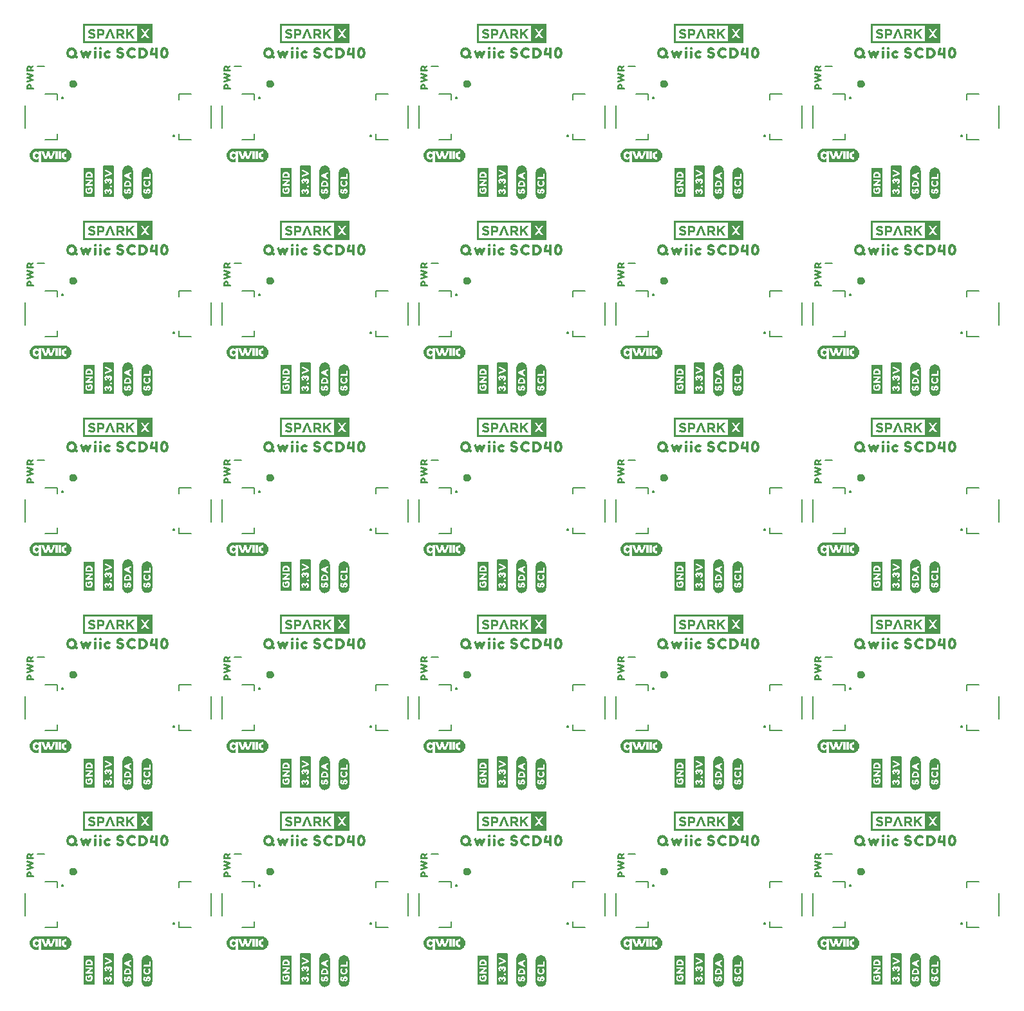
<source format=gto>
G04 EAGLE Gerber RS-274X export*
G75*
%MOMM*%
%FSLAX34Y34*%
%LPD*%
%INSilkscreen Top*%
%IPPOS*%
%AMOC8*
5,1,8,0,0,1.08239X$1,22.5*%
G01*
%ADD10C,0.203200*%
%ADD11C,0.700000*%

G36*
X172767Y1259871D02*
X172767Y1259871D01*
X172762Y1259879D01*
X172769Y1259885D01*
X172769Y1285195D01*
X172733Y1285243D01*
X172726Y1285237D01*
X172720Y1285245D01*
X81280Y1285245D01*
X81233Y1285209D01*
X81238Y1285201D01*
X81231Y1285195D01*
X81231Y1259885D01*
X81267Y1259837D01*
X81274Y1259843D01*
X81280Y1259835D01*
X172720Y1259835D01*
X172767Y1259871D01*
G37*
G36*
X950007Y1259871D02*
X950007Y1259871D01*
X950002Y1259879D01*
X950009Y1259885D01*
X950009Y1285195D01*
X949973Y1285243D01*
X949966Y1285237D01*
X949960Y1285245D01*
X858520Y1285245D01*
X858473Y1285209D01*
X858478Y1285201D01*
X858471Y1285195D01*
X858471Y1259885D01*
X858507Y1259837D01*
X858514Y1259843D01*
X858520Y1259835D01*
X949960Y1259835D01*
X950007Y1259871D01*
G37*
G36*
X1209087Y1259871D02*
X1209087Y1259871D01*
X1209082Y1259879D01*
X1209089Y1259885D01*
X1209089Y1285195D01*
X1209053Y1285243D01*
X1209046Y1285237D01*
X1209040Y1285245D01*
X1117600Y1285245D01*
X1117553Y1285209D01*
X1117558Y1285201D01*
X1117551Y1285195D01*
X1117551Y1259885D01*
X1117587Y1259837D01*
X1117594Y1259843D01*
X1117600Y1259835D01*
X1209040Y1259835D01*
X1209087Y1259871D01*
G37*
G36*
X690927Y1259871D02*
X690927Y1259871D01*
X690922Y1259879D01*
X690929Y1259885D01*
X690929Y1285195D01*
X690893Y1285243D01*
X690886Y1285237D01*
X690880Y1285245D01*
X599440Y1285245D01*
X599393Y1285209D01*
X599398Y1285201D01*
X599391Y1285195D01*
X599391Y1259885D01*
X599427Y1259837D01*
X599434Y1259843D01*
X599440Y1259835D01*
X690880Y1259835D01*
X690927Y1259871D01*
G37*
G36*
X431847Y1259871D02*
X431847Y1259871D01*
X431842Y1259879D01*
X431849Y1259885D01*
X431849Y1285195D01*
X431813Y1285243D01*
X431806Y1285237D01*
X431800Y1285245D01*
X340360Y1285245D01*
X340313Y1285209D01*
X340318Y1285201D01*
X340311Y1285195D01*
X340311Y1259885D01*
X340347Y1259837D01*
X340354Y1259843D01*
X340360Y1259835D01*
X431800Y1259835D01*
X431847Y1259871D01*
G37*
G36*
X431847Y741711D02*
X431847Y741711D01*
X431842Y741719D01*
X431849Y741725D01*
X431849Y767035D01*
X431813Y767083D01*
X431806Y767077D01*
X431800Y767085D01*
X340360Y767085D01*
X340313Y767049D01*
X340318Y767041D01*
X340311Y767035D01*
X340311Y741725D01*
X340347Y741677D01*
X340354Y741683D01*
X340360Y741675D01*
X431800Y741675D01*
X431847Y741711D01*
G37*
G36*
X172767Y1000791D02*
X172767Y1000791D01*
X172762Y1000799D01*
X172769Y1000805D01*
X172769Y1026115D01*
X172733Y1026163D01*
X172726Y1026157D01*
X172720Y1026165D01*
X81280Y1026165D01*
X81233Y1026129D01*
X81238Y1026121D01*
X81231Y1026115D01*
X81231Y1000805D01*
X81267Y1000757D01*
X81274Y1000763D01*
X81280Y1000755D01*
X172720Y1000755D01*
X172767Y1000791D01*
G37*
G36*
X950007Y741711D02*
X950007Y741711D01*
X950002Y741719D01*
X950009Y741725D01*
X950009Y767035D01*
X949973Y767083D01*
X949966Y767077D01*
X949960Y767085D01*
X858520Y767085D01*
X858473Y767049D01*
X858478Y767041D01*
X858471Y767035D01*
X858471Y741725D01*
X858507Y741677D01*
X858514Y741683D01*
X858520Y741675D01*
X949960Y741675D01*
X950007Y741711D01*
G37*
G36*
X172767Y741711D02*
X172767Y741711D01*
X172762Y741719D01*
X172769Y741725D01*
X172769Y767035D01*
X172733Y767083D01*
X172726Y767077D01*
X172720Y767085D01*
X81280Y767085D01*
X81233Y767049D01*
X81238Y767041D01*
X81231Y767035D01*
X81231Y741725D01*
X81267Y741677D01*
X81274Y741683D01*
X81280Y741675D01*
X172720Y741675D01*
X172767Y741711D01*
G37*
G36*
X950007Y1000791D02*
X950007Y1000791D01*
X950002Y1000799D01*
X950009Y1000805D01*
X950009Y1026115D01*
X949973Y1026163D01*
X949966Y1026157D01*
X949960Y1026165D01*
X858520Y1026165D01*
X858473Y1026129D01*
X858478Y1026121D01*
X858471Y1026115D01*
X858471Y1000805D01*
X858507Y1000757D01*
X858514Y1000763D01*
X858520Y1000755D01*
X949960Y1000755D01*
X950007Y1000791D01*
G37*
G36*
X1209087Y1000791D02*
X1209087Y1000791D01*
X1209082Y1000799D01*
X1209089Y1000805D01*
X1209089Y1026115D01*
X1209053Y1026163D01*
X1209046Y1026157D01*
X1209040Y1026165D01*
X1117600Y1026165D01*
X1117553Y1026129D01*
X1117558Y1026121D01*
X1117551Y1026115D01*
X1117551Y1000805D01*
X1117587Y1000757D01*
X1117594Y1000763D01*
X1117600Y1000755D01*
X1209040Y1000755D01*
X1209087Y1000791D01*
G37*
G36*
X431847Y1000791D02*
X431847Y1000791D01*
X431842Y1000799D01*
X431849Y1000805D01*
X431849Y1026115D01*
X431813Y1026163D01*
X431806Y1026157D01*
X431800Y1026165D01*
X340360Y1026165D01*
X340313Y1026129D01*
X340318Y1026121D01*
X340311Y1026115D01*
X340311Y1000805D01*
X340347Y1000757D01*
X340354Y1000763D01*
X340360Y1000755D01*
X431800Y1000755D01*
X431847Y1000791D01*
G37*
G36*
X690927Y482631D02*
X690927Y482631D01*
X690922Y482639D01*
X690929Y482645D01*
X690929Y507955D01*
X690893Y508003D01*
X690886Y507997D01*
X690880Y508005D01*
X599440Y508005D01*
X599393Y507969D01*
X599398Y507961D01*
X599391Y507955D01*
X599391Y482645D01*
X599427Y482597D01*
X599434Y482603D01*
X599440Y482595D01*
X690880Y482595D01*
X690927Y482631D01*
G37*
G36*
X431847Y482631D02*
X431847Y482631D01*
X431842Y482639D01*
X431849Y482645D01*
X431849Y507955D01*
X431813Y508003D01*
X431806Y507997D01*
X431800Y508005D01*
X340360Y508005D01*
X340313Y507969D01*
X340318Y507961D01*
X340311Y507955D01*
X340311Y482645D01*
X340347Y482597D01*
X340354Y482603D01*
X340360Y482595D01*
X431800Y482595D01*
X431847Y482631D01*
G37*
G36*
X1209087Y482631D02*
X1209087Y482631D01*
X1209082Y482639D01*
X1209089Y482645D01*
X1209089Y507955D01*
X1209053Y508003D01*
X1209046Y507997D01*
X1209040Y508005D01*
X1117600Y508005D01*
X1117553Y507969D01*
X1117558Y507961D01*
X1117551Y507955D01*
X1117551Y482645D01*
X1117587Y482597D01*
X1117594Y482603D01*
X1117600Y482595D01*
X1209040Y482595D01*
X1209087Y482631D01*
G37*
G36*
X172767Y482631D02*
X172767Y482631D01*
X172762Y482639D01*
X172769Y482645D01*
X172769Y507955D01*
X172733Y508003D01*
X172726Y507997D01*
X172720Y508005D01*
X81280Y508005D01*
X81233Y507969D01*
X81238Y507961D01*
X81231Y507955D01*
X81231Y482645D01*
X81267Y482597D01*
X81274Y482603D01*
X81280Y482595D01*
X172720Y482595D01*
X172767Y482631D01*
G37*
G36*
X950007Y482631D02*
X950007Y482631D01*
X950002Y482639D01*
X950009Y482645D01*
X950009Y507955D01*
X949973Y508003D01*
X949966Y507997D01*
X949960Y508005D01*
X858520Y508005D01*
X858473Y507969D01*
X858478Y507961D01*
X858471Y507955D01*
X858471Y482645D01*
X858507Y482597D01*
X858514Y482603D01*
X858520Y482595D01*
X949960Y482595D01*
X950007Y482631D01*
G37*
G36*
X950007Y223551D02*
X950007Y223551D01*
X950002Y223559D01*
X950009Y223565D01*
X950009Y248875D01*
X949973Y248923D01*
X949966Y248917D01*
X949960Y248925D01*
X858520Y248925D01*
X858473Y248889D01*
X858478Y248881D01*
X858471Y248875D01*
X858471Y223565D01*
X858507Y223517D01*
X858514Y223523D01*
X858520Y223515D01*
X949960Y223515D01*
X950007Y223551D01*
G37*
G36*
X1209087Y223551D02*
X1209087Y223551D01*
X1209082Y223559D01*
X1209089Y223565D01*
X1209089Y248875D01*
X1209053Y248923D01*
X1209046Y248917D01*
X1209040Y248925D01*
X1117600Y248925D01*
X1117553Y248889D01*
X1117558Y248881D01*
X1117551Y248875D01*
X1117551Y223565D01*
X1117587Y223517D01*
X1117594Y223523D01*
X1117600Y223515D01*
X1209040Y223515D01*
X1209087Y223551D01*
G37*
G36*
X431847Y223551D02*
X431847Y223551D01*
X431842Y223559D01*
X431849Y223565D01*
X431849Y248875D01*
X431813Y248923D01*
X431806Y248917D01*
X431800Y248925D01*
X340360Y248925D01*
X340313Y248889D01*
X340318Y248881D01*
X340311Y248875D01*
X340311Y223565D01*
X340347Y223517D01*
X340354Y223523D01*
X340360Y223515D01*
X431800Y223515D01*
X431847Y223551D01*
G37*
G36*
X690927Y223551D02*
X690927Y223551D01*
X690922Y223559D01*
X690929Y223565D01*
X690929Y248875D01*
X690893Y248923D01*
X690886Y248917D01*
X690880Y248925D01*
X599440Y248925D01*
X599393Y248889D01*
X599398Y248881D01*
X599391Y248875D01*
X599391Y223565D01*
X599427Y223517D01*
X599434Y223523D01*
X599440Y223515D01*
X690880Y223515D01*
X690927Y223551D01*
G37*
G36*
X172733Y248923D02*
X172733Y248923D01*
X172726Y248917D01*
X172720Y248925D01*
X81280Y248925D01*
X81233Y248889D01*
X81238Y248881D01*
X81231Y248875D01*
X81231Y223565D01*
X81267Y223517D01*
X81274Y223523D01*
X81280Y223515D01*
X172720Y223515D01*
X172767Y223551D01*
X172762Y223559D01*
X172769Y223565D01*
X172769Y248875D01*
X172733Y248923D01*
G37*
G36*
X690927Y741711D02*
X690927Y741711D01*
X690922Y741719D01*
X690929Y741725D01*
X690929Y767035D01*
X690893Y767083D01*
X690886Y767077D01*
X690880Y767085D01*
X599440Y767085D01*
X599393Y767049D01*
X599398Y767041D01*
X599391Y767035D01*
X599391Y741725D01*
X599427Y741677D01*
X599434Y741683D01*
X599440Y741675D01*
X690880Y741675D01*
X690927Y741711D01*
G37*
G36*
X1209087Y741711D02*
X1209087Y741711D01*
X1209082Y741719D01*
X1209089Y741725D01*
X1209089Y767035D01*
X1209053Y767083D01*
X1209046Y767077D01*
X1209040Y767085D01*
X1117600Y767085D01*
X1117553Y767049D01*
X1117558Y767041D01*
X1117551Y767035D01*
X1117551Y741725D01*
X1117587Y741677D01*
X1117594Y741683D01*
X1117600Y741675D01*
X1209040Y741675D01*
X1209087Y741711D01*
G37*
G36*
X690927Y1000791D02*
X690927Y1000791D01*
X690922Y1000799D01*
X690929Y1000805D01*
X690929Y1026115D01*
X690893Y1026163D01*
X690886Y1026157D01*
X690880Y1026165D01*
X599440Y1026165D01*
X599393Y1026129D01*
X599398Y1026121D01*
X599391Y1026115D01*
X599391Y1000805D01*
X599427Y1000757D01*
X599434Y1000763D01*
X599440Y1000755D01*
X690880Y1000755D01*
X690927Y1000791D01*
G37*
%LPC*%
G36*
X83679Y1262284D02*
X83679Y1262284D01*
X83679Y1282796D01*
X152243Y1282796D01*
X152243Y1262284D01*
X83679Y1262284D01*
G37*
%LPD*%
%LPC*%
G36*
X1119999Y1262284D02*
X1119999Y1262284D01*
X1119999Y1282796D01*
X1188563Y1282796D01*
X1188563Y1262284D01*
X1119999Y1262284D01*
G37*
%LPD*%
%LPC*%
G36*
X601839Y1262284D02*
X601839Y1262284D01*
X601839Y1282796D01*
X670403Y1282796D01*
X670403Y1262284D01*
X601839Y1262284D01*
G37*
%LPD*%
%LPC*%
G36*
X601839Y485044D02*
X601839Y485044D01*
X601839Y505556D01*
X670403Y505556D01*
X670403Y485044D01*
X601839Y485044D01*
G37*
%LPD*%
%LPC*%
G36*
X342759Y485044D02*
X342759Y485044D01*
X342759Y505556D01*
X411323Y505556D01*
X411323Y485044D01*
X342759Y485044D01*
G37*
%LPD*%
%LPC*%
G36*
X860919Y485044D02*
X860919Y485044D01*
X860919Y505556D01*
X929483Y505556D01*
X929483Y485044D01*
X860919Y485044D01*
G37*
%LPD*%
%LPC*%
G36*
X83679Y485044D02*
X83679Y485044D01*
X83679Y505556D01*
X152243Y505556D01*
X152243Y485044D01*
X83679Y485044D01*
G37*
%LPD*%
%LPC*%
G36*
X1119999Y485044D02*
X1119999Y485044D01*
X1119999Y505556D01*
X1188563Y505556D01*
X1188563Y485044D01*
X1119999Y485044D01*
G37*
%LPD*%
%LPC*%
G36*
X601839Y744124D02*
X601839Y744124D01*
X601839Y764636D01*
X670403Y764636D01*
X670403Y744124D01*
X601839Y744124D01*
G37*
%LPD*%
%LPC*%
G36*
X83679Y744124D02*
X83679Y744124D01*
X83679Y764636D01*
X152243Y764636D01*
X152243Y744124D01*
X83679Y744124D01*
G37*
%LPD*%
%LPC*%
G36*
X860919Y744124D02*
X860919Y744124D01*
X860919Y764636D01*
X929483Y764636D01*
X929483Y744124D01*
X860919Y744124D01*
G37*
%LPD*%
%LPC*%
G36*
X1119999Y744124D02*
X1119999Y744124D01*
X1119999Y764636D01*
X1188563Y764636D01*
X1188563Y744124D01*
X1119999Y744124D01*
G37*
%LPD*%
%LPC*%
G36*
X342759Y1262284D02*
X342759Y1262284D01*
X342759Y1282796D01*
X411323Y1282796D01*
X411323Y1262284D01*
X342759Y1262284D01*
G37*
%LPD*%
%LPC*%
G36*
X860919Y225964D02*
X860919Y225964D01*
X860919Y246476D01*
X929483Y246476D01*
X929483Y225964D01*
X860919Y225964D01*
G37*
%LPD*%
%LPC*%
G36*
X83679Y225964D02*
X83679Y225964D01*
X83679Y246476D01*
X152243Y246476D01*
X152243Y225964D01*
X83679Y225964D01*
G37*
%LPD*%
%LPC*%
G36*
X1119999Y225964D02*
X1119999Y225964D01*
X1119999Y246476D01*
X1188563Y246476D01*
X1188563Y225964D01*
X1119999Y225964D01*
G37*
%LPD*%
%LPC*%
G36*
X601839Y225964D02*
X601839Y225964D01*
X601839Y246476D01*
X670403Y246476D01*
X670403Y225964D01*
X601839Y225964D01*
G37*
%LPD*%
%LPC*%
G36*
X342759Y225964D02*
X342759Y225964D01*
X342759Y246476D01*
X411323Y246476D01*
X411323Y225964D01*
X342759Y225964D01*
G37*
%LPD*%
%LPC*%
G36*
X342759Y744124D02*
X342759Y744124D01*
X342759Y764636D01*
X411323Y764636D01*
X411323Y744124D01*
X342759Y744124D01*
G37*
%LPD*%
%LPC*%
G36*
X83679Y1003204D02*
X83679Y1003204D01*
X83679Y1023716D01*
X152243Y1023716D01*
X152243Y1003204D01*
X83679Y1003204D01*
G37*
%LPD*%
%LPC*%
G36*
X342759Y1003204D02*
X342759Y1003204D01*
X342759Y1023716D01*
X411323Y1023716D01*
X411323Y1003204D01*
X342759Y1003204D01*
G37*
%LPD*%
%LPC*%
G36*
X1119999Y1003204D02*
X1119999Y1003204D01*
X1119999Y1023716D01*
X1188563Y1023716D01*
X1188563Y1003204D01*
X1119999Y1003204D01*
G37*
%LPD*%
%LPC*%
G36*
X601839Y1003204D02*
X601839Y1003204D01*
X601839Y1023716D01*
X670403Y1023716D01*
X670403Y1003204D01*
X601839Y1003204D01*
G37*
%LPD*%
%LPC*%
G36*
X860919Y1003204D02*
X860919Y1003204D01*
X860919Y1023716D01*
X929483Y1023716D01*
X929483Y1003204D01*
X860919Y1003204D01*
G37*
%LPD*%
%LPC*%
G36*
X860919Y1262284D02*
X860919Y1262284D01*
X860919Y1282796D01*
X929483Y1282796D01*
X929483Y1262284D01*
X860919Y1262284D01*
G37*
%LPD*%
G36*
X22303Y67197D02*
X22303Y67197D01*
X22324Y67200D01*
X22333Y67217D01*
X22342Y67223D01*
X22340Y67232D01*
X22347Y67246D01*
X22363Y67633D01*
X22362Y67634D01*
X22363Y67635D01*
X22363Y71870D01*
X22363Y71871D01*
X22353Y72264D01*
X22346Y72275D01*
X22348Y72288D01*
X22328Y72301D01*
X22315Y72321D01*
X22302Y72318D01*
X22291Y72326D01*
X22257Y72311D01*
X22248Y72309D01*
X22247Y72306D01*
X22244Y72305D01*
X21813Y71819D01*
X21410Y71492D01*
X20963Y71229D01*
X20478Y71044D01*
X19971Y70927D01*
X19453Y70874D01*
X18932Y70895D01*
X18411Y70944D01*
X17904Y71063D01*
X17405Y71215D01*
X16942Y71453D01*
X16492Y71714D01*
X16104Y72062D01*
X15739Y72432D01*
X15434Y72855D01*
X15173Y73305D01*
X14957Y73781D01*
X14797Y74277D01*
X14671Y74786D01*
X14598Y75303D01*
X14558Y75826D01*
X14553Y76350D01*
X14593Y76873D01*
X14660Y77391D01*
X14786Y77900D01*
X14943Y78397D01*
X15160Y78872D01*
X15422Y79321D01*
X15729Y79742D01*
X16097Y80110D01*
X16486Y80456D01*
X16941Y80709D01*
X17409Y80936D01*
X17908Y81088D01*
X18418Y81193D01*
X18939Y81241D01*
X19460Y81250D01*
X19978Y81191D01*
X20483Y81067D01*
X20966Y80876D01*
X21413Y80612D01*
X21817Y80290D01*
X22247Y79742D01*
X22262Y79737D01*
X22270Y79724D01*
X22292Y79727D01*
X22312Y79720D01*
X22322Y79731D01*
X22338Y79733D01*
X22350Y79761D01*
X22358Y79769D01*
X22357Y79775D01*
X22360Y79780D01*
X22363Y80280D01*
X22363Y80809D01*
X22366Y81151D01*
X25601Y81151D01*
X25602Y81151D01*
X25619Y81151D01*
X25619Y67533D01*
X25620Y67531D01*
X25620Y67529D01*
X25636Y67245D01*
X25649Y67228D01*
X25652Y67207D01*
X25670Y67199D01*
X25677Y67190D01*
X25686Y67192D01*
X25699Y67186D01*
X56627Y67186D01*
X56630Y67188D01*
X56633Y67186D01*
X58214Y67337D01*
X58216Y67339D01*
X58219Y67338D01*
X58737Y67435D01*
X58740Y67438D01*
X58744Y67437D01*
X60256Y67919D01*
X60260Y67923D01*
X60267Y67924D01*
X61663Y68681D01*
X61665Y68686D01*
X61672Y68688D01*
X62905Y69687D01*
X62906Y69690D01*
X62911Y69692D01*
X63274Y70074D01*
X63275Y70076D01*
X63277Y70077D01*
X63951Y70894D01*
X63951Y70896D01*
X63954Y70898D01*
X64257Y71329D01*
X64257Y71332D01*
X64261Y71335D01*
X65005Y72737D01*
X65005Y72742D01*
X65006Y72743D01*
X65008Y72745D01*
X65008Y72746D01*
X65010Y72747D01*
X65480Y74264D01*
X65479Y74269D01*
X65483Y74274D01*
X65553Y74797D01*
X65553Y74798D01*
X65553Y74799D01*
X65659Y75853D01*
X65658Y75855D01*
X65660Y75858D01*
X65668Y76385D01*
X65666Y76387D01*
X65668Y76392D01*
X65508Y77972D01*
X65504Y77976D01*
X65505Y77984D01*
X65034Y79500D01*
X65031Y79503D01*
X65031Y79508D01*
X64808Y79986D01*
X64806Y79987D01*
X64806Y79989D01*
X64301Y80920D01*
X64299Y80921D01*
X64298Y80924D01*
X64008Y81364D01*
X64006Y81365D01*
X64004Y81370D01*
X63331Y82186D01*
X63329Y82186D01*
X63329Y82188D01*
X63296Y82224D01*
X63240Y82287D01*
X63184Y82350D01*
X63128Y82413D01*
X63072Y82475D01*
X63016Y82538D01*
X62977Y82581D01*
X62973Y82582D01*
X62970Y82588D01*
X61745Y83598D01*
X61740Y83599D01*
X61735Y83605D01*
X60341Y84364D01*
X60337Y84364D01*
X60333Y84368D01*
X59838Y84551D01*
X59837Y84551D01*
X59835Y84552D01*
X58824Y84866D01*
X58822Y84866D01*
X58819Y84868D01*
X58305Y84982D01*
X58302Y84980D01*
X58298Y84983D01*
X57244Y85089D01*
X56719Y85142D01*
X56716Y85141D01*
X56712Y85142D01*
X19661Y85142D01*
X19659Y85141D01*
X19655Y85142D01*
X18075Y84994D01*
X18073Y84993D01*
X18070Y84994D01*
X17551Y84903D01*
X17548Y84900D01*
X17543Y84901D01*
X16028Y84425D01*
X16025Y84421D01*
X16017Y84420D01*
X14622Y83663D01*
X14620Y83659D01*
X14614Y83657D01*
X14194Y83337D01*
X14194Y83336D01*
X14192Y83336D01*
X13376Y82662D01*
X13375Y82659D01*
X13371Y82658D01*
X13003Y82280D01*
X13002Y82278D01*
X12999Y82276D01*
X12326Y81460D01*
X12325Y81458D01*
X12323Y81456D01*
X12015Y81029D01*
X12014Y81025D01*
X12010Y81022D01*
X11260Y79623D01*
X11261Y79618D01*
X11256Y79612D01*
X10785Y78096D01*
X10786Y78091D01*
X10783Y78086D01*
X10706Y77564D01*
X10707Y77563D01*
X10706Y77561D01*
X10599Y76508D01*
X10600Y76506D01*
X10599Y76504D01*
X10584Y75977D01*
X10586Y75974D01*
X10584Y75969D01*
X10744Y74389D01*
X10747Y74385D01*
X10746Y74377D01*
X11211Y72859D01*
X11214Y72857D01*
X11214Y72852D01*
X11432Y72372D01*
X11434Y72371D01*
X11434Y72368D01*
X11939Y71438D01*
X11941Y71436D01*
X11941Y71434D01*
X12226Y70990D01*
X12229Y70988D01*
X12231Y70984D01*
X12240Y70972D01*
X12293Y70910D01*
X12346Y70847D01*
X12504Y70659D01*
X12557Y70596D01*
X12610Y70533D01*
X12662Y70470D01*
X12715Y70408D01*
X12768Y70345D01*
X12926Y70157D01*
X12979Y70094D01*
X13032Y70031D01*
X13085Y69968D01*
X13137Y69906D01*
X13252Y69769D01*
X13257Y69768D01*
X13260Y69761D01*
X14485Y68751D01*
X14490Y68750D01*
X14495Y68744D01*
X15885Y67980D01*
X15889Y67980D01*
X15893Y67976D01*
X16385Y67787D01*
X16387Y67787D01*
X16389Y67785D01*
X17400Y67472D01*
X17402Y67472D01*
X17404Y67470D01*
X17917Y67350D01*
X17921Y67351D01*
X17925Y67349D01*
X19505Y67189D01*
X19508Y67191D01*
X19511Y67189D01*
X22285Y67186D01*
X22303Y67197D01*
G37*
G36*
X281383Y326277D02*
X281383Y326277D01*
X281404Y326280D01*
X281413Y326297D01*
X281422Y326303D01*
X281420Y326312D01*
X281427Y326326D01*
X281443Y326713D01*
X281442Y326714D01*
X281443Y326715D01*
X281443Y330950D01*
X281443Y330951D01*
X281433Y331344D01*
X281426Y331355D01*
X281428Y331368D01*
X281408Y331381D01*
X281395Y331401D01*
X281382Y331398D01*
X281371Y331406D01*
X281337Y331391D01*
X281328Y331389D01*
X281327Y331386D01*
X281324Y331385D01*
X280893Y330899D01*
X280490Y330572D01*
X280043Y330309D01*
X279558Y330124D01*
X279051Y330007D01*
X278533Y329954D01*
X278012Y329975D01*
X277491Y330024D01*
X276984Y330143D01*
X276485Y330295D01*
X276022Y330533D01*
X275572Y330794D01*
X275184Y331142D01*
X274819Y331512D01*
X274514Y331935D01*
X274253Y332385D01*
X274037Y332861D01*
X273877Y333357D01*
X273751Y333866D01*
X273678Y334383D01*
X273638Y334906D01*
X273633Y335430D01*
X273673Y335953D01*
X273740Y336471D01*
X273866Y336980D01*
X274023Y337477D01*
X274240Y337952D01*
X274502Y338401D01*
X274809Y338822D01*
X275177Y339190D01*
X275566Y339536D01*
X276021Y339789D01*
X276489Y340016D01*
X276988Y340168D01*
X277498Y340273D01*
X278019Y340321D01*
X278540Y340330D01*
X279058Y340271D01*
X279563Y340147D01*
X280046Y339956D01*
X280493Y339692D01*
X280897Y339370D01*
X281327Y338822D01*
X281342Y338817D01*
X281350Y338804D01*
X281372Y338807D01*
X281392Y338800D01*
X281402Y338811D01*
X281418Y338813D01*
X281430Y338841D01*
X281438Y338849D01*
X281437Y338855D01*
X281440Y338860D01*
X281443Y339360D01*
X281443Y339889D01*
X281446Y340231D01*
X284681Y340231D01*
X284682Y340231D01*
X284699Y340231D01*
X284699Y326613D01*
X284700Y326611D01*
X284700Y326609D01*
X284716Y326325D01*
X284729Y326308D01*
X284732Y326287D01*
X284750Y326279D01*
X284757Y326270D01*
X284766Y326272D01*
X284779Y326266D01*
X315707Y326266D01*
X315710Y326268D01*
X315713Y326266D01*
X317294Y326417D01*
X317296Y326419D01*
X317299Y326418D01*
X317817Y326515D01*
X317820Y326518D01*
X317824Y326517D01*
X319336Y326999D01*
X319340Y327003D01*
X319347Y327004D01*
X320743Y327761D01*
X320745Y327766D01*
X320752Y327768D01*
X321985Y328767D01*
X321986Y328770D01*
X321991Y328772D01*
X322354Y329154D01*
X322355Y329156D01*
X322357Y329157D01*
X323031Y329974D01*
X323031Y329976D01*
X323034Y329978D01*
X323337Y330409D01*
X323337Y330412D01*
X323341Y330415D01*
X324085Y331817D01*
X324085Y331822D01*
X324086Y331823D01*
X324088Y331825D01*
X324088Y331826D01*
X324090Y331827D01*
X324560Y333344D01*
X324559Y333349D01*
X324563Y333354D01*
X324633Y333877D01*
X324633Y333878D01*
X324633Y333879D01*
X324739Y334933D01*
X324738Y334935D01*
X324740Y334938D01*
X324748Y335465D01*
X324746Y335467D01*
X324748Y335472D01*
X324588Y337052D01*
X324584Y337056D01*
X324585Y337064D01*
X324114Y338580D01*
X324111Y338583D01*
X324111Y338588D01*
X323888Y339066D01*
X323886Y339067D01*
X323886Y339069D01*
X323381Y340000D01*
X323379Y340001D01*
X323378Y340004D01*
X323088Y340444D01*
X323086Y340445D01*
X323084Y340450D01*
X322411Y341266D01*
X322409Y341266D01*
X322409Y341268D01*
X322376Y341304D01*
X322320Y341367D01*
X322264Y341430D01*
X322208Y341493D01*
X322152Y341555D01*
X322096Y341618D01*
X322057Y341661D01*
X322053Y341662D01*
X322050Y341668D01*
X320825Y342678D01*
X320820Y342679D01*
X320815Y342685D01*
X319421Y343444D01*
X319417Y343444D01*
X319413Y343448D01*
X318918Y343631D01*
X318917Y343631D01*
X318915Y343632D01*
X317904Y343946D01*
X317902Y343946D01*
X317899Y343948D01*
X317385Y344062D01*
X317382Y344060D01*
X317378Y344063D01*
X316324Y344169D01*
X315799Y344222D01*
X315796Y344221D01*
X315792Y344222D01*
X278741Y344222D01*
X278739Y344221D01*
X278735Y344222D01*
X277155Y344074D01*
X277153Y344073D01*
X277150Y344074D01*
X276631Y343983D01*
X276628Y343980D01*
X276623Y343981D01*
X275108Y343505D01*
X275105Y343501D01*
X275097Y343500D01*
X273702Y342743D01*
X273700Y342739D01*
X273694Y342737D01*
X273274Y342417D01*
X273274Y342416D01*
X273272Y342416D01*
X272456Y341742D01*
X272455Y341739D01*
X272451Y341738D01*
X272083Y341360D01*
X272082Y341358D01*
X272079Y341356D01*
X271406Y340540D01*
X271405Y340538D01*
X271403Y340536D01*
X271095Y340109D01*
X271094Y340105D01*
X271090Y340102D01*
X270340Y338703D01*
X270341Y338698D01*
X270336Y338692D01*
X269865Y337176D01*
X269866Y337171D01*
X269863Y337166D01*
X269786Y336644D01*
X269787Y336643D01*
X269786Y336641D01*
X269679Y335588D01*
X269680Y335586D01*
X269679Y335584D01*
X269664Y335057D01*
X269666Y335054D01*
X269664Y335049D01*
X269824Y333469D01*
X269827Y333465D01*
X269826Y333457D01*
X270291Y331939D01*
X270294Y331937D01*
X270294Y331932D01*
X270512Y331452D01*
X270514Y331451D01*
X270514Y331448D01*
X271019Y330518D01*
X271021Y330516D01*
X271021Y330514D01*
X271306Y330070D01*
X271309Y330068D01*
X271311Y330064D01*
X271320Y330052D01*
X271373Y329990D01*
X271426Y329927D01*
X271584Y329739D01*
X271637Y329676D01*
X271690Y329613D01*
X271742Y329550D01*
X271795Y329488D01*
X271848Y329425D01*
X272006Y329237D01*
X272059Y329174D01*
X272112Y329111D01*
X272165Y329048D01*
X272217Y328986D01*
X272332Y328849D01*
X272337Y328848D01*
X272340Y328841D01*
X273565Y327831D01*
X273570Y327830D01*
X273575Y327824D01*
X274965Y327060D01*
X274969Y327060D01*
X274973Y327056D01*
X275465Y326867D01*
X275467Y326867D01*
X275469Y326865D01*
X276480Y326552D01*
X276482Y326552D01*
X276484Y326550D01*
X276997Y326430D01*
X277001Y326431D01*
X277005Y326429D01*
X278585Y326269D01*
X278588Y326271D01*
X278591Y326269D01*
X281365Y326266D01*
X281383Y326277D01*
G37*
G36*
X281383Y844437D02*
X281383Y844437D01*
X281404Y844440D01*
X281413Y844457D01*
X281422Y844463D01*
X281420Y844472D01*
X281427Y844486D01*
X281443Y844873D01*
X281442Y844874D01*
X281443Y844875D01*
X281443Y849110D01*
X281443Y849111D01*
X281433Y849504D01*
X281426Y849515D01*
X281428Y849528D01*
X281408Y849541D01*
X281395Y849561D01*
X281382Y849558D01*
X281371Y849566D01*
X281337Y849551D01*
X281328Y849549D01*
X281327Y849546D01*
X281324Y849545D01*
X280893Y849059D01*
X280490Y848732D01*
X280043Y848469D01*
X279558Y848284D01*
X279051Y848167D01*
X278533Y848114D01*
X278012Y848135D01*
X277491Y848184D01*
X276984Y848303D01*
X276485Y848455D01*
X276022Y848693D01*
X275572Y848954D01*
X275184Y849302D01*
X274819Y849672D01*
X274514Y850095D01*
X274253Y850545D01*
X274037Y851021D01*
X273877Y851517D01*
X273751Y852026D01*
X273678Y852543D01*
X273638Y853066D01*
X273633Y853590D01*
X273673Y854113D01*
X273740Y854631D01*
X273866Y855140D01*
X274023Y855637D01*
X274240Y856112D01*
X274502Y856561D01*
X274809Y856982D01*
X275177Y857350D01*
X275566Y857696D01*
X276021Y857949D01*
X276489Y858176D01*
X276988Y858328D01*
X277498Y858433D01*
X278019Y858481D01*
X278540Y858490D01*
X279058Y858431D01*
X279563Y858307D01*
X280046Y858116D01*
X280493Y857852D01*
X280897Y857530D01*
X281327Y856982D01*
X281342Y856977D01*
X281350Y856964D01*
X281372Y856967D01*
X281392Y856960D01*
X281402Y856971D01*
X281418Y856973D01*
X281430Y857001D01*
X281438Y857009D01*
X281437Y857015D01*
X281440Y857020D01*
X281443Y857520D01*
X281443Y858049D01*
X281446Y858391D01*
X284681Y858391D01*
X284682Y858391D01*
X284699Y858391D01*
X284699Y844773D01*
X284700Y844771D01*
X284700Y844769D01*
X284716Y844485D01*
X284729Y844468D01*
X284732Y844447D01*
X284750Y844439D01*
X284757Y844430D01*
X284766Y844432D01*
X284779Y844426D01*
X315707Y844426D01*
X315710Y844428D01*
X315713Y844426D01*
X317294Y844577D01*
X317296Y844579D01*
X317299Y844578D01*
X317817Y844675D01*
X317820Y844678D01*
X317824Y844677D01*
X319336Y845159D01*
X319340Y845163D01*
X319347Y845164D01*
X320743Y845921D01*
X320745Y845926D01*
X320752Y845928D01*
X321985Y846927D01*
X321986Y846930D01*
X321991Y846932D01*
X322354Y847314D01*
X322355Y847316D01*
X322357Y847317D01*
X323031Y848134D01*
X323031Y848136D01*
X323034Y848138D01*
X323337Y848569D01*
X323337Y848572D01*
X323341Y848575D01*
X324085Y849977D01*
X324085Y849982D01*
X324086Y849983D01*
X324088Y849985D01*
X324088Y849986D01*
X324090Y849987D01*
X324560Y851504D01*
X324559Y851509D01*
X324563Y851514D01*
X324633Y852037D01*
X324633Y852038D01*
X324633Y852039D01*
X324739Y853093D01*
X324738Y853095D01*
X324740Y853098D01*
X324748Y853625D01*
X324746Y853627D01*
X324748Y853632D01*
X324588Y855212D01*
X324584Y855216D01*
X324585Y855224D01*
X324114Y856740D01*
X324111Y856743D01*
X324111Y856748D01*
X323888Y857226D01*
X323886Y857227D01*
X323886Y857229D01*
X323381Y858160D01*
X323379Y858161D01*
X323378Y858164D01*
X323088Y858604D01*
X323086Y858605D01*
X323084Y858610D01*
X322411Y859426D01*
X322409Y859426D01*
X322409Y859428D01*
X322376Y859464D01*
X322320Y859527D01*
X322264Y859590D01*
X322208Y859653D01*
X322152Y859715D01*
X322096Y859778D01*
X322057Y859821D01*
X322053Y859822D01*
X322050Y859828D01*
X320825Y860838D01*
X320820Y860839D01*
X320815Y860845D01*
X319421Y861604D01*
X319417Y861604D01*
X319413Y861608D01*
X318918Y861791D01*
X318917Y861791D01*
X318915Y861792D01*
X317904Y862106D01*
X317902Y862106D01*
X317899Y862108D01*
X317385Y862222D01*
X317382Y862220D01*
X317378Y862223D01*
X316324Y862329D01*
X315799Y862382D01*
X315796Y862381D01*
X315792Y862382D01*
X278741Y862382D01*
X278739Y862381D01*
X278735Y862382D01*
X277155Y862234D01*
X277153Y862233D01*
X277150Y862234D01*
X276631Y862143D01*
X276628Y862140D01*
X276623Y862141D01*
X275108Y861665D01*
X275105Y861661D01*
X275097Y861660D01*
X273702Y860903D01*
X273700Y860899D01*
X273694Y860897D01*
X273274Y860577D01*
X273274Y860576D01*
X273272Y860576D01*
X272456Y859902D01*
X272455Y859899D01*
X272451Y859898D01*
X272083Y859520D01*
X272082Y859518D01*
X272079Y859516D01*
X271406Y858700D01*
X271405Y858698D01*
X271403Y858696D01*
X271095Y858269D01*
X271094Y858265D01*
X271090Y858262D01*
X270340Y856863D01*
X270341Y856858D01*
X270336Y856852D01*
X269865Y855336D01*
X269866Y855331D01*
X269863Y855326D01*
X269786Y854804D01*
X269787Y854803D01*
X269786Y854801D01*
X269679Y853748D01*
X269680Y853746D01*
X269679Y853744D01*
X269664Y853217D01*
X269666Y853214D01*
X269664Y853209D01*
X269824Y851629D01*
X269827Y851625D01*
X269826Y851617D01*
X270291Y850099D01*
X270294Y850097D01*
X270294Y850092D01*
X270512Y849612D01*
X270514Y849611D01*
X270514Y849608D01*
X271019Y848678D01*
X271021Y848676D01*
X271021Y848674D01*
X271306Y848230D01*
X271309Y848228D01*
X271311Y848224D01*
X271320Y848212D01*
X271373Y848150D01*
X271426Y848087D01*
X271584Y847899D01*
X271637Y847836D01*
X271690Y847773D01*
X271742Y847710D01*
X271795Y847648D01*
X271848Y847585D01*
X272006Y847397D01*
X272059Y847334D01*
X272112Y847271D01*
X272165Y847208D01*
X272217Y847146D01*
X272332Y847009D01*
X272337Y847008D01*
X272340Y847001D01*
X273565Y845991D01*
X273570Y845990D01*
X273575Y845984D01*
X274965Y845220D01*
X274969Y845220D01*
X274973Y845216D01*
X275465Y845027D01*
X275467Y845027D01*
X275469Y845025D01*
X276480Y844712D01*
X276482Y844712D01*
X276484Y844710D01*
X276997Y844590D01*
X277001Y844591D01*
X277005Y844589D01*
X278585Y844429D01*
X278588Y844431D01*
X278591Y844429D01*
X281365Y844426D01*
X281383Y844437D01*
G37*
G36*
X22303Y326277D02*
X22303Y326277D01*
X22324Y326280D01*
X22333Y326297D01*
X22342Y326303D01*
X22340Y326312D01*
X22347Y326326D01*
X22363Y326713D01*
X22362Y326714D01*
X22363Y326715D01*
X22363Y330950D01*
X22363Y330951D01*
X22353Y331344D01*
X22346Y331355D01*
X22348Y331368D01*
X22328Y331381D01*
X22315Y331401D01*
X22302Y331398D01*
X22291Y331406D01*
X22257Y331391D01*
X22248Y331389D01*
X22247Y331386D01*
X22244Y331385D01*
X21813Y330899D01*
X21410Y330572D01*
X20963Y330309D01*
X20478Y330124D01*
X19971Y330007D01*
X19453Y329954D01*
X18932Y329975D01*
X18411Y330024D01*
X17904Y330143D01*
X17405Y330295D01*
X16942Y330533D01*
X16492Y330794D01*
X16104Y331142D01*
X15739Y331512D01*
X15434Y331935D01*
X15173Y332385D01*
X14957Y332861D01*
X14797Y333357D01*
X14671Y333866D01*
X14598Y334383D01*
X14558Y334906D01*
X14553Y335430D01*
X14593Y335953D01*
X14660Y336471D01*
X14786Y336980D01*
X14943Y337477D01*
X15160Y337952D01*
X15422Y338401D01*
X15729Y338822D01*
X16097Y339190D01*
X16486Y339536D01*
X16941Y339789D01*
X17409Y340016D01*
X17908Y340168D01*
X18418Y340273D01*
X18939Y340321D01*
X19460Y340330D01*
X19978Y340271D01*
X20483Y340147D01*
X20966Y339956D01*
X21413Y339692D01*
X21817Y339370D01*
X22247Y338822D01*
X22262Y338817D01*
X22270Y338804D01*
X22292Y338807D01*
X22312Y338800D01*
X22322Y338811D01*
X22338Y338813D01*
X22350Y338841D01*
X22358Y338849D01*
X22357Y338855D01*
X22360Y338860D01*
X22363Y339360D01*
X22363Y339889D01*
X22366Y340231D01*
X25601Y340231D01*
X25602Y340231D01*
X25619Y340231D01*
X25619Y326613D01*
X25620Y326611D01*
X25620Y326609D01*
X25636Y326325D01*
X25649Y326308D01*
X25652Y326287D01*
X25670Y326279D01*
X25677Y326270D01*
X25686Y326272D01*
X25699Y326266D01*
X56627Y326266D01*
X56630Y326268D01*
X56633Y326266D01*
X58214Y326417D01*
X58216Y326419D01*
X58219Y326418D01*
X58737Y326515D01*
X58740Y326518D01*
X58744Y326517D01*
X60256Y326999D01*
X60260Y327003D01*
X60267Y327004D01*
X61663Y327761D01*
X61665Y327766D01*
X61672Y327768D01*
X62905Y328767D01*
X62906Y328770D01*
X62911Y328772D01*
X63274Y329154D01*
X63275Y329156D01*
X63277Y329157D01*
X63951Y329974D01*
X63951Y329976D01*
X63954Y329978D01*
X64257Y330409D01*
X64257Y330412D01*
X64261Y330415D01*
X65005Y331817D01*
X65005Y331822D01*
X65006Y331823D01*
X65008Y331825D01*
X65008Y331826D01*
X65010Y331827D01*
X65480Y333344D01*
X65479Y333349D01*
X65483Y333354D01*
X65553Y333877D01*
X65553Y333878D01*
X65553Y333879D01*
X65659Y334933D01*
X65658Y334935D01*
X65660Y334938D01*
X65668Y335465D01*
X65666Y335467D01*
X65668Y335472D01*
X65508Y337052D01*
X65504Y337056D01*
X65505Y337064D01*
X65034Y338580D01*
X65031Y338583D01*
X65031Y338588D01*
X64808Y339066D01*
X64806Y339067D01*
X64806Y339069D01*
X64301Y340000D01*
X64299Y340001D01*
X64298Y340004D01*
X64008Y340444D01*
X64006Y340445D01*
X64004Y340450D01*
X63331Y341266D01*
X63329Y341266D01*
X63329Y341268D01*
X63296Y341304D01*
X63240Y341367D01*
X63184Y341430D01*
X63128Y341493D01*
X63072Y341555D01*
X63016Y341618D01*
X62977Y341661D01*
X62973Y341662D01*
X62970Y341668D01*
X61745Y342678D01*
X61740Y342679D01*
X61735Y342685D01*
X60341Y343444D01*
X60337Y343444D01*
X60333Y343448D01*
X59838Y343631D01*
X59837Y343631D01*
X59835Y343632D01*
X58824Y343946D01*
X58822Y343946D01*
X58819Y343948D01*
X58305Y344062D01*
X58302Y344060D01*
X58298Y344063D01*
X57244Y344169D01*
X56719Y344222D01*
X56716Y344221D01*
X56712Y344222D01*
X19661Y344222D01*
X19659Y344221D01*
X19655Y344222D01*
X18075Y344074D01*
X18073Y344073D01*
X18070Y344074D01*
X17551Y343983D01*
X17548Y343980D01*
X17543Y343981D01*
X16028Y343505D01*
X16025Y343501D01*
X16017Y343500D01*
X14622Y342743D01*
X14620Y342739D01*
X14614Y342737D01*
X14194Y342417D01*
X14194Y342416D01*
X14192Y342416D01*
X13376Y341742D01*
X13375Y341739D01*
X13371Y341738D01*
X13003Y341360D01*
X13002Y341358D01*
X12999Y341356D01*
X12326Y340540D01*
X12325Y340538D01*
X12323Y340536D01*
X12015Y340109D01*
X12014Y340105D01*
X12010Y340102D01*
X11260Y338703D01*
X11261Y338698D01*
X11256Y338692D01*
X10785Y337176D01*
X10786Y337171D01*
X10783Y337166D01*
X10706Y336644D01*
X10707Y336643D01*
X10706Y336641D01*
X10599Y335588D01*
X10600Y335586D01*
X10599Y335584D01*
X10584Y335057D01*
X10586Y335054D01*
X10584Y335049D01*
X10744Y333469D01*
X10747Y333465D01*
X10746Y333457D01*
X11211Y331939D01*
X11214Y331937D01*
X11214Y331932D01*
X11432Y331452D01*
X11434Y331451D01*
X11434Y331448D01*
X11939Y330518D01*
X11941Y330516D01*
X11941Y330514D01*
X12226Y330070D01*
X12229Y330068D01*
X12231Y330064D01*
X12240Y330052D01*
X12293Y329990D01*
X12346Y329927D01*
X12504Y329739D01*
X12557Y329676D01*
X12610Y329613D01*
X12662Y329550D01*
X12715Y329488D01*
X12768Y329425D01*
X12926Y329237D01*
X12979Y329174D01*
X13032Y329111D01*
X13085Y329048D01*
X13137Y328986D01*
X13252Y328849D01*
X13257Y328848D01*
X13260Y328841D01*
X14485Y327831D01*
X14490Y327830D01*
X14495Y327824D01*
X15885Y327060D01*
X15889Y327060D01*
X15893Y327056D01*
X16385Y326867D01*
X16387Y326867D01*
X16389Y326865D01*
X17400Y326552D01*
X17402Y326552D01*
X17404Y326550D01*
X17917Y326430D01*
X17921Y326431D01*
X17925Y326429D01*
X19505Y326269D01*
X19508Y326271D01*
X19511Y326269D01*
X22285Y326266D01*
X22303Y326277D01*
G37*
G36*
X540463Y326277D02*
X540463Y326277D01*
X540484Y326280D01*
X540493Y326297D01*
X540502Y326303D01*
X540500Y326312D01*
X540507Y326326D01*
X540523Y326713D01*
X540522Y326714D01*
X540523Y326715D01*
X540523Y330950D01*
X540523Y330951D01*
X540513Y331344D01*
X540506Y331355D01*
X540508Y331368D01*
X540488Y331381D01*
X540475Y331401D01*
X540462Y331398D01*
X540451Y331406D01*
X540417Y331391D01*
X540408Y331389D01*
X540407Y331386D01*
X540404Y331385D01*
X539973Y330899D01*
X539570Y330572D01*
X539123Y330309D01*
X538638Y330124D01*
X538131Y330007D01*
X537613Y329954D01*
X537092Y329975D01*
X536571Y330024D01*
X536064Y330143D01*
X535565Y330295D01*
X535102Y330533D01*
X534652Y330794D01*
X534264Y331142D01*
X533899Y331512D01*
X533594Y331935D01*
X533333Y332385D01*
X533117Y332861D01*
X532957Y333357D01*
X532831Y333866D01*
X532758Y334383D01*
X532718Y334906D01*
X532713Y335430D01*
X532753Y335953D01*
X532820Y336471D01*
X532946Y336980D01*
X533103Y337477D01*
X533320Y337952D01*
X533582Y338401D01*
X533889Y338822D01*
X534257Y339190D01*
X534646Y339536D01*
X535101Y339789D01*
X535569Y340016D01*
X536068Y340168D01*
X536578Y340273D01*
X537099Y340321D01*
X537620Y340330D01*
X538138Y340271D01*
X538643Y340147D01*
X539126Y339956D01*
X539573Y339692D01*
X539977Y339370D01*
X540407Y338822D01*
X540422Y338817D01*
X540430Y338804D01*
X540452Y338807D01*
X540472Y338800D01*
X540482Y338811D01*
X540498Y338813D01*
X540510Y338841D01*
X540518Y338849D01*
X540517Y338855D01*
X540520Y338860D01*
X540523Y339360D01*
X540523Y339889D01*
X540526Y340231D01*
X543761Y340231D01*
X543762Y340231D01*
X543779Y340231D01*
X543779Y326613D01*
X543780Y326611D01*
X543780Y326609D01*
X543796Y326325D01*
X543809Y326308D01*
X543812Y326287D01*
X543830Y326279D01*
X543837Y326270D01*
X543846Y326272D01*
X543859Y326266D01*
X574787Y326266D01*
X574790Y326268D01*
X574793Y326266D01*
X576374Y326417D01*
X576376Y326419D01*
X576379Y326418D01*
X576897Y326515D01*
X576900Y326518D01*
X576904Y326517D01*
X578416Y326999D01*
X578420Y327003D01*
X578427Y327004D01*
X579823Y327761D01*
X579825Y327766D01*
X579832Y327768D01*
X581065Y328767D01*
X581066Y328770D01*
X581071Y328772D01*
X581434Y329154D01*
X581435Y329156D01*
X581437Y329157D01*
X582111Y329974D01*
X582111Y329976D01*
X582114Y329978D01*
X582417Y330409D01*
X582417Y330412D01*
X582421Y330415D01*
X583165Y331817D01*
X583165Y331822D01*
X583166Y331823D01*
X583168Y331825D01*
X583168Y331826D01*
X583170Y331827D01*
X583640Y333344D01*
X583639Y333349D01*
X583643Y333354D01*
X583713Y333877D01*
X583713Y333878D01*
X583713Y333879D01*
X583819Y334933D01*
X583818Y334935D01*
X583820Y334938D01*
X583828Y335465D01*
X583826Y335467D01*
X583828Y335472D01*
X583668Y337052D01*
X583664Y337056D01*
X583665Y337064D01*
X583194Y338580D01*
X583191Y338583D01*
X583191Y338588D01*
X582968Y339066D01*
X582966Y339067D01*
X582966Y339069D01*
X582461Y340000D01*
X582459Y340001D01*
X582458Y340004D01*
X582168Y340444D01*
X582166Y340445D01*
X582164Y340450D01*
X581491Y341266D01*
X581489Y341266D01*
X581489Y341268D01*
X581456Y341304D01*
X581400Y341367D01*
X581344Y341430D01*
X581288Y341493D01*
X581232Y341555D01*
X581176Y341618D01*
X581137Y341661D01*
X581133Y341662D01*
X581130Y341668D01*
X579905Y342678D01*
X579900Y342679D01*
X579895Y342685D01*
X578501Y343444D01*
X578497Y343444D01*
X578493Y343448D01*
X577998Y343631D01*
X577997Y343631D01*
X577995Y343632D01*
X576984Y343946D01*
X576982Y343946D01*
X576979Y343948D01*
X576465Y344062D01*
X576462Y344060D01*
X576458Y344063D01*
X575404Y344169D01*
X574879Y344222D01*
X574876Y344221D01*
X574872Y344222D01*
X537821Y344222D01*
X537819Y344221D01*
X537815Y344222D01*
X536235Y344074D01*
X536233Y344073D01*
X536230Y344074D01*
X535711Y343983D01*
X535708Y343980D01*
X535703Y343981D01*
X534188Y343505D01*
X534185Y343501D01*
X534177Y343500D01*
X532782Y342743D01*
X532780Y342739D01*
X532774Y342737D01*
X532354Y342417D01*
X532354Y342416D01*
X532352Y342416D01*
X531536Y341742D01*
X531535Y341739D01*
X531531Y341738D01*
X531163Y341360D01*
X531162Y341358D01*
X531159Y341356D01*
X530486Y340540D01*
X530485Y340538D01*
X530483Y340536D01*
X530175Y340109D01*
X530174Y340105D01*
X530170Y340102D01*
X529420Y338703D01*
X529421Y338698D01*
X529416Y338692D01*
X528945Y337176D01*
X528946Y337171D01*
X528943Y337166D01*
X528866Y336644D01*
X528867Y336643D01*
X528866Y336641D01*
X528759Y335588D01*
X528760Y335586D01*
X528759Y335584D01*
X528744Y335057D01*
X528746Y335054D01*
X528744Y335049D01*
X528904Y333469D01*
X528907Y333465D01*
X528906Y333457D01*
X529371Y331939D01*
X529374Y331937D01*
X529374Y331932D01*
X529592Y331452D01*
X529594Y331451D01*
X529594Y331448D01*
X530099Y330518D01*
X530101Y330516D01*
X530101Y330514D01*
X530386Y330070D01*
X530389Y330068D01*
X530391Y330064D01*
X530400Y330052D01*
X530453Y329990D01*
X530506Y329927D01*
X530664Y329739D01*
X530717Y329676D01*
X530770Y329613D01*
X530822Y329550D01*
X530875Y329488D01*
X530928Y329425D01*
X531086Y329237D01*
X531139Y329174D01*
X531192Y329111D01*
X531245Y329048D01*
X531297Y328986D01*
X531412Y328849D01*
X531417Y328848D01*
X531420Y328841D01*
X532645Y327831D01*
X532650Y327830D01*
X532655Y327824D01*
X534045Y327060D01*
X534049Y327060D01*
X534053Y327056D01*
X534545Y326867D01*
X534547Y326867D01*
X534549Y326865D01*
X535560Y326552D01*
X535562Y326552D01*
X535564Y326550D01*
X536077Y326430D01*
X536081Y326431D01*
X536085Y326429D01*
X537665Y326269D01*
X537668Y326271D01*
X537671Y326269D01*
X540445Y326266D01*
X540463Y326277D01*
G37*
G36*
X1058623Y1103517D02*
X1058623Y1103517D01*
X1058644Y1103520D01*
X1058653Y1103537D01*
X1058662Y1103543D01*
X1058660Y1103552D01*
X1058667Y1103566D01*
X1058683Y1103953D01*
X1058682Y1103954D01*
X1058683Y1103955D01*
X1058683Y1108190D01*
X1058683Y1108191D01*
X1058673Y1108584D01*
X1058666Y1108595D01*
X1058668Y1108608D01*
X1058648Y1108621D01*
X1058635Y1108641D01*
X1058622Y1108638D01*
X1058611Y1108646D01*
X1058577Y1108631D01*
X1058568Y1108629D01*
X1058567Y1108626D01*
X1058564Y1108625D01*
X1058133Y1108139D01*
X1057730Y1107812D01*
X1057283Y1107549D01*
X1056798Y1107364D01*
X1056291Y1107247D01*
X1055773Y1107194D01*
X1055252Y1107215D01*
X1054731Y1107264D01*
X1054224Y1107383D01*
X1053725Y1107535D01*
X1053262Y1107773D01*
X1052812Y1108034D01*
X1052424Y1108382D01*
X1052059Y1108752D01*
X1051754Y1109175D01*
X1051493Y1109625D01*
X1051277Y1110101D01*
X1051117Y1110597D01*
X1050991Y1111106D01*
X1050918Y1111623D01*
X1050878Y1112146D01*
X1050873Y1112670D01*
X1050913Y1113193D01*
X1050980Y1113711D01*
X1051106Y1114220D01*
X1051263Y1114717D01*
X1051480Y1115192D01*
X1051742Y1115641D01*
X1052049Y1116062D01*
X1052417Y1116430D01*
X1052806Y1116776D01*
X1053261Y1117029D01*
X1053729Y1117256D01*
X1054228Y1117408D01*
X1054738Y1117513D01*
X1055259Y1117561D01*
X1055780Y1117570D01*
X1056298Y1117511D01*
X1056803Y1117387D01*
X1057286Y1117196D01*
X1057733Y1116932D01*
X1058137Y1116610D01*
X1058567Y1116062D01*
X1058582Y1116057D01*
X1058590Y1116044D01*
X1058612Y1116047D01*
X1058632Y1116040D01*
X1058642Y1116051D01*
X1058658Y1116053D01*
X1058670Y1116081D01*
X1058678Y1116089D01*
X1058677Y1116095D01*
X1058680Y1116100D01*
X1058683Y1116600D01*
X1058683Y1117129D01*
X1058686Y1117471D01*
X1061921Y1117471D01*
X1061922Y1117471D01*
X1061939Y1117471D01*
X1061939Y1103853D01*
X1061940Y1103851D01*
X1061940Y1103849D01*
X1061956Y1103565D01*
X1061969Y1103548D01*
X1061972Y1103527D01*
X1061990Y1103519D01*
X1061997Y1103510D01*
X1062006Y1103512D01*
X1062019Y1103506D01*
X1092947Y1103506D01*
X1092950Y1103508D01*
X1092953Y1103506D01*
X1094534Y1103657D01*
X1094536Y1103659D01*
X1094539Y1103658D01*
X1095057Y1103755D01*
X1095060Y1103758D01*
X1095064Y1103757D01*
X1096576Y1104239D01*
X1096580Y1104243D01*
X1096587Y1104244D01*
X1097983Y1105001D01*
X1097985Y1105006D01*
X1097992Y1105008D01*
X1099225Y1106007D01*
X1099226Y1106010D01*
X1099231Y1106012D01*
X1099594Y1106394D01*
X1099595Y1106396D01*
X1099597Y1106397D01*
X1100271Y1107214D01*
X1100271Y1107216D01*
X1100274Y1107218D01*
X1100577Y1107649D01*
X1100577Y1107652D01*
X1100581Y1107655D01*
X1101325Y1109057D01*
X1101325Y1109062D01*
X1101326Y1109063D01*
X1101328Y1109065D01*
X1101328Y1109066D01*
X1101330Y1109067D01*
X1101800Y1110584D01*
X1101799Y1110589D01*
X1101803Y1110594D01*
X1101873Y1111117D01*
X1101873Y1111118D01*
X1101873Y1111119D01*
X1101979Y1112173D01*
X1101978Y1112175D01*
X1101980Y1112178D01*
X1101988Y1112705D01*
X1101986Y1112707D01*
X1101988Y1112712D01*
X1101828Y1114292D01*
X1101824Y1114296D01*
X1101825Y1114304D01*
X1101354Y1115820D01*
X1101351Y1115823D01*
X1101351Y1115828D01*
X1101128Y1116306D01*
X1101126Y1116307D01*
X1101126Y1116309D01*
X1100621Y1117240D01*
X1100619Y1117241D01*
X1100618Y1117244D01*
X1100328Y1117684D01*
X1100326Y1117685D01*
X1100324Y1117690D01*
X1099651Y1118506D01*
X1099649Y1118506D01*
X1099649Y1118508D01*
X1099616Y1118544D01*
X1099560Y1118607D01*
X1099504Y1118670D01*
X1099448Y1118733D01*
X1099392Y1118795D01*
X1099336Y1118858D01*
X1099297Y1118901D01*
X1099293Y1118902D01*
X1099290Y1118908D01*
X1098065Y1119918D01*
X1098060Y1119919D01*
X1098055Y1119925D01*
X1096661Y1120684D01*
X1096657Y1120684D01*
X1096653Y1120688D01*
X1096158Y1120871D01*
X1096157Y1120871D01*
X1096155Y1120872D01*
X1095144Y1121186D01*
X1095142Y1121186D01*
X1095139Y1121188D01*
X1094625Y1121302D01*
X1094622Y1121300D01*
X1094618Y1121303D01*
X1093564Y1121409D01*
X1093039Y1121462D01*
X1093036Y1121461D01*
X1093032Y1121462D01*
X1055981Y1121462D01*
X1055979Y1121461D01*
X1055975Y1121462D01*
X1054395Y1121314D01*
X1054393Y1121313D01*
X1054390Y1121314D01*
X1053871Y1121223D01*
X1053868Y1121220D01*
X1053863Y1121221D01*
X1052348Y1120745D01*
X1052345Y1120741D01*
X1052337Y1120740D01*
X1050942Y1119983D01*
X1050940Y1119979D01*
X1050934Y1119977D01*
X1050514Y1119657D01*
X1050514Y1119656D01*
X1050512Y1119656D01*
X1049696Y1118982D01*
X1049695Y1118979D01*
X1049691Y1118978D01*
X1049323Y1118600D01*
X1049322Y1118598D01*
X1049319Y1118596D01*
X1048646Y1117780D01*
X1048645Y1117778D01*
X1048643Y1117776D01*
X1048335Y1117349D01*
X1048334Y1117345D01*
X1048330Y1117342D01*
X1047580Y1115943D01*
X1047581Y1115938D01*
X1047576Y1115932D01*
X1047105Y1114416D01*
X1047106Y1114411D01*
X1047103Y1114406D01*
X1047026Y1113884D01*
X1047027Y1113883D01*
X1047026Y1113881D01*
X1046919Y1112828D01*
X1046920Y1112826D01*
X1046919Y1112824D01*
X1046904Y1112297D01*
X1046906Y1112294D01*
X1046904Y1112289D01*
X1047064Y1110709D01*
X1047067Y1110705D01*
X1047066Y1110697D01*
X1047531Y1109179D01*
X1047534Y1109177D01*
X1047534Y1109172D01*
X1047752Y1108692D01*
X1047754Y1108691D01*
X1047754Y1108688D01*
X1048259Y1107758D01*
X1048261Y1107756D01*
X1048261Y1107754D01*
X1048546Y1107310D01*
X1048549Y1107308D01*
X1048551Y1107304D01*
X1048560Y1107292D01*
X1048613Y1107230D01*
X1048666Y1107167D01*
X1048824Y1106979D01*
X1048877Y1106916D01*
X1048930Y1106853D01*
X1048982Y1106790D01*
X1049035Y1106728D01*
X1049088Y1106665D01*
X1049246Y1106477D01*
X1049299Y1106414D01*
X1049352Y1106351D01*
X1049405Y1106288D01*
X1049457Y1106226D01*
X1049572Y1106089D01*
X1049577Y1106088D01*
X1049580Y1106081D01*
X1050805Y1105071D01*
X1050810Y1105070D01*
X1050815Y1105064D01*
X1052205Y1104300D01*
X1052209Y1104300D01*
X1052213Y1104296D01*
X1052705Y1104107D01*
X1052707Y1104107D01*
X1052709Y1104105D01*
X1053720Y1103792D01*
X1053722Y1103792D01*
X1053724Y1103790D01*
X1054237Y1103670D01*
X1054241Y1103671D01*
X1054245Y1103669D01*
X1055825Y1103509D01*
X1055828Y1103511D01*
X1055831Y1103509D01*
X1058605Y1103506D01*
X1058623Y1103517D01*
G37*
G36*
X281383Y1103517D02*
X281383Y1103517D01*
X281404Y1103520D01*
X281413Y1103537D01*
X281422Y1103543D01*
X281420Y1103552D01*
X281427Y1103566D01*
X281443Y1103953D01*
X281442Y1103954D01*
X281443Y1103955D01*
X281443Y1108190D01*
X281443Y1108191D01*
X281433Y1108584D01*
X281426Y1108595D01*
X281428Y1108608D01*
X281408Y1108621D01*
X281395Y1108641D01*
X281382Y1108638D01*
X281371Y1108646D01*
X281337Y1108631D01*
X281328Y1108629D01*
X281327Y1108626D01*
X281324Y1108625D01*
X280893Y1108139D01*
X280490Y1107812D01*
X280043Y1107549D01*
X279558Y1107364D01*
X279051Y1107247D01*
X278533Y1107194D01*
X278012Y1107215D01*
X277491Y1107264D01*
X276984Y1107383D01*
X276485Y1107535D01*
X276022Y1107773D01*
X275572Y1108034D01*
X275184Y1108382D01*
X274819Y1108752D01*
X274514Y1109175D01*
X274253Y1109625D01*
X274037Y1110101D01*
X273877Y1110597D01*
X273751Y1111106D01*
X273678Y1111623D01*
X273638Y1112146D01*
X273633Y1112670D01*
X273673Y1113193D01*
X273740Y1113711D01*
X273866Y1114220D01*
X274023Y1114717D01*
X274240Y1115192D01*
X274502Y1115641D01*
X274809Y1116062D01*
X275177Y1116430D01*
X275566Y1116776D01*
X276021Y1117029D01*
X276489Y1117256D01*
X276988Y1117408D01*
X277498Y1117513D01*
X278019Y1117561D01*
X278540Y1117570D01*
X279058Y1117511D01*
X279563Y1117387D01*
X280046Y1117196D01*
X280493Y1116932D01*
X280897Y1116610D01*
X281327Y1116062D01*
X281342Y1116057D01*
X281350Y1116044D01*
X281372Y1116047D01*
X281392Y1116040D01*
X281402Y1116051D01*
X281418Y1116053D01*
X281430Y1116081D01*
X281438Y1116089D01*
X281437Y1116095D01*
X281440Y1116100D01*
X281443Y1116600D01*
X281443Y1117129D01*
X281446Y1117471D01*
X284681Y1117471D01*
X284682Y1117471D01*
X284699Y1117471D01*
X284699Y1103853D01*
X284700Y1103851D01*
X284700Y1103849D01*
X284716Y1103565D01*
X284729Y1103548D01*
X284732Y1103527D01*
X284750Y1103519D01*
X284757Y1103510D01*
X284766Y1103512D01*
X284779Y1103506D01*
X315707Y1103506D01*
X315710Y1103508D01*
X315713Y1103506D01*
X317294Y1103657D01*
X317296Y1103659D01*
X317299Y1103658D01*
X317817Y1103755D01*
X317820Y1103758D01*
X317824Y1103757D01*
X319336Y1104239D01*
X319340Y1104243D01*
X319347Y1104244D01*
X320743Y1105001D01*
X320745Y1105006D01*
X320752Y1105008D01*
X321985Y1106007D01*
X321986Y1106010D01*
X321991Y1106012D01*
X322354Y1106394D01*
X322355Y1106396D01*
X322357Y1106397D01*
X323031Y1107214D01*
X323031Y1107216D01*
X323034Y1107218D01*
X323337Y1107649D01*
X323337Y1107652D01*
X323341Y1107655D01*
X324085Y1109057D01*
X324085Y1109062D01*
X324086Y1109063D01*
X324088Y1109065D01*
X324088Y1109066D01*
X324090Y1109067D01*
X324560Y1110584D01*
X324559Y1110589D01*
X324563Y1110594D01*
X324633Y1111117D01*
X324633Y1111118D01*
X324633Y1111119D01*
X324739Y1112173D01*
X324738Y1112175D01*
X324740Y1112178D01*
X324748Y1112705D01*
X324746Y1112707D01*
X324748Y1112712D01*
X324588Y1114292D01*
X324584Y1114296D01*
X324585Y1114304D01*
X324114Y1115820D01*
X324111Y1115823D01*
X324111Y1115828D01*
X323888Y1116306D01*
X323886Y1116307D01*
X323886Y1116309D01*
X323381Y1117240D01*
X323379Y1117241D01*
X323378Y1117244D01*
X323088Y1117684D01*
X323086Y1117685D01*
X323084Y1117690D01*
X322411Y1118506D01*
X322409Y1118506D01*
X322409Y1118508D01*
X322376Y1118544D01*
X322320Y1118607D01*
X322264Y1118670D01*
X322208Y1118733D01*
X322152Y1118795D01*
X322096Y1118858D01*
X322057Y1118901D01*
X322053Y1118902D01*
X322050Y1118908D01*
X320825Y1119918D01*
X320820Y1119919D01*
X320815Y1119925D01*
X319421Y1120684D01*
X319417Y1120684D01*
X319413Y1120688D01*
X318918Y1120871D01*
X318917Y1120871D01*
X318915Y1120872D01*
X317904Y1121186D01*
X317902Y1121186D01*
X317899Y1121188D01*
X317385Y1121302D01*
X317382Y1121300D01*
X317378Y1121303D01*
X316324Y1121409D01*
X315799Y1121462D01*
X315796Y1121461D01*
X315792Y1121462D01*
X278741Y1121462D01*
X278739Y1121461D01*
X278735Y1121462D01*
X277155Y1121314D01*
X277153Y1121313D01*
X277150Y1121314D01*
X276631Y1121223D01*
X276628Y1121220D01*
X276623Y1121221D01*
X275108Y1120745D01*
X275105Y1120741D01*
X275097Y1120740D01*
X273702Y1119983D01*
X273700Y1119979D01*
X273694Y1119977D01*
X273274Y1119657D01*
X273274Y1119656D01*
X273272Y1119656D01*
X272456Y1118982D01*
X272455Y1118979D01*
X272451Y1118978D01*
X272083Y1118600D01*
X272082Y1118598D01*
X272079Y1118596D01*
X271406Y1117780D01*
X271405Y1117778D01*
X271403Y1117776D01*
X271095Y1117349D01*
X271094Y1117345D01*
X271090Y1117342D01*
X270340Y1115943D01*
X270341Y1115938D01*
X270336Y1115932D01*
X269865Y1114416D01*
X269866Y1114411D01*
X269863Y1114406D01*
X269786Y1113884D01*
X269787Y1113883D01*
X269786Y1113881D01*
X269679Y1112828D01*
X269680Y1112826D01*
X269679Y1112824D01*
X269664Y1112297D01*
X269666Y1112294D01*
X269664Y1112289D01*
X269824Y1110709D01*
X269827Y1110705D01*
X269826Y1110697D01*
X270291Y1109179D01*
X270294Y1109177D01*
X270294Y1109172D01*
X270512Y1108692D01*
X270514Y1108691D01*
X270514Y1108688D01*
X271019Y1107758D01*
X271021Y1107756D01*
X271021Y1107754D01*
X271306Y1107310D01*
X271309Y1107308D01*
X271311Y1107304D01*
X271320Y1107292D01*
X271373Y1107230D01*
X271426Y1107167D01*
X271584Y1106979D01*
X271637Y1106916D01*
X271690Y1106853D01*
X271742Y1106790D01*
X271795Y1106728D01*
X271848Y1106665D01*
X272006Y1106477D01*
X272059Y1106414D01*
X272112Y1106351D01*
X272165Y1106288D01*
X272217Y1106226D01*
X272332Y1106089D01*
X272337Y1106088D01*
X272340Y1106081D01*
X273565Y1105071D01*
X273570Y1105070D01*
X273575Y1105064D01*
X274965Y1104300D01*
X274969Y1104300D01*
X274973Y1104296D01*
X275465Y1104107D01*
X275467Y1104107D01*
X275469Y1104105D01*
X276480Y1103792D01*
X276482Y1103792D01*
X276484Y1103790D01*
X276997Y1103670D01*
X277001Y1103671D01*
X277005Y1103669D01*
X278585Y1103509D01*
X278588Y1103511D01*
X278591Y1103509D01*
X281365Y1103506D01*
X281383Y1103517D01*
G37*
G36*
X1058623Y326277D02*
X1058623Y326277D01*
X1058644Y326280D01*
X1058653Y326297D01*
X1058662Y326303D01*
X1058660Y326312D01*
X1058667Y326326D01*
X1058683Y326713D01*
X1058682Y326714D01*
X1058683Y326715D01*
X1058683Y330950D01*
X1058683Y330951D01*
X1058673Y331344D01*
X1058666Y331355D01*
X1058668Y331368D01*
X1058648Y331381D01*
X1058635Y331401D01*
X1058622Y331398D01*
X1058611Y331406D01*
X1058577Y331391D01*
X1058568Y331389D01*
X1058567Y331386D01*
X1058564Y331385D01*
X1058133Y330899D01*
X1057730Y330572D01*
X1057283Y330309D01*
X1056798Y330124D01*
X1056291Y330007D01*
X1055773Y329954D01*
X1055252Y329975D01*
X1054731Y330024D01*
X1054224Y330143D01*
X1053725Y330295D01*
X1053262Y330533D01*
X1052812Y330794D01*
X1052424Y331142D01*
X1052059Y331512D01*
X1051754Y331935D01*
X1051493Y332385D01*
X1051277Y332861D01*
X1051117Y333357D01*
X1050991Y333866D01*
X1050918Y334383D01*
X1050878Y334906D01*
X1050873Y335430D01*
X1050913Y335953D01*
X1050980Y336471D01*
X1051106Y336980D01*
X1051263Y337477D01*
X1051480Y337952D01*
X1051742Y338401D01*
X1052049Y338822D01*
X1052417Y339190D01*
X1052806Y339536D01*
X1053261Y339789D01*
X1053729Y340016D01*
X1054228Y340168D01*
X1054738Y340273D01*
X1055259Y340321D01*
X1055780Y340330D01*
X1056298Y340271D01*
X1056803Y340147D01*
X1057286Y339956D01*
X1057733Y339692D01*
X1058137Y339370D01*
X1058567Y338822D01*
X1058582Y338817D01*
X1058590Y338804D01*
X1058612Y338807D01*
X1058632Y338800D01*
X1058642Y338811D01*
X1058658Y338813D01*
X1058670Y338841D01*
X1058678Y338849D01*
X1058677Y338855D01*
X1058680Y338860D01*
X1058683Y339360D01*
X1058683Y339889D01*
X1058686Y340231D01*
X1061921Y340231D01*
X1061922Y340231D01*
X1061939Y340231D01*
X1061939Y326613D01*
X1061940Y326611D01*
X1061940Y326609D01*
X1061956Y326325D01*
X1061969Y326308D01*
X1061972Y326287D01*
X1061990Y326279D01*
X1061997Y326270D01*
X1062006Y326272D01*
X1062019Y326266D01*
X1092947Y326266D01*
X1092950Y326268D01*
X1092953Y326266D01*
X1094534Y326417D01*
X1094536Y326419D01*
X1094539Y326418D01*
X1095057Y326515D01*
X1095060Y326518D01*
X1095064Y326517D01*
X1096576Y326999D01*
X1096580Y327003D01*
X1096587Y327004D01*
X1097983Y327761D01*
X1097985Y327766D01*
X1097992Y327768D01*
X1099225Y328767D01*
X1099226Y328770D01*
X1099231Y328772D01*
X1099594Y329154D01*
X1099595Y329156D01*
X1099597Y329157D01*
X1100271Y329974D01*
X1100271Y329976D01*
X1100274Y329978D01*
X1100577Y330409D01*
X1100577Y330412D01*
X1100581Y330415D01*
X1101325Y331817D01*
X1101325Y331822D01*
X1101326Y331823D01*
X1101328Y331825D01*
X1101328Y331826D01*
X1101330Y331827D01*
X1101800Y333344D01*
X1101799Y333349D01*
X1101803Y333354D01*
X1101873Y333877D01*
X1101873Y333878D01*
X1101873Y333879D01*
X1101979Y334933D01*
X1101978Y334935D01*
X1101980Y334938D01*
X1101988Y335465D01*
X1101986Y335467D01*
X1101988Y335472D01*
X1101828Y337052D01*
X1101824Y337056D01*
X1101825Y337064D01*
X1101354Y338580D01*
X1101351Y338583D01*
X1101351Y338588D01*
X1101128Y339066D01*
X1101126Y339067D01*
X1101126Y339069D01*
X1100621Y340000D01*
X1100619Y340001D01*
X1100618Y340004D01*
X1100328Y340444D01*
X1100326Y340445D01*
X1100324Y340450D01*
X1099651Y341266D01*
X1099649Y341266D01*
X1099649Y341268D01*
X1099616Y341304D01*
X1099560Y341367D01*
X1099504Y341430D01*
X1099448Y341493D01*
X1099392Y341555D01*
X1099336Y341618D01*
X1099297Y341661D01*
X1099293Y341662D01*
X1099290Y341668D01*
X1098065Y342678D01*
X1098060Y342679D01*
X1098055Y342685D01*
X1096661Y343444D01*
X1096657Y343444D01*
X1096653Y343448D01*
X1096158Y343631D01*
X1096157Y343631D01*
X1096155Y343632D01*
X1095144Y343946D01*
X1095142Y343946D01*
X1095139Y343948D01*
X1094625Y344062D01*
X1094622Y344060D01*
X1094618Y344063D01*
X1093564Y344169D01*
X1093039Y344222D01*
X1093036Y344221D01*
X1093032Y344222D01*
X1055981Y344222D01*
X1055979Y344221D01*
X1055975Y344222D01*
X1054395Y344074D01*
X1054393Y344073D01*
X1054390Y344074D01*
X1053871Y343983D01*
X1053868Y343980D01*
X1053863Y343981D01*
X1052348Y343505D01*
X1052345Y343501D01*
X1052337Y343500D01*
X1050942Y342743D01*
X1050940Y342739D01*
X1050934Y342737D01*
X1050514Y342417D01*
X1050514Y342416D01*
X1050512Y342416D01*
X1049696Y341742D01*
X1049695Y341739D01*
X1049691Y341738D01*
X1049323Y341360D01*
X1049322Y341358D01*
X1049319Y341356D01*
X1048646Y340540D01*
X1048645Y340538D01*
X1048643Y340536D01*
X1048335Y340109D01*
X1048334Y340105D01*
X1048330Y340102D01*
X1047580Y338703D01*
X1047581Y338698D01*
X1047576Y338692D01*
X1047105Y337176D01*
X1047106Y337171D01*
X1047103Y337166D01*
X1047026Y336644D01*
X1047027Y336643D01*
X1047026Y336641D01*
X1046919Y335588D01*
X1046920Y335586D01*
X1046919Y335584D01*
X1046904Y335057D01*
X1046906Y335054D01*
X1046904Y335049D01*
X1047064Y333469D01*
X1047067Y333465D01*
X1047066Y333457D01*
X1047531Y331939D01*
X1047534Y331937D01*
X1047534Y331932D01*
X1047752Y331452D01*
X1047754Y331451D01*
X1047754Y331448D01*
X1048259Y330518D01*
X1048261Y330516D01*
X1048261Y330514D01*
X1048546Y330070D01*
X1048549Y330068D01*
X1048551Y330064D01*
X1048560Y330052D01*
X1048613Y329990D01*
X1048666Y329927D01*
X1048824Y329739D01*
X1048877Y329676D01*
X1048930Y329613D01*
X1048982Y329550D01*
X1049035Y329488D01*
X1049088Y329425D01*
X1049246Y329237D01*
X1049299Y329174D01*
X1049352Y329111D01*
X1049405Y329048D01*
X1049457Y328986D01*
X1049572Y328849D01*
X1049577Y328848D01*
X1049580Y328841D01*
X1050805Y327831D01*
X1050810Y327830D01*
X1050815Y327824D01*
X1052205Y327060D01*
X1052209Y327060D01*
X1052213Y327056D01*
X1052705Y326867D01*
X1052707Y326867D01*
X1052709Y326865D01*
X1053720Y326552D01*
X1053722Y326552D01*
X1053724Y326550D01*
X1054237Y326430D01*
X1054241Y326431D01*
X1054245Y326429D01*
X1055825Y326269D01*
X1055828Y326271D01*
X1055831Y326269D01*
X1058605Y326266D01*
X1058623Y326277D01*
G37*
G36*
X1058623Y67197D02*
X1058623Y67197D01*
X1058644Y67200D01*
X1058653Y67217D01*
X1058662Y67223D01*
X1058660Y67232D01*
X1058667Y67246D01*
X1058683Y67633D01*
X1058682Y67634D01*
X1058683Y67635D01*
X1058683Y71870D01*
X1058683Y71871D01*
X1058673Y72264D01*
X1058666Y72275D01*
X1058668Y72288D01*
X1058648Y72301D01*
X1058635Y72321D01*
X1058622Y72318D01*
X1058611Y72326D01*
X1058577Y72311D01*
X1058568Y72309D01*
X1058567Y72306D01*
X1058564Y72305D01*
X1058133Y71819D01*
X1057730Y71492D01*
X1057283Y71229D01*
X1056798Y71044D01*
X1056291Y70927D01*
X1055773Y70874D01*
X1055252Y70895D01*
X1054731Y70944D01*
X1054224Y71063D01*
X1053725Y71215D01*
X1053262Y71453D01*
X1052812Y71714D01*
X1052424Y72062D01*
X1052059Y72432D01*
X1051754Y72855D01*
X1051493Y73305D01*
X1051277Y73781D01*
X1051117Y74277D01*
X1050991Y74786D01*
X1050918Y75303D01*
X1050878Y75826D01*
X1050873Y76350D01*
X1050913Y76873D01*
X1050980Y77391D01*
X1051106Y77900D01*
X1051263Y78397D01*
X1051480Y78872D01*
X1051742Y79321D01*
X1052049Y79742D01*
X1052417Y80110D01*
X1052806Y80456D01*
X1053261Y80709D01*
X1053729Y80936D01*
X1054228Y81088D01*
X1054738Y81193D01*
X1055259Y81241D01*
X1055780Y81250D01*
X1056298Y81191D01*
X1056803Y81067D01*
X1057286Y80876D01*
X1057733Y80612D01*
X1058137Y80290D01*
X1058567Y79742D01*
X1058582Y79737D01*
X1058590Y79724D01*
X1058612Y79727D01*
X1058632Y79720D01*
X1058642Y79731D01*
X1058658Y79733D01*
X1058670Y79761D01*
X1058678Y79769D01*
X1058677Y79775D01*
X1058680Y79780D01*
X1058683Y80280D01*
X1058683Y80809D01*
X1058686Y81151D01*
X1061921Y81151D01*
X1061922Y81151D01*
X1061939Y81151D01*
X1061939Y67533D01*
X1061940Y67531D01*
X1061940Y67529D01*
X1061956Y67245D01*
X1061969Y67228D01*
X1061972Y67207D01*
X1061990Y67199D01*
X1061997Y67190D01*
X1062006Y67192D01*
X1062019Y67186D01*
X1092947Y67186D01*
X1092950Y67188D01*
X1092953Y67186D01*
X1094534Y67337D01*
X1094536Y67339D01*
X1094539Y67338D01*
X1095057Y67435D01*
X1095060Y67438D01*
X1095064Y67437D01*
X1096576Y67919D01*
X1096580Y67923D01*
X1096587Y67924D01*
X1097983Y68681D01*
X1097985Y68686D01*
X1097992Y68688D01*
X1099225Y69687D01*
X1099226Y69690D01*
X1099231Y69692D01*
X1099594Y70074D01*
X1099595Y70076D01*
X1099597Y70077D01*
X1100271Y70894D01*
X1100271Y70896D01*
X1100274Y70898D01*
X1100577Y71329D01*
X1100577Y71332D01*
X1100581Y71335D01*
X1101325Y72737D01*
X1101325Y72742D01*
X1101326Y72743D01*
X1101328Y72745D01*
X1101328Y72746D01*
X1101330Y72747D01*
X1101800Y74264D01*
X1101799Y74269D01*
X1101803Y74274D01*
X1101873Y74797D01*
X1101873Y74798D01*
X1101873Y74799D01*
X1101979Y75853D01*
X1101978Y75855D01*
X1101980Y75858D01*
X1101988Y76385D01*
X1101986Y76387D01*
X1101988Y76392D01*
X1101828Y77972D01*
X1101824Y77976D01*
X1101825Y77984D01*
X1101354Y79500D01*
X1101351Y79503D01*
X1101351Y79508D01*
X1101128Y79986D01*
X1101126Y79987D01*
X1101126Y79989D01*
X1100621Y80920D01*
X1100619Y80921D01*
X1100618Y80924D01*
X1100328Y81364D01*
X1100326Y81365D01*
X1100324Y81370D01*
X1099651Y82186D01*
X1099649Y82186D01*
X1099649Y82188D01*
X1099616Y82224D01*
X1099560Y82287D01*
X1099504Y82350D01*
X1099448Y82413D01*
X1099392Y82475D01*
X1099336Y82538D01*
X1099297Y82581D01*
X1099293Y82582D01*
X1099290Y82588D01*
X1098065Y83598D01*
X1098060Y83599D01*
X1098055Y83605D01*
X1096661Y84364D01*
X1096657Y84364D01*
X1096653Y84368D01*
X1096158Y84551D01*
X1096157Y84551D01*
X1096155Y84552D01*
X1095144Y84866D01*
X1095142Y84866D01*
X1095139Y84868D01*
X1094625Y84982D01*
X1094622Y84980D01*
X1094618Y84983D01*
X1093564Y85089D01*
X1093039Y85142D01*
X1093036Y85141D01*
X1093032Y85142D01*
X1055981Y85142D01*
X1055979Y85141D01*
X1055975Y85142D01*
X1054395Y84994D01*
X1054393Y84993D01*
X1054390Y84994D01*
X1053871Y84903D01*
X1053868Y84900D01*
X1053863Y84901D01*
X1052348Y84425D01*
X1052345Y84421D01*
X1052337Y84420D01*
X1050942Y83663D01*
X1050940Y83659D01*
X1050934Y83657D01*
X1050514Y83337D01*
X1050514Y83336D01*
X1050512Y83336D01*
X1049696Y82662D01*
X1049695Y82659D01*
X1049691Y82658D01*
X1049323Y82280D01*
X1049322Y82278D01*
X1049319Y82276D01*
X1048646Y81460D01*
X1048645Y81458D01*
X1048643Y81456D01*
X1048335Y81029D01*
X1048334Y81025D01*
X1048330Y81022D01*
X1047580Y79623D01*
X1047581Y79618D01*
X1047576Y79612D01*
X1047105Y78096D01*
X1047106Y78091D01*
X1047103Y78086D01*
X1047026Y77564D01*
X1047027Y77563D01*
X1047026Y77561D01*
X1046919Y76508D01*
X1046920Y76506D01*
X1046919Y76504D01*
X1046904Y75977D01*
X1046906Y75974D01*
X1046904Y75969D01*
X1047064Y74389D01*
X1047067Y74385D01*
X1047066Y74377D01*
X1047531Y72859D01*
X1047534Y72857D01*
X1047534Y72852D01*
X1047752Y72372D01*
X1047754Y72371D01*
X1047754Y72368D01*
X1048259Y71438D01*
X1048261Y71436D01*
X1048261Y71434D01*
X1048546Y70990D01*
X1048549Y70988D01*
X1048551Y70984D01*
X1048560Y70972D01*
X1048613Y70910D01*
X1048666Y70847D01*
X1048824Y70659D01*
X1048877Y70596D01*
X1048930Y70533D01*
X1048982Y70470D01*
X1049035Y70408D01*
X1049088Y70345D01*
X1049246Y70157D01*
X1049299Y70094D01*
X1049352Y70031D01*
X1049405Y69968D01*
X1049457Y69906D01*
X1049572Y69769D01*
X1049577Y69768D01*
X1049580Y69761D01*
X1050805Y68751D01*
X1050810Y68750D01*
X1050815Y68744D01*
X1052205Y67980D01*
X1052209Y67980D01*
X1052213Y67976D01*
X1052705Y67787D01*
X1052707Y67787D01*
X1052709Y67785D01*
X1053720Y67472D01*
X1053722Y67472D01*
X1053724Y67470D01*
X1054237Y67350D01*
X1054241Y67351D01*
X1054245Y67349D01*
X1055825Y67189D01*
X1055828Y67191D01*
X1055831Y67189D01*
X1058605Y67186D01*
X1058623Y67197D01*
G37*
G36*
X540463Y67197D02*
X540463Y67197D01*
X540484Y67200D01*
X540493Y67217D01*
X540502Y67223D01*
X540500Y67232D01*
X540507Y67246D01*
X540523Y67633D01*
X540522Y67634D01*
X540523Y67635D01*
X540523Y71870D01*
X540523Y71871D01*
X540513Y72264D01*
X540506Y72275D01*
X540508Y72288D01*
X540488Y72301D01*
X540475Y72321D01*
X540462Y72318D01*
X540451Y72326D01*
X540417Y72311D01*
X540408Y72309D01*
X540407Y72306D01*
X540404Y72305D01*
X539973Y71819D01*
X539570Y71492D01*
X539123Y71229D01*
X538638Y71044D01*
X538131Y70927D01*
X537613Y70874D01*
X537092Y70895D01*
X536571Y70944D01*
X536064Y71063D01*
X535565Y71215D01*
X535102Y71453D01*
X534652Y71714D01*
X534264Y72062D01*
X533899Y72432D01*
X533594Y72855D01*
X533333Y73305D01*
X533117Y73781D01*
X532957Y74277D01*
X532831Y74786D01*
X532758Y75303D01*
X532718Y75826D01*
X532713Y76350D01*
X532753Y76873D01*
X532820Y77391D01*
X532946Y77900D01*
X533103Y78397D01*
X533320Y78872D01*
X533582Y79321D01*
X533889Y79742D01*
X534257Y80110D01*
X534646Y80456D01*
X535101Y80709D01*
X535569Y80936D01*
X536068Y81088D01*
X536578Y81193D01*
X537099Y81241D01*
X537620Y81250D01*
X538138Y81191D01*
X538643Y81067D01*
X539126Y80876D01*
X539573Y80612D01*
X539977Y80290D01*
X540407Y79742D01*
X540422Y79737D01*
X540430Y79724D01*
X540452Y79727D01*
X540472Y79720D01*
X540482Y79731D01*
X540498Y79733D01*
X540510Y79761D01*
X540518Y79769D01*
X540517Y79775D01*
X540520Y79780D01*
X540523Y80280D01*
X540523Y80809D01*
X540526Y81151D01*
X543761Y81151D01*
X543762Y81151D01*
X543779Y81151D01*
X543779Y67533D01*
X543780Y67531D01*
X543780Y67529D01*
X543796Y67245D01*
X543809Y67228D01*
X543812Y67207D01*
X543830Y67199D01*
X543837Y67190D01*
X543846Y67192D01*
X543859Y67186D01*
X574787Y67186D01*
X574790Y67188D01*
X574793Y67186D01*
X576374Y67337D01*
X576376Y67339D01*
X576379Y67338D01*
X576897Y67435D01*
X576900Y67438D01*
X576904Y67437D01*
X578416Y67919D01*
X578420Y67923D01*
X578427Y67924D01*
X579823Y68681D01*
X579825Y68686D01*
X579832Y68688D01*
X581065Y69687D01*
X581066Y69690D01*
X581071Y69692D01*
X581434Y70074D01*
X581435Y70076D01*
X581437Y70077D01*
X582111Y70894D01*
X582111Y70896D01*
X582114Y70898D01*
X582417Y71329D01*
X582417Y71332D01*
X582421Y71335D01*
X583165Y72737D01*
X583165Y72742D01*
X583166Y72743D01*
X583168Y72745D01*
X583168Y72746D01*
X583170Y72747D01*
X583640Y74264D01*
X583639Y74269D01*
X583643Y74274D01*
X583713Y74797D01*
X583713Y74798D01*
X583713Y74799D01*
X583819Y75853D01*
X583818Y75855D01*
X583820Y75858D01*
X583828Y76385D01*
X583826Y76387D01*
X583828Y76392D01*
X583668Y77972D01*
X583664Y77976D01*
X583665Y77984D01*
X583194Y79500D01*
X583191Y79503D01*
X583191Y79508D01*
X582968Y79986D01*
X582966Y79987D01*
X582966Y79989D01*
X582461Y80920D01*
X582459Y80921D01*
X582458Y80924D01*
X582168Y81364D01*
X582166Y81365D01*
X582164Y81370D01*
X581491Y82186D01*
X581489Y82186D01*
X581489Y82188D01*
X581456Y82224D01*
X581400Y82287D01*
X581344Y82350D01*
X581288Y82413D01*
X581232Y82475D01*
X581176Y82538D01*
X581137Y82581D01*
X581133Y82582D01*
X581130Y82588D01*
X579905Y83598D01*
X579900Y83599D01*
X579895Y83605D01*
X578501Y84364D01*
X578497Y84364D01*
X578493Y84368D01*
X577998Y84551D01*
X577997Y84551D01*
X577995Y84552D01*
X576984Y84866D01*
X576982Y84866D01*
X576979Y84868D01*
X576465Y84982D01*
X576462Y84980D01*
X576458Y84983D01*
X575404Y85089D01*
X574879Y85142D01*
X574876Y85141D01*
X574872Y85142D01*
X537821Y85142D01*
X537819Y85141D01*
X537815Y85142D01*
X536235Y84994D01*
X536233Y84993D01*
X536230Y84994D01*
X535711Y84903D01*
X535708Y84900D01*
X535703Y84901D01*
X534188Y84425D01*
X534185Y84421D01*
X534177Y84420D01*
X532782Y83663D01*
X532780Y83659D01*
X532774Y83657D01*
X532354Y83337D01*
X532354Y83336D01*
X532352Y83336D01*
X531536Y82662D01*
X531535Y82659D01*
X531531Y82658D01*
X531163Y82280D01*
X531162Y82278D01*
X531159Y82276D01*
X530486Y81460D01*
X530485Y81458D01*
X530483Y81456D01*
X530175Y81029D01*
X530174Y81025D01*
X530170Y81022D01*
X529420Y79623D01*
X529421Y79618D01*
X529416Y79612D01*
X528945Y78096D01*
X528946Y78091D01*
X528943Y78086D01*
X528866Y77564D01*
X528867Y77563D01*
X528866Y77561D01*
X528759Y76508D01*
X528760Y76506D01*
X528759Y76504D01*
X528744Y75977D01*
X528746Y75974D01*
X528744Y75969D01*
X528904Y74389D01*
X528907Y74385D01*
X528906Y74377D01*
X529371Y72859D01*
X529374Y72857D01*
X529374Y72852D01*
X529592Y72372D01*
X529594Y72371D01*
X529594Y72368D01*
X530099Y71438D01*
X530101Y71436D01*
X530101Y71434D01*
X530386Y70990D01*
X530389Y70988D01*
X530391Y70984D01*
X530400Y70972D01*
X530453Y70910D01*
X530506Y70847D01*
X530664Y70659D01*
X530717Y70596D01*
X530770Y70533D01*
X530822Y70470D01*
X530875Y70408D01*
X530928Y70345D01*
X531086Y70157D01*
X531139Y70094D01*
X531192Y70031D01*
X531245Y69968D01*
X531297Y69906D01*
X531412Y69769D01*
X531417Y69768D01*
X531420Y69761D01*
X532645Y68751D01*
X532650Y68750D01*
X532655Y68744D01*
X534045Y67980D01*
X534049Y67980D01*
X534053Y67976D01*
X534545Y67787D01*
X534547Y67787D01*
X534549Y67785D01*
X535560Y67472D01*
X535562Y67472D01*
X535564Y67470D01*
X536077Y67350D01*
X536081Y67351D01*
X536085Y67349D01*
X537665Y67189D01*
X537668Y67191D01*
X537671Y67189D01*
X540445Y67186D01*
X540463Y67197D01*
G37*
G36*
X22303Y844437D02*
X22303Y844437D01*
X22324Y844440D01*
X22333Y844457D01*
X22342Y844463D01*
X22340Y844472D01*
X22347Y844486D01*
X22363Y844873D01*
X22362Y844874D01*
X22363Y844875D01*
X22363Y849110D01*
X22363Y849111D01*
X22353Y849504D01*
X22346Y849515D01*
X22348Y849528D01*
X22328Y849541D01*
X22315Y849561D01*
X22302Y849558D01*
X22291Y849566D01*
X22257Y849551D01*
X22248Y849549D01*
X22247Y849546D01*
X22244Y849545D01*
X21813Y849059D01*
X21410Y848732D01*
X20963Y848469D01*
X20478Y848284D01*
X19971Y848167D01*
X19453Y848114D01*
X18932Y848135D01*
X18411Y848184D01*
X17904Y848303D01*
X17405Y848455D01*
X16942Y848693D01*
X16492Y848954D01*
X16104Y849302D01*
X15739Y849672D01*
X15434Y850095D01*
X15173Y850545D01*
X14957Y851021D01*
X14797Y851517D01*
X14671Y852026D01*
X14598Y852543D01*
X14558Y853066D01*
X14553Y853590D01*
X14593Y854113D01*
X14660Y854631D01*
X14786Y855140D01*
X14943Y855637D01*
X15160Y856112D01*
X15422Y856561D01*
X15729Y856982D01*
X16097Y857350D01*
X16486Y857696D01*
X16941Y857949D01*
X17409Y858176D01*
X17908Y858328D01*
X18418Y858433D01*
X18939Y858481D01*
X19460Y858490D01*
X19978Y858431D01*
X20483Y858307D01*
X20966Y858116D01*
X21413Y857852D01*
X21817Y857530D01*
X22247Y856982D01*
X22262Y856977D01*
X22270Y856964D01*
X22292Y856967D01*
X22312Y856960D01*
X22322Y856971D01*
X22338Y856973D01*
X22350Y857001D01*
X22358Y857009D01*
X22357Y857015D01*
X22360Y857020D01*
X22363Y857520D01*
X22363Y858049D01*
X22366Y858391D01*
X25601Y858391D01*
X25602Y858391D01*
X25619Y858391D01*
X25619Y844773D01*
X25620Y844771D01*
X25620Y844769D01*
X25636Y844485D01*
X25649Y844468D01*
X25652Y844447D01*
X25670Y844439D01*
X25677Y844430D01*
X25686Y844432D01*
X25699Y844426D01*
X56627Y844426D01*
X56630Y844428D01*
X56633Y844426D01*
X58214Y844577D01*
X58216Y844579D01*
X58219Y844578D01*
X58737Y844675D01*
X58740Y844678D01*
X58744Y844677D01*
X60256Y845159D01*
X60260Y845163D01*
X60267Y845164D01*
X61663Y845921D01*
X61665Y845926D01*
X61672Y845928D01*
X62905Y846927D01*
X62906Y846930D01*
X62911Y846932D01*
X63274Y847314D01*
X63275Y847316D01*
X63277Y847317D01*
X63951Y848134D01*
X63951Y848136D01*
X63954Y848138D01*
X64257Y848569D01*
X64257Y848572D01*
X64261Y848575D01*
X65005Y849977D01*
X65005Y849982D01*
X65006Y849983D01*
X65008Y849985D01*
X65008Y849986D01*
X65010Y849987D01*
X65480Y851504D01*
X65479Y851509D01*
X65483Y851514D01*
X65553Y852037D01*
X65553Y852038D01*
X65553Y852039D01*
X65659Y853093D01*
X65658Y853095D01*
X65660Y853098D01*
X65668Y853625D01*
X65666Y853627D01*
X65668Y853632D01*
X65508Y855212D01*
X65504Y855216D01*
X65505Y855224D01*
X65034Y856740D01*
X65031Y856743D01*
X65031Y856748D01*
X64808Y857226D01*
X64806Y857227D01*
X64806Y857229D01*
X64301Y858160D01*
X64299Y858161D01*
X64298Y858164D01*
X64008Y858604D01*
X64006Y858605D01*
X64004Y858610D01*
X63331Y859426D01*
X63329Y859426D01*
X63329Y859428D01*
X63296Y859464D01*
X63240Y859527D01*
X63184Y859590D01*
X63128Y859653D01*
X63072Y859715D01*
X63016Y859778D01*
X62977Y859821D01*
X62973Y859822D01*
X62970Y859828D01*
X61745Y860838D01*
X61740Y860839D01*
X61735Y860845D01*
X60341Y861604D01*
X60337Y861604D01*
X60333Y861608D01*
X59838Y861791D01*
X59837Y861791D01*
X59835Y861792D01*
X58824Y862106D01*
X58822Y862106D01*
X58819Y862108D01*
X58305Y862222D01*
X58302Y862220D01*
X58298Y862223D01*
X57244Y862329D01*
X56719Y862382D01*
X56716Y862381D01*
X56712Y862382D01*
X19661Y862382D01*
X19659Y862381D01*
X19655Y862382D01*
X18075Y862234D01*
X18073Y862233D01*
X18070Y862234D01*
X17551Y862143D01*
X17548Y862140D01*
X17543Y862141D01*
X16028Y861665D01*
X16025Y861661D01*
X16017Y861660D01*
X14622Y860903D01*
X14620Y860899D01*
X14614Y860897D01*
X14194Y860577D01*
X14194Y860576D01*
X14192Y860576D01*
X13376Y859902D01*
X13375Y859899D01*
X13371Y859898D01*
X13003Y859520D01*
X13002Y859518D01*
X12999Y859516D01*
X12326Y858700D01*
X12325Y858698D01*
X12323Y858696D01*
X12015Y858269D01*
X12014Y858265D01*
X12010Y858262D01*
X11260Y856863D01*
X11261Y856858D01*
X11256Y856852D01*
X10785Y855336D01*
X10786Y855331D01*
X10783Y855326D01*
X10706Y854804D01*
X10707Y854803D01*
X10706Y854801D01*
X10599Y853748D01*
X10600Y853746D01*
X10599Y853744D01*
X10584Y853217D01*
X10586Y853214D01*
X10584Y853209D01*
X10744Y851629D01*
X10747Y851625D01*
X10746Y851617D01*
X11211Y850099D01*
X11214Y850097D01*
X11214Y850092D01*
X11432Y849612D01*
X11434Y849611D01*
X11434Y849608D01*
X11939Y848678D01*
X11941Y848676D01*
X11941Y848674D01*
X12226Y848230D01*
X12229Y848228D01*
X12231Y848224D01*
X12240Y848212D01*
X12293Y848150D01*
X12346Y848087D01*
X12504Y847899D01*
X12557Y847836D01*
X12610Y847773D01*
X12662Y847710D01*
X12715Y847648D01*
X12768Y847585D01*
X12926Y847397D01*
X12979Y847334D01*
X13032Y847271D01*
X13085Y847208D01*
X13137Y847146D01*
X13252Y847009D01*
X13257Y847008D01*
X13260Y847001D01*
X14485Y845991D01*
X14490Y845990D01*
X14495Y845984D01*
X15885Y845220D01*
X15889Y845220D01*
X15893Y845216D01*
X16385Y845027D01*
X16387Y845027D01*
X16389Y845025D01*
X17400Y844712D01*
X17402Y844712D01*
X17404Y844710D01*
X17917Y844590D01*
X17921Y844591D01*
X17925Y844589D01*
X19505Y844429D01*
X19508Y844431D01*
X19511Y844429D01*
X22285Y844426D01*
X22303Y844437D01*
G37*
G36*
X1058623Y585357D02*
X1058623Y585357D01*
X1058644Y585360D01*
X1058653Y585377D01*
X1058662Y585383D01*
X1058660Y585392D01*
X1058667Y585406D01*
X1058683Y585793D01*
X1058682Y585794D01*
X1058683Y585795D01*
X1058683Y590030D01*
X1058683Y590031D01*
X1058673Y590424D01*
X1058666Y590435D01*
X1058668Y590448D01*
X1058648Y590461D01*
X1058635Y590481D01*
X1058622Y590478D01*
X1058611Y590486D01*
X1058577Y590471D01*
X1058568Y590469D01*
X1058567Y590466D01*
X1058564Y590465D01*
X1058133Y589979D01*
X1057730Y589652D01*
X1057283Y589389D01*
X1056798Y589204D01*
X1056291Y589087D01*
X1055773Y589034D01*
X1055252Y589055D01*
X1054731Y589104D01*
X1054224Y589223D01*
X1053725Y589375D01*
X1053262Y589613D01*
X1052812Y589874D01*
X1052424Y590222D01*
X1052059Y590592D01*
X1051754Y591015D01*
X1051493Y591465D01*
X1051277Y591941D01*
X1051117Y592437D01*
X1050991Y592946D01*
X1050918Y593463D01*
X1050878Y593986D01*
X1050873Y594510D01*
X1050913Y595033D01*
X1050980Y595551D01*
X1051106Y596060D01*
X1051263Y596557D01*
X1051480Y597032D01*
X1051742Y597481D01*
X1052049Y597902D01*
X1052417Y598270D01*
X1052806Y598616D01*
X1053261Y598869D01*
X1053729Y599096D01*
X1054228Y599248D01*
X1054738Y599353D01*
X1055259Y599401D01*
X1055780Y599410D01*
X1056298Y599351D01*
X1056803Y599227D01*
X1057286Y599036D01*
X1057733Y598772D01*
X1058137Y598450D01*
X1058567Y597902D01*
X1058582Y597897D01*
X1058590Y597884D01*
X1058612Y597887D01*
X1058632Y597880D01*
X1058642Y597891D01*
X1058658Y597893D01*
X1058670Y597921D01*
X1058678Y597929D01*
X1058677Y597935D01*
X1058680Y597940D01*
X1058683Y598440D01*
X1058683Y598969D01*
X1058686Y599311D01*
X1061921Y599311D01*
X1061922Y599311D01*
X1061939Y599311D01*
X1061939Y585693D01*
X1061940Y585691D01*
X1061940Y585689D01*
X1061956Y585405D01*
X1061969Y585388D01*
X1061972Y585367D01*
X1061990Y585359D01*
X1061997Y585350D01*
X1062006Y585352D01*
X1062019Y585346D01*
X1092947Y585346D01*
X1092950Y585348D01*
X1092953Y585346D01*
X1094534Y585497D01*
X1094536Y585499D01*
X1094539Y585498D01*
X1095057Y585595D01*
X1095060Y585598D01*
X1095064Y585597D01*
X1096576Y586079D01*
X1096580Y586083D01*
X1096587Y586084D01*
X1097983Y586841D01*
X1097985Y586846D01*
X1097992Y586848D01*
X1099225Y587847D01*
X1099226Y587850D01*
X1099231Y587852D01*
X1099594Y588234D01*
X1099595Y588236D01*
X1099597Y588237D01*
X1100271Y589054D01*
X1100271Y589056D01*
X1100274Y589058D01*
X1100577Y589489D01*
X1100577Y589492D01*
X1100581Y589495D01*
X1101325Y590897D01*
X1101325Y590902D01*
X1101326Y590903D01*
X1101328Y590905D01*
X1101328Y590906D01*
X1101330Y590907D01*
X1101800Y592424D01*
X1101799Y592429D01*
X1101803Y592434D01*
X1101873Y592957D01*
X1101873Y592958D01*
X1101873Y592959D01*
X1101979Y594013D01*
X1101978Y594015D01*
X1101980Y594018D01*
X1101988Y594545D01*
X1101986Y594547D01*
X1101988Y594552D01*
X1101828Y596132D01*
X1101824Y596136D01*
X1101825Y596144D01*
X1101354Y597660D01*
X1101351Y597663D01*
X1101351Y597668D01*
X1101128Y598146D01*
X1101126Y598147D01*
X1101126Y598149D01*
X1100621Y599080D01*
X1100619Y599081D01*
X1100618Y599084D01*
X1100328Y599524D01*
X1100326Y599525D01*
X1100324Y599530D01*
X1099651Y600346D01*
X1099649Y600346D01*
X1099649Y600348D01*
X1099616Y600384D01*
X1099560Y600447D01*
X1099504Y600510D01*
X1099448Y600573D01*
X1099392Y600635D01*
X1099336Y600698D01*
X1099297Y600741D01*
X1099293Y600742D01*
X1099290Y600748D01*
X1098065Y601758D01*
X1098060Y601759D01*
X1098055Y601765D01*
X1096661Y602524D01*
X1096657Y602524D01*
X1096653Y602528D01*
X1096158Y602711D01*
X1096157Y602711D01*
X1096155Y602712D01*
X1095144Y603026D01*
X1095142Y603026D01*
X1095139Y603028D01*
X1094625Y603142D01*
X1094622Y603140D01*
X1094618Y603143D01*
X1093564Y603249D01*
X1093039Y603302D01*
X1093036Y603301D01*
X1093032Y603302D01*
X1055981Y603302D01*
X1055979Y603301D01*
X1055975Y603302D01*
X1054395Y603154D01*
X1054393Y603153D01*
X1054390Y603154D01*
X1053871Y603063D01*
X1053868Y603060D01*
X1053863Y603061D01*
X1052348Y602585D01*
X1052345Y602581D01*
X1052337Y602580D01*
X1050942Y601823D01*
X1050940Y601819D01*
X1050934Y601817D01*
X1050514Y601497D01*
X1050514Y601496D01*
X1050512Y601496D01*
X1049696Y600822D01*
X1049695Y600819D01*
X1049691Y600818D01*
X1049323Y600440D01*
X1049322Y600438D01*
X1049319Y600436D01*
X1048646Y599620D01*
X1048645Y599618D01*
X1048643Y599616D01*
X1048335Y599189D01*
X1048334Y599185D01*
X1048330Y599182D01*
X1047580Y597783D01*
X1047581Y597778D01*
X1047576Y597772D01*
X1047105Y596256D01*
X1047106Y596251D01*
X1047103Y596246D01*
X1047026Y595724D01*
X1047027Y595723D01*
X1047026Y595721D01*
X1046919Y594668D01*
X1046920Y594666D01*
X1046919Y594664D01*
X1046904Y594137D01*
X1046906Y594134D01*
X1046904Y594129D01*
X1047064Y592549D01*
X1047067Y592545D01*
X1047066Y592537D01*
X1047531Y591019D01*
X1047534Y591017D01*
X1047534Y591012D01*
X1047752Y590532D01*
X1047754Y590531D01*
X1047754Y590528D01*
X1048259Y589598D01*
X1048261Y589596D01*
X1048261Y589594D01*
X1048546Y589150D01*
X1048549Y589148D01*
X1048551Y589144D01*
X1048560Y589132D01*
X1048613Y589070D01*
X1048666Y589007D01*
X1048824Y588819D01*
X1048877Y588756D01*
X1048930Y588693D01*
X1048982Y588630D01*
X1049035Y588568D01*
X1049088Y588505D01*
X1049246Y588317D01*
X1049299Y588254D01*
X1049352Y588191D01*
X1049405Y588128D01*
X1049457Y588066D01*
X1049572Y587929D01*
X1049577Y587928D01*
X1049580Y587921D01*
X1050805Y586911D01*
X1050810Y586910D01*
X1050815Y586904D01*
X1052205Y586140D01*
X1052209Y586140D01*
X1052213Y586136D01*
X1052705Y585947D01*
X1052707Y585947D01*
X1052709Y585945D01*
X1053720Y585632D01*
X1053722Y585632D01*
X1053724Y585630D01*
X1054237Y585510D01*
X1054241Y585511D01*
X1054245Y585509D01*
X1055825Y585349D01*
X1055828Y585351D01*
X1055831Y585349D01*
X1058605Y585346D01*
X1058623Y585357D01*
G37*
G36*
X799543Y585357D02*
X799543Y585357D01*
X799564Y585360D01*
X799573Y585377D01*
X799582Y585383D01*
X799580Y585392D01*
X799587Y585406D01*
X799603Y585793D01*
X799602Y585794D01*
X799603Y585795D01*
X799603Y590030D01*
X799603Y590031D01*
X799593Y590424D01*
X799586Y590435D01*
X799588Y590448D01*
X799568Y590461D01*
X799555Y590481D01*
X799542Y590478D01*
X799531Y590486D01*
X799497Y590471D01*
X799488Y590469D01*
X799487Y590466D01*
X799484Y590465D01*
X799053Y589979D01*
X798650Y589652D01*
X798203Y589389D01*
X797718Y589204D01*
X797211Y589087D01*
X796693Y589034D01*
X796172Y589055D01*
X795651Y589104D01*
X795144Y589223D01*
X794645Y589375D01*
X794182Y589613D01*
X793732Y589874D01*
X793344Y590222D01*
X792979Y590592D01*
X792674Y591015D01*
X792413Y591465D01*
X792197Y591941D01*
X792037Y592437D01*
X791911Y592946D01*
X791838Y593463D01*
X791798Y593986D01*
X791793Y594510D01*
X791833Y595033D01*
X791900Y595551D01*
X792026Y596060D01*
X792183Y596557D01*
X792400Y597032D01*
X792662Y597481D01*
X792969Y597902D01*
X793337Y598270D01*
X793726Y598616D01*
X794181Y598869D01*
X794649Y599096D01*
X795148Y599248D01*
X795658Y599353D01*
X796179Y599401D01*
X796700Y599410D01*
X797218Y599351D01*
X797723Y599227D01*
X798206Y599036D01*
X798653Y598772D01*
X799057Y598450D01*
X799487Y597902D01*
X799502Y597897D01*
X799510Y597884D01*
X799532Y597887D01*
X799552Y597880D01*
X799562Y597891D01*
X799578Y597893D01*
X799590Y597921D01*
X799598Y597929D01*
X799597Y597935D01*
X799600Y597940D01*
X799603Y598440D01*
X799603Y598969D01*
X799606Y599311D01*
X802841Y599311D01*
X802842Y599311D01*
X802859Y599311D01*
X802859Y585693D01*
X802860Y585691D01*
X802860Y585689D01*
X802876Y585405D01*
X802889Y585388D01*
X802892Y585367D01*
X802910Y585359D01*
X802917Y585350D01*
X802926Y585352D01*
X802939Y585346D01*
X833867Y585346D01*
X833870Y585348D01*
X833873Y585346D01*
X835454Y585497D01*
X835456Y585499D01*
X835459Y585498D01*
X835977Y585595D01*
X835980Y585598D01*
X835984Y585597D01*
X837496Y586079D01*
X837500Y586083D01*
X837507Y586084D01*
X838903Y586841D01*
X838905Y586846D01*
X838912Y586848D01*
X840145Y587847D01*
X840146Y587850D01*
X840151Y587852D01*
X840514Y588234D01*
X840515Y588236D01*
X840517Y588237D01*
X841191Y589054D01*
X841191Y589056D01*
X841194Y589058D01*
X841497Y589489D01*
X841497Y589492D01*
X841501Y589495D01*
X842245Y590897D01*
X842245Y590902D01*
X842246Y590903D01*
X842248Y590905D01*
X842248Y590906D01*
X842250Y590907D01*
X842720Y592424D01*
X842719Y592429D01*
X842723Y592434D01*
X842793Y592957D01*
X842793Y592958D01*
X842793Y592959D01*
X842899Y594013D01*
X842898Y594015D01*
X842900Y594018D01*
X842908Y594545D01*
X842906Y594547D01*
X842908Y594552D01*
X842748Y596132D01*
X842744Y596136D01*
X842745Y596144D01*
X842274Y597660D01*
X842271Y597663D01*
X842271Y597668D01*
X842048Y598146D01*
X842046Y598147D01*
X842046Y598149D01*
X841541Y599080D01*
X841539Y599081D01*
X841538Y599084D01*
X841248Y599524D01*
X841246Y599525D01*
X841244Y599530D01*
X840571Y600346D01*
X840569Y600346D01*
X840569Y600348D01*
X840536Y600384D01*
X840480Y600447D01*
X840424Y600510D01*
X840368Y600573D01*
X840312Y600635D01*
X840256Y600698D01*
X840217Y600741D01*
X840213Y600742D01*
X840210Y600748D01*
X838985Y601758D01*
X838980Y601759D01*
X838975Y601765D01*
X837581Y602524D01*
X837577Y602524D01*
X837573Y602528D01*
X837078Y602711D01*
X837077Y602711D01*
X837075Y602712D01*
X836064Y603026D01*
X836062Y603026D01*
X836059Y603028D01*
X835545Y603142D01*
X835542Y603140D01*
X835538Y603143D01*
X834484Y603249D01*
X833959Y603302D01*
X833956Y603301D01*
X833952Y603302D01*
X796901Y603302D01*
X796899Y603301D01*
X796895Y603302D01*
X795315Y603154D01*
X795313Y603153D01*
X795310Y603154D01*
X794791Y603063D01*
X794788Y603060D01*
X794783Y603061D01*
X793268Y602585D01*
X793265Y602581D01*
X793257Y602580D01*
X791862Y601823D01*
X791860Y601819D01*
X791854Y601817D01*
X791434Y601497D01*
X791434Y601496D01*
X791432Y601496D01*
X790616Y600822D01*
X790615Y600819D01*
X790611Y600818D01*
X790243Y600440D01*
X790242Y600438D01*
X790239Y600436D01*
X789566Y599620D01*
X789565Y599618D01*
X789563Y599616D01*
X789255Y599189D01*
X789254Y599185D01*
X789250Y599182D01*
X788500Y597783D01*
X788501Y597778D01*
X788496Y597772D01*
X788025Y596256D01*
X788026Y596251D01*
X788023Y596246D01*
X787946Y595724D01*
X787947Y595723D01*
X787946Y595721D01*
X787839Y594668D01*
X787840Y594666D01*
X787839Y594664D01*
X787824Y594137D01*
X787826Y594134D01*
X787824Y594129D01*
X787984Y592549D01*
X787987Y592545D01*
X787986Y592537D01*
X788451Y591019D01*
X788454Y591017D01*
X788454Y591012D01*
X788672Y590532D01*
X788674Y590531D01*
X788674Y590528D01*
X789179Y589598D01*
X789181Y589596D01*
X789181Y589594D01*
X789466Y589150D01*
X789469Y589148D01*
X789471Y589144D01*
X789480Y589132D01*
X789533Y589070D01*
X789586Y589007D01*
X789744Y588819D01*
X789797Y588756D01*
X789850Y588693D01*
X789902Y588630D01*
X789955Y588568D01*
X790008Y588505D01*
X790166Y588317D01*
X790219Y588254D01*
X790272Y588191D01*
X790325Y588128D01*
X790377Y588066D01*
X790492Y587929D01*
X790497Y587928D01*
X790500Y587921D01*
X791725Y586911D01*
X791730Y586910D01*
X791735Y586904D01*
X793125Y586140D01*
X793129Y586140D01*
X793133Y586136D01*
X793625Y585947D01*
X793627Y585947D01*
X793629Y585945D01*
X794640Y585632D01*
X794642Y585632D01*
X794644Y585630D01*
X795157Y585510D01*
X795161Y585511D01*
X795165Y585509D01*
X796745Y585349D01*
X796748Y585351D01*
X796751Y585349D01*
X799525Y585346D01*
X799543Y585357D01*
G37*
G36*
X799543Y326277D02*
X799543Y326277D01*
X799564Y326280D01*
X799573Y326297D01*
X799582Y326303D01*
X799580Y326312D01*
X799587Y326326D01*
X799603Y326713D01*
X799602Y326714D01*
X799603Y326715D01*
X799603Y330950D01*
X799603Y330951D01*
X799593Y331344D01*
X799586Y331355D01*
X799588Y331368D01*
X799568Y331381D01*
X799555Y331401D01*
X799542Y331398D01*
X799531Y331406D01*
X799497Y331391D01*
X799488Y331389D01*
X799487Y331386D01*
X799484Y331385D01*
X799053Y330899D01*
X798650Y330572D01*
X798203Y330309D01*
X797718Y330124D01*
X797211Y330007D01*
X796693Y329954D01*
X796172Y329975D01*
X795651Y330024D01*
X795144Y330143D01*
X794645Y330295D01*
X794182Y330533D01*
X793732Y330794D01*
X793344Y331142D01*
X792979Y331512D01*
X792674Y331935D01*
X792413Y332385D01*
X792197Y332861D01*
X792037Y333357D01*
X791911Y333866D01*
X791838Y334383D01*
X791798Y334906D01*
X791793Y335430D01*
X791833Y335953D01*
X791900Y336471D01*
X792026Y336980D01*
X792183Y337477D01*
X792400Y337952D01*
X792662Y338401D01*
X792969Y338822D01*
X793337Y339190D01*
X793726Y339536D01*
X794181Y339789D01*
X794649Y340016D01*
X795148Y340168D01*
X795658Y340273D01*
X796179Y340321D01*
X796700Y340330D01*
X797218Y340271D01*
X797723Y340147D01*
X798206Y339956D01*
X798653Y339692D01*
X799057Y339370D01*
X799487Y338822D01*
X799502Y338817D01*
X799510Y338804D01*
X799532Y338807D01*
X799552Y338800D01*
X799562Y338811D01*
X799578Y338813D01*
X799590Y338841D01*
X799598Y338849D01*
X799597Y338855D01*
X799600Y338860D01*
X799603Y339360D01*
X799603Y339889D01*
X799606Y340231D01*
X802841Y340231D01*
X802842Y340231D01*
X802859Y340231D01*
X802859Y326613D01*
X802860Y326611D01*
X802860Y326609D01*
X802876Y326325D01*
X802889Y326308D01*
X802892Y326287D01*
X802910Y326279D01*
X802917Y326270D01*
X802926Y326272D01*
X802939Y326266D01*
X833867Y326266D01*
X833870Y326268D01*
X833873Y326266D01*
X835454Y326417D01*
X835456Y326419D01*
X835459Y326418D01*
X835977Y326515D01*
X835980Y326518D01*
X835984Y326517D01*
X837496Y326999D01*
X837500Y327003D01*
X837507Y327004D01*
X838903Y327761D01*
X838905Y327766D01*
X838912Y327768D01*
X840145Y328767D01*
X840146Y328770D01*
X840151Y328772D01*
X840514Y329154D01*
X840515Y329156D01*
X840517Y329157D01*
X841191Y329974D01*
X841191Y329976D01*
X841194Y329978D01*
X841497Y330409D01*
X841497Y330412D01*
X841501Y330415D01*
X842245Y331817D01*
X842245Y331822D01*
X842246Y331823D01*
X842248Y331825D01*
X842248Y331826D01*
X842250Y331827D01*
X842720Y333344D01*
X842719Y333349D01*
X842723Y333354D01*
X842793Y333877D01*
X842793Y333878D01*
X842793Y333879D01*
X842899Y334933D01*
X842898Y334935D01*
X842900Y334938D01*
X842908Y335465D01*
X842906Y335467D01*
X842908Y335472D01*
X842748Y337052D01*
X842744Y337056D01*
X842745Y337064D01*
X842274Y338580D01*
X842271Y338583D01*
X842271Y338588D01*
X842048Y339066D01*
X842046Y339067D01*
X842046Y339069D01*
X841541Y340000D01*
X841539Y340001D01*
X841538Y340004D01*
X841248Y340444D01*
X841246Y340445D01*
X841244Y340450D01*
X840571Y341266D01*
X840569Y341266D01*
X840569Y341268D01*
X840536Y341304D01*
X840480Y341367D01*
X840424Y341430D01*
X840368Y341493D01*
X840312Y341555D01*
X840256Y341618D01*
X840217Y341661D01*
X840213Y341662D01*
X840210Y341668D01*
X838985Y342678D01*
X838980Y342679D01*
X838975Y342685D01*
X837581Y343444D01*
X837577Y343444D01*
X837573Y343448D01*
X837078Y343631D01*
X837077Y343631D01*
X837075Y343632D01*
X836064Y343946D01*
X836062Y343946D01*
X836059Y343948D01*
X835545Y344062D01*
X835542Y344060D01*
X835538Y344063D01*
X834484Y344169D01*
X833959Y344222D01*
X833956Y344221D01*
X833952Y344222D01*
X796901Y344222D01*
X796899Y344221D01*
X796895Y344222D01*
X795315Y344074D01*
X795313Y344073D01*
X795310Y344074D01*
X794791Y343983D01*
X794788Y343980D01*
X794783Y343981D01*
X793268Y343505D01*
X793265Y343501D01*
X793257Y343500D01*
X791862Y342743D01*
X791860Y342739D01*
X791854Y342737D01*
X791434Y342417D01*
X791434Y342416D01*
X791432Y342416D01*
X790616Y341742D01*
X790615Y341739D01*
X790611Y341738D01*
X790243Y341360D01*
X790242Y341358D01*
X790239Y341356D01*
X789566Y340540D01*
X789565Y340538D01*
X789563Y340536D01*
X789255Y340109D01*
X789254Y340105D01*
X789250Y340102D01*
X788500Y338703D01*
X788501Y338698D01*
X788496Y338692D01*
X788025Y337176D01*
X788026Y337171D01*
X788023Y337166D01*
X787946Y336644D01*
X787947Y336643D01*
X787946Y336641D01*
X787839Y335588D01*
X787840Y335586D01*
X787839Y335584D01*
X787824Y335057D01*
X787826Y335054D01*
X787824Y335049D01*
X787984Y333469D01*
X787987Y333465D01*
X787986Y333457D01*
X788451Y331939D01*
X788454Y331937D01*
X788454Y331932D01*
X788672Y331452D01*
X788674Y331451D01*
X788674Y331448D01*
X789179Y330518D01*
X789181Y330516D01*
X789181Y330514D01*
X789466Y330070D01*
X789469Y330068D01*
X789471Y330064D01*
X789480Y330052D01*
X789533Y329990D01*
X789586Y329927D01*
X789744Y329739D01*
X789797Y329676D01*
X789850Y329613D01*
X789902Y329550D01*
X789955Y329488D01*
X790008Y329425D01*
X790166Y329237D01*
X790219Y329174D01*
X790272Y329111D01*
X790325Y329048D01*
X790377Y328986D01*
X790492Y328849D01*
X790497Y328848D01*
X790500Y328841D01*
X791725Y327831D01*
X791730Y327830D01*
X791735Y327824D01*
X793125Y327060D01*
X793129Y327060D01*
X793133Y327056D01*
X793625Y326867D01*
X793627Y326867D01*
X793629Y326865D01*
X794640Y326552D01*
X794642Y326552D01*
X794644Y326550D01*
X795157Y326430D01*
X795161Y326431D01*
X795165Y326429D01*
X796745Y326269D01*
X796748Y326271D01*
X796751Y326269D01*
X799525Y326266D01*
X799543Y326277D01*
G37*
G36*
X540463Y585357D02*
X540463Y585357D01*
X540484Y585360D01*
X540493Y585377D01*
X540502Y585383D01*
X540500Y585392D01*
X540507Y585406D01*
X540523Y585793D01*
X540522Y585794D01*
X540523Y585795D01*
X540523Y590030D01*
X540523Y590031D01*
X540513Y590424D01*
X540506Y590435D01*
X540508Y590448D01*
X540488Y590461D01*
X540475Y590481D01*
X540462Y590478D01*
X540451Y590486D01*
X540417Y590471D01*
X540408Y590469D01*
X540407Y590466D01*
X540404Y590465D01*
X539973Y589979D01*
X539570Y589652D01*
X539123Y589389D01*
X538638Y589204D01*
X538131Y589087D01*
X537613Y589034D01*
X537092Y589055D01*
X536571Y589104D01*
X536064Y589223D01*
X535565Y589375D01*
X535102Y589613D01*
X534652Y589874D01*
X534264Y590222D01*
X533899Y590592D01*
X533594Y591015D01*
X533333Y591465D01*
X533117Y591941D01*
X532957Y592437D01*
X532831Y592946D01*
X532758Y593463D01*
X532718Y593986D01*
X532713Y594510D01*
X532753Y595033D01*
X532820Y595551D01*
X532946Y596060D01*
X533103Y596557D01*
X533320Y597032D01*
X533582Y597481D01*
X533889Y597902D01*
X534257Y598270D01*
X534646Y598616D01*
X535101Y598869D01*
X535569Y599096D01*
X536068Y599248D01*
X536578Y599353D01*
X537099Y599401D01*
X537620Y599410D01*
X538138Y599351D01*
X538643Y599227D01*
X539126Y599036D01*
X539573Y598772D01*
X539977Y598450D01*
X540407Y597902D01*
X540422Y597897D01*
X540430Y597884D01*
X540452Y597887D01*
X540472Y597880D01*
X540482Y597891D01*
X540498Y597893D01*
X540510Y597921D01*
X540518Y597929D01*
X540517Y597935D01*
X540520Y597940D01*
X540523Y598440D01*
X540523Y598969D01*
X540526Y599311D01*
X543761Y599311D01*
X543762Y599311D01*
X543779Y599311D01*
X543779Y585693D01*
X543780Y585691D01*
X543780Y585689D01*
X543796Y585405D01*
X543809Y585388D01*
X543812Y585367D01*
X543830Y585359D01*
X543837Y585350D01*
X543846Y585352D01*
X543859Y585346D01*
X574787Y585346D01*
X574790Y585348D01*
X574793Y585346D01*
X576374Y585497D01*
X576376Y585499D01*
X576379Y585498D01*
X576897Y585595D01*
X576900Y585598D01*
X576904Y585597D01*
X578416Y586079D01*
X578420Y586083D01*
X578427Y586084D01*
X579823Y586841D01*
X579825Y586846D01*
X579832Y586848D01*
X581065Y587847D01*
X581066Y587850D01*
X581071Y587852D01*
X581434Y588234D01*
X581435Y588236D01*
X581437Y588237D01*
X582111Y589054D01*
X582111Y589056D01*
X582114Y589058D01*
X582417Y589489D01*
X582417Y589492D01*
X582421Y589495D01*
X583165Y590897D01*
X583165Y590902D01*
X583166Y590903D01*
X583168Y590905D01*
X583168Y590906D01*
X583170Y590907D01*
X583640Y592424D01*
X583639Y592429D01*
X583643Y592434D01*
X583713Y592957D01*
X583713Y592958D01*
X583713Y592959D01*
X583819Y594013D01*
X583818Y594015D01*
X583820Y594018D01*
X583828Y594545D01*
X583826Y594547D01*
X583828Y594552D01*
X583668Y596132D01*
X583664Y596136D01*
X583665Y596144D01*
X583194Y597660D01*
X583191Y597663D01*
X583191Y597668D01*
X582968Y598146D01*
X582966Y598147D01*
X582966Y598149D01*
X582461Y599080D01*
X582459Y599081D01*
X582458Y599084D01*
X582168Y599524D01*
X582166Y599525D01*
X582164Y599530D01*
X581491Y600346D01*
X581489Y600346D01*
X581489Y600348D01*
X581456Y600384D01*
X581400Y600447D01*
X581344Y600510D01*
X581288Y600573D01*
X581232Y600635D01*
X581176Y600698D01*
X581137Y600741D01*
X581133Y600742D01*
X581130Y600748D01*
X579905Y601758D01*
X579900Y601759D01*
X579895Y601765D01*
X578501Y602524D01*
X578497Y602524D01*
X578493Y602528D01*
X577998Y602711D01*
X577997Y602711D01*
X577995Y602712D01*
X576984Y603026D01*
X576982Y603026D01*
X576979Y603028D01*
X576465Y603142D01*
X576462Y603140D01*
X576458Y603143D01*
X575404Y603249D01*
X574879Y603302D01*
X574876Y603301D01*
X574872Y603302D01*
X537821Y603302D01*
X537819Y603301D01*
X537815Y603302D01*
X536235Y603154D01*
X536233Y603153D01*
X536230Y603154D01*
X535711Y603063D01*
X535708Y603060D01*
X535703Y603061D01*
X534188Y602585D01*
X534185Y602581D01*
X534177Y602580D01*
X532782Y601823D01*
X532780Y601819D01*
X532774Y601817D01*
X532354Y601497D01*
X532354Y601496D01*
X532352Y601496D01*
X531536Y600822D01*
X531535Y600819D01*
X531531Y600818D01*
X531163Y600440D01*
X531162Y600438D01*
X531159Y600436D01*
X530486Y599620D01*
X530485Y599618D01*
X530483Y599616D01*
X530175Y599189D01*
X530174Y599185D01*
X530170Y599182D01*
X529420Y597783D01*
X529421Y597778D01*
X529416Y597772D01*
X528945Y596256D01*
X528946Y596251D01*
X528943Y596246D01*
X528866Y595724D01*
X528867Y595723D01*
X528866Y595721D01*
X528759Y594668D01*
X528760Y594666D01*
X528759Y594664D01*
X528744Y594137D01*
X528746Y594134D01*
X528744Y594129D01*
X528904Y592549D01*
X528907Y592545D01*
X528906Y592537D01*
X529371Y591019D01*
X529374Y591017D01*
X529374Y591012D01*
X529592Y590532D01*
X529594Y590531D01*
X529594Y590528D01*
X530099Y589598D01*
X530101Y589596D01*
X530101Y589594D01*
X530386Y589150D01*
X530389Y589148D01*
X530391Y589144D01*
X530400Y589132D01*
X530453Y589070D01*
X530506Y589007D01*
X530664Y588819D01*
X530717Y588756D01*
X530770Y588693D01*
X530822Y588630D01*
X530875Y588568D01*
X530928Y588505D01*
X531086Y588317D01*
X531139Y588254D01*
X531192Y588191D01*
X531245Y588128D01*
X531297Y588066D01*
X531412Y587929D01*
X531417Y587928D01*
X531420Y587921D01*
X532645Y586911D01*
X532650Y586910D01*
X532655Y586904D01*
X534045Y586140D01*
X534049Y586140D01*
X534053Y586136D01*
X534545Y585947D01*
X534547Y585947D01*
X534549Y585945D01*
X535560Y585632D01*
X535562Y585632D01*
X535564Y585630D01*
X536077Y585510D01*
X536081Y585511D01*
X536085Y585509D01*
X537665Y585349D01*
X537668Y585351D01*
X537671Y585349D01*
X540445Y585346D01*
X540463Y585357D01*
G37*
G36*
X281383Y585357D02*
X281383Y585357D01*
X281404Y585360D01*
X281413Y585377D01*
X281422Y585383D01*
X281420Y585392D01*
X281427Y585406D01*
X281443Y585793D01*
X281442Y585794D01*
X281443Y585795D01*
X281443Y590030D01*
X281443Y590031D01*
X281433Y590424D01*
X281426Y590435D01*
X281428Y590448D01*
X281408Y590461D01*
X281395Y590481D01*
X281382Y590478D01*
X281371Y590486D01*
X281337Y590471D01*
X281328Y590469D01*
X281327Y590466D01*
X281324Y590465D01*
X280893Y589979D01*
X280490Y589652D01*
X280043Y589389D01*
X279558Y589204D01*
X279051Y589087D01*
X278533Y589034D01*
X278012Y589055D01*
X277491Y589104D01*
X276984Y589223D01*
X276485Y589375D01*
X276022Y589613D01*
X275572Y589874D01*
X275184Y590222D01*
X274819Y590592D01*
X274514Y591015D01*
X274253Y591465D01*
X274037Y591941D01*
X273877Y592437D01*
X273751Y592946D01*
X273678Y593463D01*
X273638Y593986D01*
X273633Y594510D01*
X273673Y595033D01*
X273740Y595551D01*
X273866Y596060D01*
X274023Y596557D01*
X274240Y597032D01*
X274502Y597481D01*
X274809Y597902D01*
X275177Y598270D01*
X275566Y598616D01*
X276021Y598869D01*
X276489Y599096D01*
X276988Y599248D01*
X277498Y599353D01*
X278019Y599401D01*
X278540Y599410D01*
X279058Y599351D01*
X279563Y599227D01*
X280046Y599036D01*
X280493Y598772D01*
X280897Y598450D01*
X281327Y597902D01*
X281342Y597897D01*
X281350Y597884D01*
X281372Y597887D01*
X281392Y597880D01*
X281402Y597891D01*
X281418Y597893D01*
X281430Y597921D01*
X281438Y597929D01*
X281437Y597935D01*
X281440Y597940D01*
X281443Y598440D01*
X281443Y598969D01*
X281446Y599311D01*
X284681Y599311D01*
X284682Y599311D01*
X284699Y599311D01*
X284699Y585693D01*
X284700Y585691D01*
X284700Y585689D01*
X284716Y585405D01*
X284729Y585388D01*
X284732Y585367D01*
X284750Y585359D01*
X284757Y585350D01*
X284766Y585352D01*
X284779Y585346D01*
X315707Y585346D01*
X315710Y585348D01*
X315713Y585346D01*
X317294Y585497D01*
X317296Y585499D01*
X317299Y585498D01*
X317817Y585595D01*
X317820Y585598D01*
X317824Y585597D01*
X319336Y586079D01*
X319340Y586083D01*
X319347Y586084D01*
X320743Y586841D01*
X320745Y586846D01*
X320752Y586848D01*
X321985Y587847D01*
X321986Y587850D01*
X321991Y587852D01*
X322354Y588234D01*
X322355Y588236D01*
X322357Y588237D01*
X323031Y589054D01*
X323031Y589056D01*
X323034Y589058D01*
X323337Y589489D01*
X323337Y589492D01*
X323341Y589495D01*
X324085Y590897D01*
X324085Y590902D01*
X324086Y590903D01*
X324088Y590905D01*
X324088Y590906D01*
X324090Y590907D01*
X324560Y592424D01*
X324559Y592429D01*
X324563Y592434D01*
X324633Y592957D01*
X324633Y592958D01*
X324633Y592959D01*
X324739Y594013D01*
X324738Y594015D01*
X324740Y594018D01*
X324748Y594545D01*
X324746Y594547D01*
X324748Y594552D01*
X324588Y596132D01*
X324584Y596136D01*
X324585Y596144D01*
X324114Y597660D01*
X324111Y597663D01*
X324111Y597668D01*
X323888Y598146D01*
X323886Y598147D01*
X323886Y598149D01*
X323381Y599080D01*
X323379Y599081D01*
X323378Y599084D01*
X323088Y599524D01*
X323086Y599525D01*
X323084Y599530D01*
X322411Y600346D01*
X322409Y600346D01*
X322409Y600348D01*
X322376Y600384D01*
X322320Y600447D01*
X322264Y600510D01*
X322208Y600573D01*
X322152Y600635D01*
X322096Y600698D01*
X322057Y600741D01*
X322053Y600742D01*
X322050Y600748D01*
X320825Y601758D01*
X320820Y601759D01*
X320815Y601765D01*
X319421Y602524D01*
X319417Y602524D01*
X319413Y602528D01*
X318918Y602711D01*
X318917Y602711D01*
X318915Y602712D01*
X317904Y603026D01*
X317902Y603026D01*
X317899Y603028D01*
X317385Y603142D01*
X317382Y603140D01*
X317378Y603143D01*
X316324Y603249D01*
X315799Y603302D01*
X315796Y603301D01*
X315792Y603302D01*
X278741Y603302D01*
X278739Y603301D01*
X278735Y603302D01*
X277155Y603154D01*
X277153Y603153D01*
X277150Y603154D01*
X276631Y603063D01*
X276628Y603060D01*
X276623Y603061D01*
X275108Y602585D01*
X275105Y602581D01*
X275097Y602580D01*
X273702Y601823D01*
X273700Y601819D01*
X273694Y601817D01*
X273274Y601497D01*
X273274Y601496D01*
X273272Y601496D01*
X272456Y600822D01*
X272455Y600819D01*
X272451Y600818D01*
X272083Y600440D01*
X272082Y600438D01*
X272079Y600436D01*
X271406Y599620D01*
X271405Y599618D01*
X271403Y599616D01*
X271095Y599189D01*
X271094Y599185D01*
X271090Y599182D01*
X270340Y597783D01*
X270341Y597778D01*
X270336Y597772D01*
X269865Y596256D01*
X269866Y596251D01*
X269863Y596246D01*
X269786Y595724D01*
X269787Y595723D01*
X269786Y595721D01*
X269679Y594668D01*
X269680Y594666D01*
X269679Y594664D01*
X269664Y594137D01*
X269666Y594134D01*
X269664Y594129D01*
X269824Y592549D01*
X269827Y592545D01*
X269826Y592537D01*
X270291Y591019D01*
X270294Y591017D01*
X270294Y591012D01*
X270512Y590532D01*
X270514Y590531D01*
X270514Y590528D01*
X271019Y589598D01*
X271021Y589596D01*
X271021Y589594D01*
X271306Y589150D01*
X271309Y589148D01*
X271311Y589144D01*
X271320Y589132D01*
X271373Y589070D01*
X271426Y589007D01*
X271584Y588819D01*
X271637Y588756D01*
X271690Y588693D01*
X271742Y588630D01*
X271795Y588568D01*
X271848Y588505D01*
X272006Y588317D01*
X272059Y588254D01*
X272112Y588191D01*
X272165Y588128D01*
X272217Y588066D01*
X272332Y587929D01*
X272337Y587928D01*
X272340Y587921D01*
X273565Y586911D01*
X273570Y586910D01*
X273575Y586904D01*
X274965Y586140D01*
X274969Y586140D01*
X274973Y586136D01*
X275465Y585947D01*
X275467Y585947D01*
X275469Y585945D01*
X276480Y585632D01*
X276482Y585632D01*
X276484Y585630D01*
X276997Y585510D01*
X277001Y585511D01*
X277005Y585509D01*
X278585Y585349D01*
X278588Y585351D01*
X278591Y585349D01*
X281365Y585346D01*
X281383Y585357D01*
G37*
G36*
X799543Y844437D02*
X799543Y844437D01*
X799564Y844440D01*
X799573Y844457D01*
X799582Y844463D01*
X799580Y844472D01*
X799587Y844486D01*
X799603Y844873D01*
X799602Y844874D01*
X799603Y844875D01*
X799603Y849110D01*
X799603Y849111D01*
X799593Y849504D01*
X799586Y849515D01*
X799588Y849528D01*
X799568Y849541D01*
X799555Y849561D01*
X799542Y849558D01*
X799531Y849566D01*
X799497Y849551D01*
X799488Y849549D01*
X799487Y849546D01*
X799484Y849545D01*
X799053Y849059D01*
X798650Y848732D01*
X798203Y848469D01*
X797718Y848284D01*
X797211Y848167D01*
X796693Y848114D01*
X796172Y848135D01*
X795651Y848184D01*
X795144Y848303D01*
X794645Y848455D01*
X794182Y848693D01*
X793732Y848954D01*
X793344Y849302D01*
X792979Y849672D01*
X792674Y850095D01*
X792413Y850545D01*
X792197Y851021D01*
X792037Y851517D01*
X791911Y852026D01*
X791838Y852543D01*
X791798Y853066D01*
X791793Y853590D01*
X791833Y854113D01*
X791900Y854631D01*
X792026Y855140D01*
X792183Y855637D01*
X792400Y856112D01*
X792662Y856561D01*
X792969Y856982D01*
X793337Y857350D01*
X793726Y857696D01*
X794181Y857949D01*
X794649Y858176D01*
X795148Y858328D01*
X795658Y858433D01*
X796179Y858481D01*
X796700Y858490D01*
X797218Y858431D01*
X797723Y858307D01*
X798206Y858116D01*
X798653Y857852D01*
X799057Y857530D01*
X799487Y856982D01*
X799502Y856977D01*
X799510Y856964D01*
X799532Y856967D01*
X799552Y856960D01*
X799562Y856971D01*
X799578Y856973D01*
X799590Y857001D01*
X799598Y857009D01*
X799597Y857015D01*
X799600Y857020D01*
X799603Y857520D01*
X799603Y858049D01*
X799606Y858391D01*
X802841Y858391D01*
X802842Y858391D01*
X802859Y858391D01*
X802859Y844773D01*
X802860Y844771D01*
X802860Y844769D01*
X802876Y844485D01*
X802889Y844468D01*
X802892Y844447D01*
X802910Y844439D01*
X802917Y844430D01*
X802926Y844432D01*
X802939Y844426D01*
X833867Y844426D01*
X833870Y844428D01*
X833873Y844426D01*
X835454Y844577D01*
X835456Y844579D01*
X835459Y844578D01*
X835977Y844675D01*
X835980Y844678D01*
X835984Y844677D01*
X837496Y845159D01*
X837500Y845163D01*
X837507Y845164D01*
X838903Y845921D01*
X838905Y845926D01*
X838912Y845928D01*
X840145Y846927D01*
X840146Y846930D01*
X840151Y846932D01*
X840514Y847314D01*
X840515Y847316D01*
X840517Y847317D01*
X841191Y848134D01*
X841191Y848136D01*
X841194Y848138D01*
X841497Y848569D01*
X841497Y848572D01*
X841501Y848575D01*
X842245Y849977D01*
X842245Y849982D01*
X842246Y849983D01*
X842248Y849985D01*
X842248Y849986D01*
X842250Y849987D01*
X842720Y851504D01*
X842719Y851509D01*
X842723Y851514D01*
X842793Y852037D01*
X842793Y852038D01*
X842793Y852039D01*
X842899Y853093D01*
X842898Y853095D01*
X842900Y853098D01*
X842908Y853625D01*
X842906Y853627D01*
X842908Y853632D01*
X842748Y855212D01*
X842744Y855216D01*
X842745Y855224D01*
X842274Y856740D01*
X842271Y856743D01*
X842271Y856748D01*
X842048Y857226D01*
X842046Y857227D01*
X842046Y857229D01*
X841541Y858160D01*
X841539Y858161D01*
X841538Y858164D01*
X841248Y858604D01*
X841246Y858605D01*
X841244Y858610D01*
X840571Y859426D01*
X840569Y859426D01*
X840569Y859428D01*
X840536Y859464D01*
X840480Y859527D01*
X840424Y859590D01*
X840368Y859653D01*
X840312Y859715D01*
X840256Y859778D01*
X840217Y859821D01*
X840213Y859822D01*
X840210Y859828D01*
X838985Y860838D01*
X838980Y860839D01*
X838975Y860845D01*
X837581Y861604D01*
X837577Y861604D01*
X837573Y861608D01*
X837078Y861791D01*
X837077Y861791D01*
X837075Y861792D01*
X836064Y862106D01*
X836062Y862106D01*
X836059Y862108D01*
X835545Y862222D01*
X835542Y862220D01*
X835538Y862223D01*
X834484Y862329D01*
X833959Y862382D01*
X833956Y862381D01*
X833952Y862382D01*
X796901Y862382D01*
X796899Y862381D01*
X796895Y862382D01*
X795315Y862234D01*
X795313Y862233D01*
X795310Y862234D01*
X794791Y862143D01*
X794788Y862140D01*
X794783Y862141D01*
X793268Y861665D01*
X793265Y861661D01*
X793257Y861660D01*
X791862Y860903D01*
X791860Y860899D01*
X791854Y860897D01*
X791434Y860577D01*
X791434Y860576D01*
X791432Y860576D01*
X790616Y859902D01*
X790615Y859899D01*
X790611Y859898D01*
X790243Y859520D01*
X790242Y859518D01*
X790239Y859516D01*
X789566Y858700D01*
X789565Y858698D01*
X789563Y858696D01*
X789255Y858269D01*
X789254Y858265D01*
X789250Y858262D01*
X788500Y856863D01*
X788501Y856858D01*
X788496Y856852D01*
X788025Y855336D01*
X788026Y855331D01*
X788023Y855326D01*
X787946Y854804D01*
X787947Y854803D01*
X787946Y854801D01*
X787839Y853748D01*
X787840Y853746D01*
X787839Y853744D01*
X787824Y853217D01*
X787826Y853214D01*
X787824Y853209D01*
X787984Y851629D01*
X787987Y851625D01*
X787986Y851617D01*
X788451Y850099D01*
X788454Y850097D01*
X788454Y850092D01*
X788672Y849612D01*
X788674Y849611D01*
X788674Y849608D01*
X789179Y848678D01*
X789181Y848676D01*
X789181Y848674D01*
X789466Y848230D01*
X789469Y848228D01*
X789471Y848224D01*
X789480Y848212D01*
X789533Y848150D01*
X789586Y848087D01*
X789744Y847899D01*
X789797Y847836D01*
X789850Y847773D01*
X789902Y847710D01*
X789955Y847648D01*
X790008Y847585D01*
X790166Y847397D01*
X790219Y847334D01*
X790272Y847271D01*
X790325Y847208D01*
X790377Y847146D01*
X790492Y847009D01*
X790497Y847008D01*
X790500Y847001D01*
X791725Y845991D01*
X791730Y845990D01*
X791735Y845984D01*
X793125Y845220D01*
X793129Y845220D01*
X793133Y845216D01*
X793625Y845027D01*
X793627Y845027D01*
X793629Y845025D01*
X794640Y844712D01*
X794642Y844712D01*
X794644Y844710D01*
X795157Y844590D01*
X795161Y844591D01*
X795165Y844589D01*
X796745Y844429D01*
X796748Y844431D01*
X796751Y844429D01*
X799525Y844426D01*
X799543Y844437D01*
G37*
G36*
X1058623Y844437D02*
X1058623Y844437D01*
X1058644Y844440D01*
X1058653Y844457D01*
X1058662Y844463D01*
X1058660Y844472D01*
X1058667Y844486D01*
X1058683Y844873D01*
X1058682Y844874D01*
X1058683Y844875D01*
X1058683Y849110D01*
X1058683Y849111D01*
X1058673Y849504D01*
X1058666Y849515D01*
X1058668Y849528D01*
X1058648Y849541D01*
X1058635Y849561D01*
X1058622Y849558D01*
X1058611Y849566D01*
X1058577Y849551D01*
X1058568Y849549D01*
X1058567Y849546D01*
X1058564Y849545D01*
X1058133Y849059D01*
X1057730Y848732D01*
X1057283Y848469D01*
X1056798Y848284D01*
X1056291Y848167D01*
X1055773Y848114D01*
X1055252Y848135D01*
X1054731Y848184D01*
X1054224Y848303D01*
X1053725Y848455D01*
X1053262Y848693D01*
X1052812Y848954D01*
X1052424Y849302D01*
X1052059Y849672D01*
X1051754Y850095D01*
X1051493Y850545D01*
X1051277Y851021D01*
X1051117Y851517D01*
X1050991Y852026D01*
X1050918Y852543D01*
X1050878Y853066D01*
X1050873Y853590D01*
X1050913Y854113D01*
X1050980Y854631D01*
X1051106Y855140D01*
X1051263Y855637D01*
X1051480Y856112D01*
X1051742Y856561D01*
X1052049Y856982D01*
X1052417Y857350D01*
X1052806Y857696D01*
X1053261Y857949D01*
X1053729Y858176D01*
X1054228Y858328D01*
X1054738Y858433D01*
X1055259Y858481D01*
X1055780Y858490D01*
X1056298Y858431D01*
X1056803Y858307D01*
X1057286Y858116D01*
X1057733Y857852D01*
X1058137Y857530D01*
X1058567Y856982D01*
X1058582Y856977D01*
X1058590Y856964D01*
X1058612Y856967D01*
X1058632Y856960D01*
X1058642Y856971D01*
X1058658Y856973D01*
X1058670Y857001D01*
X1058678Y857009D01*
X1058677Y857015D01*
X1058680Y857020D01*
X1058683Y857520D01*
X1058683Y858049D01*
X1058686Y858391D01*
X1061921Y858391D01*
X1061922Y858391D01*
X1061939Y858391D01*
X1061939Y844773D01*
X1061940Y844771D01*
X1061940Y844769D01*
X1061956Y844485D01*
X1061969Y844468D01*
X1061972Y844447D01*
X1061990Y844439D01*
X1061997Y844430D01*
X1062006Y844432D01*
X1062019Y844426D01*
X1092947Y844426D01*
X1092950Y844428D01*
X1092953Y844426D01*
X1094534Y844577D01*
X1094536Y844579D01*
X1094539Y844578D01*
X1095057Y844675D01*
X1095060Y844678D01*
X1095064Y844677D01*
X1096576Y845159D01*
X1096580Y845163D01*
X1096587Y845164D01*
X1097983Y845921D01*
X1097985Y845926D01*
X1097992Y845928D01*
X1099225Y846927D01*
X1099226Y846930D01*
X1099231Y846932D01*
X1099594Y847314D01*
X1099595Y847316D01*
X1099597Y847317D01*
X1100271Y848134D01*
X1100271Y848136D01*
X1100274Y848138D01*
X1100577Y848569D01*
X1100577Y848572D01*
X1100581Y848575D01*
X1101325Y849977D01*
X1101325Y849982D01*
X1101326Y849983D01*
X1101328Y849985D01*
X1101328Y849986D01*
X1101330Y849987D01*
X1101800Y851504D01*
X1101799Y851509D01*
X1101803Y851514D01*
X1101873Y852037D01*
X1101873Y852038D01*
X1101873Y852039D01*
X1101979Y853093D01*
X1101978Y853095D01*
X1101980Y853098D01*
X1101988Y853625D01*
X1101986Y853627D01*
X1101988Y853632D01*
X1101828Y855212D01*
X1101824Y855216D01*
X1101825Y855224D01*
X1101354Y856740D01*
X1101351Y856743D01*
X1101351Y856748D01*
X1101128Y857226D01*
X1101126Y857227D01*
X1101126Y857229D01*
X1100621Y858160D01*
X1100619Y858161D01*
X1100618Y858164D01*
X1100328Y858604D01*
X1100326Y858605D01*
X1100324Y858610D01*
X1099651Y859426D01*
X1099649Y859426D01*
X1099649Y859428D01*
X1099616Y859464D01*
X1099560Y859527D01*
X1099504Y859590D01*
X1099448Y859653D01*
X1099392Y859715D01*
X1099336Y859778D01*
X1099297Y859821D01*
X1099293Y859822D01*
X1099290Y859828D01*
X1098065Y860838D01*
X1098060Y860839D01*
X1098055Y860845D01*
X1096661Y861604D01*
X1096657Y861604D01*
X1096653Y861608D01*
X1096158Y861791D01*
X1096157Y861791D01*
X1096155Y861792D01*
X1095144Y862106D01*
X1095142Y862106D01*
X1095139Y862108D01*
X1094625Y862222D01*
X1094622Y862220D01*
X1094618Y862223D01*
X1093564Y862329D01*
X1093039Y862382D01*
X1093036Y862381D01*
X1093032Y862382D01*
X1055981Y862382D01*
X1055979Y862381D01*
X1055975Y862382D01*
X1054395Y862234D01*
X1054393Y862233D01*
X1054390Y862234D01*
X1053871Y862143D01*
X1053868Y862140D01*
X1053863Y862141D01*
X1052348Y861665D01*
X1052345Y861661D01*
X1052337Y861660D01*
X1050942Y860903D01*
X1050940Y860899D01*
X1050934Y860897D01*
X1050514Y860577D01*
X1050514Y860576D01*
X1050512Y860576D01*
X1049696Y859902D01*
X1049695Y859899D01*
X1049691Y859898D01*
X1049323Y859520D01*
X1049322Y859518D01*
X1049319Y859516D01*
X1048646Y858700D01*
X1048645Y858698D01*
X1048643Y858696D01*
X1048335Y858269D01*
X1048334Y858265D01*
X1048330Y858262D01*
X1047580Y856863D01*
X1047581Y856858D01*
X1047576Y856852D01*
X1047105Y855336D01*
X1047106Y855331D01*
X1047103Y855326D01*
X1047026Y854804D01*
X1047027Y854803D01*
X1047026Y854801D01*
X1046919Y853748D01*
X1046920Y853746D01*
X1046919Y853744D01*
X1046904Y853217D01*
X1046906Y853214D01*
X1046904Y853209D01*
X1047064Y851629D01*
X1047067Y851625D01*
X1047066Y851617D01*
X1047531Y850099D01*
X1047534Y850097D01*
X1047534Y850092D01*
X1047752Y849612D01*
X1047754Y849611D01*
X1047754Y849608D01*
X1048259Y848678D01*
X1048261Y848676D01*
X1048261Y848674D01*
X1048546Y848230D01*
X1048549Y848228D01*
X1048551Y848224D01*
X1048560Y848212D01*
X1048613Y848150D01*
X1048666Y848087D01*
X1048824Y847899D01*
X1048877Y847836D01*
X1048930Y847773D01*
X1048982Y847710D01*
X1049035Y847648D01*
X1049088Y847585D01*
X1049246Y847397D01*
X1049299Y847334D01*
X1049352Y847271D01*
X1049405Y847208D01*
X1049457Y847146D01*
X1049572Y847009D01*
X1049577Y847008D01*
X1049580Y847001D01*
X1050805Y845991D01*
X1050810Y845990D01*
X1050815Y845984D01*
X1052205Y845220D01*
X1052209Y845220D01*
X1052213Y845216D01*
X1052705Y845027D01*
X1052707Y845027D01*
X1052709Y845025D01*
X1053720Y844712D01*
X1053722Y844712D01*
X1053724Y844710D01*
X1054237Y844590D01*
X1054241Y844591D01*
X1054245Y844589D01*
X1055825Y844429D01*
X1055828Y844431D01*
X1055831Y844429D01*
X1058605Y844426D01*
X1058623Y844437D01*
G37*
G36*
X540463Y844437D02*
X540463Y844437D01*
X540484Y844440D01*
X540493Y844457D01*
X540502Y844463D01*
X540500Y844472D01*
X540507Y844486D01*
X540523Y844873D01*
X540522Y844874D01*
X540523Y844875D01*
X540523Y849110D01*
X540523Y849111D01*
X540513Y849504D01*
X540506Y849515D01*
X540508Y849528D01*
X540488Y849541D01*
X540475Y849561D01*
X540462Y849558D01*
X540451Y849566D01*
X540417Y849551D01*
X540408Y849549D01*
X540407Y849546D01*
X540404Y849545D01*
X539973Y849059D01*
X539570Y848732D01*
X539123Y848469D01*
X538638Y848284D01*
X538131Y848167D01*
X537613Y848114D01*
X537092Y848135D01*
X536571Y848184D01*
X536064Y848303D01*
X535565Y848455D01*
X535102Y848693D01*
X534652Y848954D01*
X534264Y849302D01*
X533899Y849672D01*
X533594Y850095D01*
X533333Y850545D01*
X533117Y851021D01*
X532957Y851517D01*
X532831Y852026D01*
X532758Y852543D01*
X532718Y853066D01*
X532713Y853590D01*
X532753Y854113D01*
X532820Y854631D01*
X532946Y855140D01*
X533103Y855637D01*
X533320Y856112D01*
X533582Y856561D01*
X533889Y856982D01*
X534257Y857350D01*
X534646Y857696D01*
X535101Y857949D01*
X535569Y858176D01*
X536068Y858328D01*
X536578Y858433D01*
X537099Y858481D01*
X537620Y858490D01*
X538138Y858431D01*
X538643Y858307D01*
X539126Y858116D01*
X539573Y857852D01*
X539977Y857530D01*
X540407Y856982D01*
X540422Y856977D01*
X540430Y856964D01*
X540452Y856967D01*
X540472Y856960D01*
X540482Y856971D01*
X540498Y856973D01*
X540510Y857001D01*
X540518Y857009D01*
X540517Y857015D01*
X540520Y857020D01*
X540523Y857520D01*
X540523Y858049D01*
X540526Y858391D01*
X543761Y858391D01*
X543762Y858391D01*
X543779Y858391D01*
X543779Y844773D01*
X543780Y844771D01*
X543780Y844769D01*
X543796Y844485D01*
X543809Y844468D01*
X543812Y844447D01*
X543830Y844439D01*
X543837Y844430D01*
X543846Y844432D01*
X543859Y844426D01*
X574787Y844426D01*
X574790Y844428D01*
X574793Y844426D01*
X576374Y844577D01*
X576376Y844579D01*
X576379Y844578D01*
X576897Y844675D01*
X576900Y844678D01*
X576904Y844677D01*
X578416Y845159D01*
X578420Y845163D01*
X578427Y845164D01*
X579823Y845921D01*
X579825Y845926D01*
X579832Y845928D01*
X581065Y846927D01*
X581066Y846930D01*
X581071Y846932D01*
X581434Y847314D01*
X581435Y847316D01*
X581437Y847317D01*
X582111Y848134D01*
X582111Y848136D01*
X582114Y848138D01*
X582417Y848569D01*
X582417Y848572D01*
X582421Y848575D01*
X583165Y849977D01*
X583165Y849982D01*
X583166Y849983D01*
X583168Y849985D01*
X583168Y849986D01*
X583170Y849987D01*
X583640Y851504D01*
X583639Y851509D01*
X583643Y851514D01*
X583713Y852037D01*
X583713Y852038D01*
X583713Y852039D01*
X583819Y853093D01*
X583818Y853095D01*
X583820Y853098D01*
X583828Y853625D01*
X583826Y853627D01*
X583828Y853632D01*
X583668Y855212D01*
X583664Y855216D01*
X583665Y855224D01*
X583194Y856740D01*
X583191Y856743D01*
X583191Y856748D01*
X582968Y857226D01*
X582966Y857227D01*
X582966Y857229D01*
X582461Y858160D01*
X582459Y858161D01*
X582458Y858164D01*
X582168Y858604D01*
X582166Y858605D01*
X582164Y858610D01*
X581491Y859426D01*
X581489Y859426D01*
X581489Y859428D01*
X581456Y859464D01*
X581400Y859527D01*
X581344Y859590D01*
X581288Y859653D01*
X581232Y859715D01*
X581176Y859778D01*
X581137Y859821D01*
X581133Y859822D01*
X581130Y859828D01*
X579905Y860838D01*
X579900Y860839D01*
X579895Y860845D01*
X578501Y861604D01*
X578497Y861604D01*
X578493Y861608D01*
X577998Y861791D01*
X577997Y861791D01*
X577995Y861792D01*
X576984Y862106D01*
X576982Y862106D01*
X576979Y862108D01*
X576465Y862222D01*
X576462Y862220D01*
X576458Y862223D01*
X575404Y862329D01*
X574879Y862382D01*
X574876Y862381D01*
X574872Y862382D01*
X537821Y862382D01*
X537819Y862381D01*
X537815Y862382D01*
X536235Y862234D01*
X536233Y862233D01*
X536230Y862234D01*
X535711Y862143D01*
X535708Y862140D01*
X535703Y862141D01*
X534188Y861665D01*
X534185Y861661D01*
X534177Y861660D01*
X532782Y860903D01*
X532780Y860899D01*
X532774Y860897D01*
X532354Y860577D01*
X532354Y860576D01*
X532352Y860576D01*
X531536Y859902D01*
X531535Y859899D01*
X531531Y859898D01*
X531163Y859520D01*
X531162Y859518D01*
X531159Y859516D01*
X530486Y858700D01*
X530485Y858698D01*
X530483Y858696D01*
X530175Y858269D01*
X530174Y858265D01*
X530170Y858262D01*
X529420Y856863D01*
X529421Y856858D01*
X529416Y856852D01*
X528945Y855336D01*
X528946Y855331D01*
X528943Y855326D01*
X528866Y854804D01*
X528867Y854803D01*
X528866Y854801D01*
X528759Y853748D01*
X528760Y853746D01*
X528759Y853744D01*
X528744Y853217D01*
X528746Y853214D01*
X528744Y853209D01*
X528904Y851629D01*
X528907Y851625D01*
X528906Y851617D01*
X529371Y850099D01*
X529374Y850097D01*
X529374Y850092D01*
X529592Y849612D01*
X529594Y849611D01*
X529594Y849608D01*
X530099Y848678D01*
X530101Y848676D01*
X530101Y848674D01*
X530386Y848230D01*
X530389Y848228D01*
X530391Y848224D01*
X530400Y848212D01*
X530453Y848150D01*
X530506Y848087D01*
X530664Y847899D01*
X530717Y847836D01*
X530770Y847773D01*
X530822Y847710D01*
X530875Y847648D01*
X530928Y847585D01*
X531086Y847397D01*
X531139Y847334D01*
X531192Y847271D01*
X531245Y847208D01*
X531297Y847146D01*
X531412Y847009D01*
X531417Y847008D01*
X531420Y847001D01*
X532645Y845991D01*
X532650Y845990D01*
X532655Y845984D01*
X534045Y845220D01*
X534049Y845220D01*
X534053Y845216D01*
X534545Y845027D01*
X534547Y845027D01*
X534549Y845025D01*
X535560Y844712D01*
X535562Y844712D01*
X535564Y844710D01*
X536077Y844590D01*
X536081Y844591D01*
X536085Y844589D01*
X537665Y844429D01*
X537668Y844431D01*
X537671Y844429D01*
X540445Y844426D01*
X540463Y844437D01*
G37*
G36*
X540463Y1103517D02*
X540463Y1103517D01*
X540484Y1103520D01*
X540493Y1103537D01*
X540502Y1103543D01*
X540500Y1103552D01*
X540507Y1103566D01*
X540523Y1103953D01*
X540522Y1103954D01*
X540523Y1103955D01*
X540523Y1108190D01*
X540523Y1108191D01*
X540513Y1108584D01*
X540506Y1108595D01*
X540508Y1108608D01*
X540488Y1108621D01*
X540475Y1108641D01*
X540462Y1108638D01*
X540451Y1108646D01*
X540417Y1108631D01*
X540408Y1108629D01*
X540407Y1108626D01*
X540404Y1108625D01*
X539973Y1108139D01*
X539570Y1107812D01*
X539123Y1107549D01*
X538638Y1107364D01*
X538131Y1107247D01*
X537613Y1107194D01*
X537092Y1107215D01*
X536571Y1107264D01*
X536064Y1107383D01*
X535565Y1107535D01*
X535102Y1107773D01*
X534652Y1108034D01*
X534264Y1108382D01*
X533899Y1108752D01*
X533594Y1109175D01*
X533333Y1109625D01*
X533117Y1110101D01*
X532957Y1110597D01*
X532831Y1111106D01*
X532758Y1111623D01*
X532718Y1112146D01*
X532713Y1112670D01*
X532753Y1113193D01*
X532820Y1113711D01*
X532946Y1114220D01*
X533103Y1114717D01*
X533320Y1115192D01*
X533582Y1115641D01*
X533889Y1116062D01*
X534257Y1116430D01*
X534646Y1116776D01*
X535101Y1117029D01*
X535569Y1117256D01*
X536068Y1117408D01*
X536578Y1117513D01*
X537099Y1117561D01*
X537620Y1117570D01*
X538138Y1117511D01*
X538643Y1117387D01*
X539126Y1117196D01*
X539573Y1116932D01*
X539977Y1116610D01*
X540407Y1116062D01*
X540422Y1116057D01*
X540430Y1116044D01*
X540452Y1116047D01*
X540472Y1116040D01*
X540482Y1116051D01*
X540498Y1116053D01*
X540510Y1116081D01*
X540518Y1116089D01*
X540517Y1116095D01*
X540520Y1116100D01*
X540523Y1116600D01*
X540523Y1117129D01*
X540526Y1117471D01*
X543761Y1117471D01*
X543762Y1117471D01*
X543779Y1117471D01*
X543779Y1103853D01*
X543780Y1103851D01*
X543780Y1103849D01*
X543796Y1103565D01*
X543809Y1103548D01*
X543812Y1103527D01*
X543830Y1103519D01*
X543837Y1103510D01*
X543846Y1103512D01*
X543859Y1103506D01*
X574787Y1103506D01*
X574790Y1103508D01*
X574793Y1103506D01*
X576374Y1103657D01*
X576376Y1103659D01*
X576379Y1103658D01*
X576897Y1103755D01*
X576900Y1103758D01*
X576904Y1103757D01*
X578416Y1104239D01*
X578420Y1104243D01*
X578427Y1104244D01*
X579823Y1105001D01*
X579825Y1105006D01*
X579832Y1105008D01*
X581065Y1106007D01*
X581066Y1106010D01*
X581071Y1106012D01*
X581434Y1106394D01*
X581435Y1106396D01*
X581437Y1106397D01*
X582111Y1107214D01*
X582111Y1107216D01*
X582114Y1107218D01*
X582417Y1107649D01*
X582417Y1107652D01*
X582421Y1107655D01*
X583165Y1109057D01*
X583165Y1109062D01*
X583166Y1109063D01*
X583168Y1109065D01*
X583168Y1109066D01*
X583170Y1109067D01*
X583640Y1110584D01*
X583639Y1110589D01*
X583643Y1110594D01*
X583713Y1111117D01*
X583713Y1111118D01*
X583713Y1111119D01*
X583819Y1112173D01*
X583818Y1112175D01*
X583820Y1112178D01*
X583828Y1112705D01*
X583826Y1112707D01*
X583828Y1112712D01*
X583668Y1114292D01*
X583664Y1114296D01*
X583665Y1114304D01*
X583194Y1115820D01*
X583191Y1115823D01*
X583191Y1115828D01*
X582968Y1116306D01*
X582966Y1116307D01*
X582966Y1116309D01*
X582461Y1117240D01*
X582459Y1117241D01*
X582458Y1117244D01*
X582168Y1117684D01*
X582166Y1117685D01*
X582164Y1117690D01*
X581491Y1118506D01*
X581489Y1118506D01*
X581489Y1118508D01*
X581456Y1118544D01*
X581400Y1118607D01*
X581344Y1118670D01*
X581288Y1118733D01*
X581232Y1118795D01*
X581176Y1118858D01*
X581137Y1118901D01*
X581133Y1118902D01*
X581130Y1118908D01*
X579905Y1119918D01*
X579900Y1119919D01*
X579895Y1119925D01*
X578501Y1120684D01*
X578497Y1120684D01*
X578493Y1120688D01*
X577998Y1120871D01*
X577997Y1120871D01*
X577995Y1120872D01*
X576984Y1121186D01*
X576982Y1121186D01*
X576979Y1121188D01*
X576465Y1121302D01*
X576462Y1121300D01*
X576458Y1121303D01*
X575404Y1121409D01*
X574879Y1121462D01*
X574876Y1121461D01*
X574872Y1121462D01*
X537821Y1121462D01*
X537819Y1121461D01*
X537815Y1121462D01*
X536235Y1121314D01*
X536233Y1121313D01*
X536230Y1121314D01*
X535711Y1121223D01*
X535708Y1121220D01*
X535703Y1121221D01*
X534188Y1120745D01*
X534185Y1120741D01*
X534177Y1120740D01*
X532782Y1119983D01*
X532780Y1119979D01*
X532774Y1119977D01*
X532354Y1119657D01*
X532354Y1119656D01*
X532352Y1119656D01*
X531536Y1118982D01*
X531535Y1118979D01*
X531531Y1118978D01*
X531163Y1118600D01*
X531162Y1118598D01*
X531159Y1118596D01*
X530486Y1117780D01*
X530485Y1117778D01*
X530483Y1117776D01*
X530175Y1117349D01*
X530174Y1117345D01*
X530170Y1117342D01*
X529420Y1115943D01*
X529421Y1115938D01*
X529416Y1115932D01*
X528945Y1114416D01*
X528946Y1114411D01*
X528943Y1114406D01*
X528866Y1113884D01*
X528867Y1113883D01*
X528866Y1113881D01*
X528759Y1112828D01*
X528760Y1112826D01*
X528759Y1112824D01*
X528744Y1112297D01*
X528746Y1112294D01*
X528744Y1112289D01*
X528904Y1110709D01*
X528907Y1110705D01*
X528906Y1110697D01*
X529371Y1109179D01*
X529374Y1109177D01*
X529374Y1109172D01*
X529592Y1108692D01*
X529594Y1108691D01*
X529594Y1108688D01*
X530099Y1107758D01*
X530101Y1107756D01*
X530101Y1107754D01*
X530386Y1107310D01*
X530389Y1107308D01*
X530391Y1107304D01*
X530400Y1107292D01*
X530453Y1107230D01*
X530506Y1107167D01*
X530664Y1106979D01*
X530717Y1106916D01*
X530770Y1106853D01*
X530822Y1106790D01*
X530875Y1106728D01*
X530928Y1106665D01*
X531086Y1106477D01*
X531139Y1106414D01*
X531192Y1106351D01*
X531245Y1106288D01*
X531297Y1106226D01*
X531412Y1106089D01*
X531417Y1106088D01*
X531420Y1106081D01*
X532645Y1105071D01*
X532650Y1105070D01*
X532655Y1105064D01*
X534045Y1104300D01*
X534049Y1104300D01*
X534053Y1104296D01*
X534545Y1104107D01*
X534547Y1104107D01*
X534549Y1104105D01*
X535560Y1103792D01*
X535562Y1103792D01*
X535564Y1103790D01*
X536077Y1103670D01*
X536081Y1103671D01*
X536085Y1103669D01*
X537665Y1103509D01*
X537668Y1103511D01*
X537671Y1103509D01*
X540445Y1103506D01*
X540463Y1103517D01*
G37*
G36*
X281383Y67197D02*
X281383Y67197D01*
X281404Y67200D01*
X281413Y67217D01*
X281422Y67223D01*
X281420Y67232D01*
X281427Y67246D01*
X281443Y67633D01*
X281442Y67634D01*
X281443Y67635D01*
X281443Y71870D01*
X281443Y71871D01*
X281433Y72264D01*
X281426Y72275D01*
X281428Y72288D01*
X281408Y72301D01*
X281395Y72321D01*
X281382Y72318D01*
X281371Y72326D01*
X281337Y72311D01*
X281328Y72309D01*
X281327Y72306D01*
X281324Y72305D01*
X280893Y71819D01*
X280490Y71492D01*
X280043Y71229D01*
X279558Y71044D01*
X279051Y70927D01*
X278533Y70874D01*
X278012Y70895D01*
X277491Y70944D01*
X276984Y71063D01*
X276485Y71215D01*
X276022Y71453D01*
X275572Y71714D01*
X275184Y72062D01*
X274819Y72432D01*
X274514Y72855D01*
X274253Y73305D01*
X274037Y73781D01*
X273877Y74277D01*
X273751Y74786D01*
X273678Y75303D01*
X273638Y75826D01*
X273633Y76350D01*
X273673Y76873D01*
X273740Y77391D01*
X273866Y77900D01*
X274023Y78397D01*
X274240Y78872D01*
X274502Y79321D01*
X274809Y79742D01*
X275177Y80110D01*
X275566Y80456D01*
X276021Y80709D01*
X276489Y80936D01*
X276988Y81088D01*
X277498Y81193D01*
X278019Y81241D01*
X278540Y81250D01*
X279058Y81191D01*
X279563Y81067D01*
X280046Y80876D01*
X280493Y80612D01*
X280897Y80290D01*
X281327Y79742D01*
X281342Y79737D01*
X281350Y79724D01*
X281372Y79727D01*
X281392Y79720D01*
X281402Y79731D01*
X281418Y79733D01*
X281430Y79761D01*
X281438Y79769D01*
X281437Y79775D01*
X281440Y79780D01*
X281443Y80280D01*
X281443Y80809D01*
X281446Y81151D01*
X284681Y81151D01*
X284682Y81151D01*
X284699Y81151D01*
X284699Y67533D01*
X284700Y67531D01*
X284700Y67529D01*
X284716Y67245D01*
X284729Y67228D01*
X284732Y67207D01*
X284750Y67199D01*
X284757Y67190D01*
X284766Y67192D01*
X284779Y67186D01*
X315707Y67186D01*
X315710Y67188D01*
X315713Y67186D01*
X317294Y67337D01*
X317296Y67339D01*
X317299Y67338D01*
X317817Y67435D01*
X317820Y67438D01*
X317824Y67437D01*
X319336Y67919D01*
X319340Y67923D01*
X319347Y67924D01*
X320743Y68681D01*
X320745Y68686D01*
X320752Y68688D01*
X321985Y69687D01*
X321986Y69690D01*
X321991Y69692D01*
X322354Y70074D01*
X322355Y70076D01*
X322357Y70077D01*
X323031Y70894D01*
X323031Y70896D01*
X323034Y70898D01*
X323337Y71329D01*
X323337Y71332D01*
X323341Y71335D01*
X324085Y72737D01*
X324085Y72742D01*
X324086Y72743D01*
X324088Y72745D01*
X324088Y72746D01*
X324090Y72747D01*
X324560Y74264D01*
X324559Y74269D01*
X324563Y74274D01*
X324633Y74797D01*
X324633Y74798D01*
X324633Y74799D01*
X324739Y75853D01*
X324738Y75855D01*
X324740Y75858D01*
X324748Y76385D01*
X324746Y76387D01*
X324748Y76392D01*
X324588Y77972D01*
X324584Y77976D01*
X324585Y77984D01*
X324114Y79500D01*
X324111Y79503D01*
X324111Y79508D01*
X323888Y79986D01*
X323886Y79987D01*
X323886Y79989D01*
X323381Y80920D01*
X323379Y80921D01*
X323378Y80924D01*
X323088Y81364D01*
X323086Y81365D01*
X323084Y81370D01*
X322411Y82186D01*
X322409Y82186D01*
X322409Y82188D01*
X322376Y82224D01*
X322320Y82287D01*
X322264Y82350D01*
X322208Y82413D01*
X322152Y82475D01*
X322096Y82538D01*
X322057Y82581D01*
X322053Y82582D01*
X322050Y82588D01*
X320825Y83598D01*
X320820Y83599D01*
X320815Y83605D01*
X319421Y84364D01*
X319417Y84364D01*
X319413Y84368D01*
X318918Y84551D01*
X318917Y84551D01*
X318915Y84552D01*
X317904Y84866D01*
X317902Y84866D01*
X317899Y84868D01*
X317385Y84982D01*
X317382Y84980D01*
X317378Y84983D01*
X316324Y85089D01*
X315799Y85142D01*
X315796Y85141D01*
X315792Y85142D01*
X278741Y85142D01*
X278739Y85141D01*
X278735Y85142D01*
X277155Y84994D01*
X277153Y84993D01*
X277150Y84994D01*
X276631Y84903D01*
X276628Y84900D01*
X276623Y84901D01*
X275108Y84425D01*
X275105Y84421D01*
X275097Y84420D01*
X273702Y83663D01*
X273700Y83659D01*
X273694Y83657D01*
X273274Y83337D01*
X273274Y83336D01*
X273272Y83336D01*
X272456Y82662D01*
X272455Y82659D01*
X272451Y82658D01*
X272083Y82280D01*
X272082Y82278D01*
X272079Y82276D01*
X271406Y81460D01*
X271405Y81458D01*
X271403Y81456D01*
X271095Y81029D01*
X271094Y81025D01*
X271090Y81022D01*
X270340Y79623D01*
X270341Y79618D01*
X270336Y79612D01*
X269865Y78096D01*
X269866Y78091D01*
X269863Y78086D01*
X269786Y77564D01*
X269787Y77563D01*
X269786Y77561D01*
X269679Y76508D01*
X269680Y76506D01*
X269679Y76504D01*
X269664Y75977D01*
X269666Y75974D01*
X269664Y75969D01*
X269824Y74389D01*
X269827Y74385D01*
X269826Y74377D01*
X270291Y72859D01*
X270294Y72857D01*
X270294Y72852D01*
X270512Y72372D01*
X270514Y72371D01*
X270514Y72368D01*
X271019Y71438D01*
X271021Y71436D01*
X271021Y71434D01*
X271306Y70990D01*
X271309Y70988D01*
X271311Y70984D01*
X271320Y70972D01*
X271373Y70910D01*
X271426Y70847D01*
X271584Y70659D01*
X271637Y70596D01*
X271690Y70533D01*
X271742Y70470D01*
X271795Y70408D01*
X271848Y70345D01*
X272006Y70157D01*
X272059Y70094D01*
X272112Y70031D01*
X272165Y69968D01*
X272217Y69906D01*
X272332Y69769D01*
X272337Y69768D01*
X272340Y69761D01*
X273565Y68751D01*
X273570Y68750D01*
X273575Y68744D01*
X274965Y67980D01*
X274969Y67980D01*
X274973Y67976D01*
X275465Y67787D01*
X275467Y67787D01*
X275469Y67785D01*
X276480Y67472D01*
X276482Y67472D01*
X276484Y67470D01*
X276997Y67350D01*
X277001Y67351D01*
X277005Y67349D01*
X278585Y67189D01*
X278588Y67191D01*
X278591Y67189D01*
X281365Y67186D01*
X281383Y67197D01*
G37*
G36*
X22303Y1103517D02*
X22303Y1103517D01*
X22324Y1103520D01*
X22333Y1103537D01*
X22342Y1103543D01*
X22340Y1103552D01*
X22347Y1103566D01*
X22363Y1103953D01*
X22362Y1103954D01*
X22363Y1103955D01*
X22363Y1108190D01*
X22363Y1108191D01*
X22353Y1108584D01*
X22346Y1108595D01*
X22348Y1108608D01*
X22328Y1108621D01*
X22315Y1108641D01*
X22302Y1108638D01*
X22291Y1108646D01*
X22257Y1108631D01*
X22248Y1108629D01*
X22247Y1108626D01*
X22244Y1108625D01*
X21813Y1108139D01*
X21410Y1107812D01*
X20963Y1107549D01*
X20478Y1107364D01*
X19971Y1107247D01*
X19453Y1107194D01*
X18932Y1107215D01*
X18411Y1107264D01*
X17904Y1107383D01*
X17405Y1107535D01*
X16942Y1107773D01*
X16492Y1108034D01*
X16104Y1108382D01*
X15739Y1108752D01*
X15434Y1109175D01*
X15173Y1109625D01*
X14957Y1110101D01*
X14797Y1110597D01*
X14671Y1111106D01*
X14598Y1111623D01*
X14558Y1112146D01*
X14553Y1112670D01*
X14593Y1113193D01*
X14660Y1113711D01*
X14786Y1114220D01*
X14943Y1114717D01*
X15160Y1115192D01*
X15422Y1115641D01*
X15729Y1116062D01*
X16097Y1116430D01*
X16486Y1116776D01*
X16941Y1117029D01*
X17409Y1117256D01*
X17908Y1117408D01*
X18418Y1117513D01*
X18939Y1117561D01*
X19460Y1117570D01*
X19978Y1117511D01*
X20483Y1117387D01*
X20966Y1117196D01*
X21413Y1116932D01*
X21817Y1116610D01*
X22247Y1116062D01*
X22262Y1116057D01*
X22270Y1116044D01*
X22292Y1116047D01*
X22312Y1116040D01*
X22322Y1116051D01*
X22338Y1116053D01*
X22350Y1116081D01*
X22358Y1116089D01*
X22357Y1116095D01*
X22360Y1116100D01*
X22363Y1116600D01*
X22363Y1117129D01*
X22366Y1117471D01*
X25601Y1117471D01*
X25602Y1117471D01*
X25619Y1117471D01*
X25619Y1103853D01*
X25620Y1103851D01*
X25620Y1103849D01*
X25636Y1103565D01*
X25649Y1103548D01*
X25652Y1103527D01*
X25670Y1103519D01*
X25677Y1103510D01*
X25686Y1103512D01*
X25699Y1103506D01*
X56627Y1103506D01*
X56630Y1103508D01*
X56633Y1103506D01*
X58214Y1103657D01*
X58216Y1103659D01*
X58219Y1103658D01*
X58737Y1103755D01*
X58740Y1103758D01*
X58744Y1103757D01*
X60256Y1104239D01*
X60260Y1104243D01*
X60267Y1104244D01*
X61663Y1105001D01*
X61665Y1105006D01*
X61672Y1105008D01*
X62905Y1106007D01*
X62906Y1106010D01*
X62911Y1106012D01*
X63274Y1106394D01*
X63275Y1106396D01*
X63277Y1106397D01*
X63951Y1107214D01*
X63951Y1107216D01*
X63954Y1107218D01*
X64257Y1107649D01*
X64257Y1107652D01*
X64261Y1107655D01*
X65005Y1109057D01*
X65005Y1109062D01*
X65006Y1109063D01*
X65008Y1109065D01*
X65008Y1109066D01*
X65010Y1109067D01*
X65480Y1110584D01*
X65479Y1110589D01*
X65483Y1110594D01*
X65553Y1111117D01*
X65553Y1111118D01*
X65553Y1111119D01*
X65659Y1112173D01*
X65658Y1112175D01*
X65660Y1112178D01*
X65668Y1112705D01*
X65666Y1112707D01*
X65668Y1112712D01*
X65508Y1114292D01*
X65504Y1114296D01*
X65505Y1114304D01*
X65034Y1115820D01*
X65031Y1115823D01*
X65031Y1115828D01*
X64808Y1116306D01*
X64806Y1116307D01*
X64806Y1116309D01*
X64301Y1117240D01*
X64299Y1117241D01*
X64298Y1117244D01*
X64008Y1117684D01*
X64006Y1117685D01*
X64004Y1117690D01*
X63331Y1118506D01*
X63329Y1118506D01*
X63329Y1118508D01*
X63296Y1118544D01*
X63240Y1118607D01*
X63184Y1118670D01*
X63128Y1118733D01*
X63072Y1118795D01*
X63016Y1118858D01*
X62977Y1118901D01*
X62973Y1118902D01*
X62970Y1118908D01*
X61745Y1119918D01*
X61740Y1119919D01*
X61735Y1119925D01*
X60341Y1120684D01*
X60337Y1120684D01*
X60333Y1120688D01*
X59838Y1120871D01*
X59837Y1120871D01*
X59835Y1120872D01*
X58824Y1121186D01*
X58822Y1121186D01*
X58819Y1121188D01*
X58305Y1121302D01*
X58302Y1121300D01*
X58298Y1121303D01*
X57244Y1121409D01*
X56719Y1121462D01*
X56716Y1121461D01*
X56712Y1121462D01*
X19661Y1121462D01*
X19659Y1121461D01*
X19655Y1121462D01*
X18075Y1121314D01*
X18073Y1121313D01*
X18070Y1121314D01*
X17551Y1121223D01*
X17548Y1121220D01*
X17543Y1121221D01*
X16028Y1120745D01*
X16025Y1120741D01*
X16017Y1120740D01*
X14622Y1119983D01*
X14620Y1119979D01*
X14614Y1119977D01*
X14194Y1119657D01*
X14194Y1119656D01*
X14192Y1119656D01*
X13376Y1118982D01*
X13375Y1118979D01*
X13371Y1118978D01*
X13003Y1118600D01*
X13002Y1118598D01*
X12999Y1118596D01*
X12326Y1117780D01*
X12325Y1117778D01*
X12323Y1117776D01*
X12015Y1117349D01*
X12014Y1117345D01*
X12010Y1117342D01*
X11260Y1115943D01*
X11261Y1115938D01*
X11256Y1115932D01*
X10785Y1114416D01*
X10786Y1114411D01*
X10783Y1114406D01*
X10706Y1113884D01*
X10707Y1113883D01*
X10706Y1113881D01*
X10599Y1112828D01*
X10600Y1112826D01*
X10599Y1112824D01*
X10584Y1112297D01*
X10586Y1112294D01*
X10584Y1112289D01*
X10744Y1110709D01*
X10747Y1110705D01*
X10746Y1110697D01*
X11211Y1109179D01*
X11214Y1109177D01*
X11214Y1109172D01*
X11432Y1108692D01*
X11434Y1108691D01*
X11434Y1108688D01*
X11939Y1107758D01*
X11941Y1107756D01*
X11941Y1107754D01*
X12226Y1107310D01*
X12229Y1107308D01*
X12231Y1107304D01*
X12240Y1107292D01*
X12293Y1107230D01*
X12346Y1107167D01*
X12504Y1106979D01*
X12557Y1106916D01*
X12610Y1106853D01*
X12662Y1106790D01*
X12715Y1106728D01*
X12768Y1106665D01*
X12926Y1106477D01*
X12979Y1106414D01*
X13032Y1106351D01*
X13085Y1106288D01*
X13137Y1106226D01*
X13252Y1106089D01*
X13257Y1106088D01*
X13260Y1106081D01*
X14485Y1105071D01*
X14490Y1105070D01*
X14495Y1105064D01*
X15885Y1104300D01*
X15889Y1104300D01*
X15893Y1104296D01*
X16385Y1104107D01*
X16387Y1104107D01*
X16389Y1104105D01*
X17400Y1103792D01*
X17402Y1103792D01*
X17404Y1103790D01*
X17917Y1103670D01*
X17921Y1103671D01*
X17925Y1103669D01*
X19505Y1103509D01*
X19508Y1103511D01*
X19511Y1103509D01*
X22285Y1103506D01*
X22303Y1103517D01*
G37*
G36*
X799543Y1103517D02*
X799543Y1103517D01*
X799564Y1103520D01*
X799573Y1103537D01*
X799582Y1103543D01*
X799580Y1103552D01*
X799587Y1103566D01*
X799603Y1103953D01*
X799602Y1103954D01*
X799603Y1103955D01*
X799603Y1108190D01*
X799603Y1108191D01*
X799593Y1108584D01*
X799586Y1108595D01*
X799588Y1108608D01*
X799568Y1108621D01*
X799555Y1108641D01*
X799542Y1108638D01*
X799531Y1108646D01*
X799497Y1108631D01*
X799488Y1108629D01*
X799487Y1108626D01*
X799484Y1108625D01*
X799053Y1108139D01*
X798650Y1107812D01*
X798203Y1107549D01*
X797718Y1107364D01*
X797211Y1107247D01*
X796693Y1107194D01*
X796172Y1107215D01*
X795651Y1107264D01*
X795144Y1107383D01*
X794645Y1107535D01*
X794182Y1107773D01*
X793732Y1108034D01*
X793344Y1108382D01*
X792979Y1108752D01*
X792674Y1109175D01*
X792413Y1109625D01*
X792197Y1110101D01*
X792037Y1110597D01*
X791911Y1111106D01*
X791838Y1111623D01*
X791798Y1112146D01*
X791793Y1112670D01*
X791833Y1113193D01*
X791900Y1113711D01*
X792026Y1114220D01*
X792183Y1114717D01*
X792400Y1115192D01*
X792662Y1115641D01*
X792969Y1116062D01*
X793337Y1116430D01*
X793726Y1116776D01*
X794181Y1117029D01*
X794649Y1117256D01*
X795148Y1117408D01*
X795658Y1117513D01*
X796179Y1117561D01*
X796700Y1117570D01*
X797218Y1117511D01*
X797723Y1117387D01*
X798206Y1117196D01*
X798653Y1116932D01*
X799057Y1116610D01*
X799487Y1116062D01*
X799502Y1116057D01*
X799510Y1116044D01*
X799532Y1116047D01*
X799552Y1116040D01*
X799562Y1116051D01*
X799578Y1116053D01*
X799590Y1116081D01*
X799598Y1116089D01*
X799597Y1116095D01*
X799600Y1116100D01*
X799603Y1116600D01*
X799603Y1117129D01*
X799606Y1117471D01*
X802841Y1117471D01*
X802842Y1117471D01*
X802859Y1117471D01*
X802859Y1103853D01*
X802860Y1103851D01*
X802860Y1103849D01*
X802876Y1103565D01*
X802889Y1103548D01*
X802892Y1103527D01*
X802910Y1103519D01*
X802917Y1103510D01*
X802926Y1103512D01*
X802939Y1103506D01*
X833867Y1103506D01*
X833870Y1103508D01*
X833873Y1103506D01*
X835454Y1103657D01*
X835456Y1103659D01*
X835459Y1103658D01*
X835977Y1103755D01*
X835980Y1103758D01*
X835984Y1103757D01*
X837496Y1104239D01*
X837500Y1104243D01*
X837507Y1104244D01*
X838903Y1105001D01*
X838905Y1105006D01*
X838912Y1105008D01*
X840145Y1106007D01*
X840146Y1106010D01*
X840151Y1106012D01*
X840514Y1106394D01*
X840515Y1106396D01*
X840517Y1106397D01*
X841191Y1107214D01*
X841191Y1107216D01*
X841194Y1107218D01*
X841497Y1107649D01*
X841497Y1107652D01*
X841501Y1107655D01*
X842245Y1109057D01*
X842245Y1109062D01*
X842246Y1109063D01*
X842248Y1109065D01*
X842248Y1109066D01*
X842250Y1109067D01*
X842720Y1110584D01*
X842719Y1110589D01*
X842723Y1110594D01*
X842793Y1111117D01*
X842793Y1111118D01*
X842793Y1111119D01*
X842899Y1112173D01*
X842898Y1112175D01*
X842900Y1112178D01*
X842908Y1112705D01*
X842906Y1112707D01*
X842908Y1112712D01*
X842748Y1114292D01*
X842744Y1114296D01*
X842745Y1114304D01*
X842274Y1115820D01*
X842271Y1115823D01*
X842271Y1115828D01*
X842048Y1116306D01*
X842046Y1116307D01*
X842046Y1116309D01*
X841541Y1117240D01*
X841539Y1117241D01*
X841538Y1117244D01*
X841248Y1117684D01*
X841246Y1117685D01*
X841244Y1117690D01*
X840571Y1118506D01*
X840569Y1118506D01*
X840569Y1118508D01*
X840536Y1118544D01*
X840480Y1118607D01*
X840424Y1118670D01*
X840368Y1118733D01*
X840312Y1118795D01*
X840256Y1118858D01*
X840217Y1118901D01*
X840213Y1118902D01*
X840210Y1118908D01*
X838985Y1119918D01*
X838980Y1119919D01*
X838975Y1119925D01*
X837581Y1120684D01*
X837577Y1120684D01*
X837573Y1120688D01*
X837078Y1120871D01*
X837077Y1120871D01*
X837075Y1120872D01*
X836064Y1121186D01*
X836062Y1121186D01*
X836059Y1121188D01*
X835545Y1121302D01*
X835542Y1121300D01*
X835538Y1121303D01*
X834484Y1121409D01*
X833959Y1121462D01*
X833956Y1121461D01*
X833952Y1121462D01*
X796901Y1121462D01*
X796899Y1121461D01*
X796895Y1121462D01*
X795315Y1121314D01*
X795313Y1121313D01*
X795310Y1121314D01*
X794791Y1121223D01*
X794788Y1121220D01*
X794783Y1121221D01*
X793268Y1120745D01*
X793265Y1120741D01*
X793257Y1120740D01*
X791862Y1119983D01*
X791860Y1119979D01*
X791854Y1119977D01*
X791434Y1119657D01*
X791434Y1119656D01*
X791432Y1119656D01*
X790616Y1118982D01*
X790615Y1118979D01*
X790611Y1118978D01*
X790243Y1118600D01*
X790242Y1118598D01*
X790239Y1118596D01*
X789566Y1117780D01*
X789565Y1117778D01*
X789563Y1117776D01*
X789255Y1117349D01*
X789254Y1117345D01*
X789250Y1117342D01*
X788500Y1115943D01*
X788501Y1115938D01*
X788496Y1115932D01*
X788025Y1114416D01*
X788026Y1114411D01*
X788023Y1114406D01*
X787946Y1113884D01*
X787947Y1113883D01*
X787946Y1113881D01*
X787839Y1112828D01*
X787840Y1112826D01*
X787839Y1112824D01*
X787824Y1112297D01*
X787826Y1112294D01*
X787824Y1112289D01*
X787984Y1110709D01*
X787987Y1110705D01*
X787986Y1110697D01*
X788451Y1109179D01*
X788454Y1109177D01*
X788454Y1109172D01*
X788672Y1108692D01*
X788674Y1108691D01*
X788674Y1108688D01*
X789179Y1107758D01*
X789181Y1107756D01*
X789181Y1107754D01*
X789466Y1107310D01*
X789469Y1107308D01*
X789471Y1107304D01*
X789480Y1107292D01*
X789533Y1107230D01*
X789586Y1107167D01*
X789744Y1106979D01*
X789797Y1106916D01*
X789850Y1106853D01*
X789902Y1106790D01*
X789955Y1106728D01*
X790008Y1106665D01*
X790166Y1106477D01*
X790219Y1106414D01*
X790272Y1106351D01*
X790325Y1106288D01*
X790377Y1106226D01*
X790492Y1106089D01*
X790497Y1106088D01*
X790500Y1106081D01*
X791725Y1105071D01*
X791730Y1105070D01*
X791735Y1105064D01*
X793125Y1104300D01*
X793129Y1104300D01*
X793133Y1104296D01*
X793625Y1104107D01*
X793627Y1104107D01*
X793629Y1104105D01*
X794640Y1103792D01*
X794642Y1103792D01*
X794644Y1103790D01*
X795157Y1103670D01*
X795161Y1103671D01*
X795165Y1103669D01*
X796745Y1103509D01*
X796748Y1103511D01*
X796751Y1103509D01*
X799525Y1103506D01*
X799543Y1103517D01*
G37*
G36*
X799543Y67197D02*
X799543Y67197D01*
X799564Y67200D01*
X799573Y67217D01*
X799582Y67223D01*
X799580Y67232D01*
X799587Y67246D01*
X799603Y67633D01*
X799602Y67634D01*
X799603Y67635D01*
X799603Y71870D01*
X799603Y71871D01*
X799593Y72264D01*
X799586Y72275D01*
X799588Y72288D01*
X799568Y72301D01*
X799555Y72321D01*
X799542Y72318D01*
X799531Y72326D01*
X799497Y72311D01*
X799488Y72309D01*
X799487Y72306D01*
X799484Y72305D01*
X799053Y71819D01*
X798650Y71492D01*
X798203Y71229D01*
X797718Y71044D01*
X797211Y70927D01*
X796693Y70874D01*
X796172Y70895D01*
X795651Y70944D01*
X795144Y71063D01*
X794645Y71215D01*
X794182Y71453D01*
X793732Y71714D01*
X793344Y72062D01*
X792979Y72432D01*
X792674Y72855D01*
X792413Y73305D01*
X792197Y73781D01*
X792037Y74277D01*
X791911Y74786D01*
X791838Y75303D01*
X791798Y75826D01*
X791793Y76350D01*
X791833Y76873D01*
X791900Y77391D01*
X792026Y77900D01*
X792183Y78397D01*
X792400Y78872D01*
X792662Y79321D01*
X792969Y79742D01*
X793337Y80110D01*
X793726Y80456D01*
X794181Y80709D01*
X794649Y80936D01*
X795148Y81088D01*
X795658Y81193D01*
X796179Y81241D01*
X796700Y81250D01*
X797218Y81191D01*
X797723Y81067D01*
X798206Y80876D01*
X798653Y80612D01*
X799057Y80290D01*
X799487Y79742D01*
X799502Y79737D01*
X799510Y79724D01*
X799532Y79727D01*
X799552Y79720D01*
X799562Y79731D01*
X799578Y79733D01*
X799590Y79761D01*
X799598Y79769D01*
X799597Y79775D01*
X799600Y79780D01*
X799603Y80280D01*
X799603Y80809D01*
X799606Y81151D01*
X802841Y81151D01*
X802842Y81151D01*
X802859Y81151D01*
X802859Y67533D01*
X802860Y67531D01*
X802860Y67529D01*
X802876Y67245D01*
X802889Y67228D01*
X802892Y67207D01*
X802910Y67199D01*
X802917Y67190D01*
X802926Y67192D01*
X802939Y67186D01*
X833867Y67186D01*
X833870Y67188D01*
X833873Y67186D01*
X835454Y67337D01*
X835456Y67339D01*
X835459Y67338D01*
X835977Y67435D01*
X835980Y67438D01*
X835984Y67437D01*
X837496Y67919D01*
X837500Y67923D01*
X837507Y67924D01*
X838903Y68681D01*
X838905Y68686D01*
X838912Y68688D01*
X840145Y69687D01*
X840146Y69690D01*
X840151Y69692D01*
X840514Y70074D01*
X840515Y70076D01*
X840517Y70077D01*
X841191Y70894D01*
X841191Y70896D01*
X841194Y70898D01*
X841497Y71329D01*
X841497Y71332D01*
X841501Y71335D01*
X842245Y72737D01*
X842245Y72742D01*
X842246Y72743D01*
X842248Y72745D01*
X842248Y72746D01*
X842250Y72747D01*
X842720Y74264D01*
X842719Y74269D01*
X842723Y74274D01*
X842793Y74797D01*
X842793Y74798D01*
X842793Y74799D01*
X842899Y75853D01*
X842898Y75855D01*
X842900Y75858D01*
X842908Y76385D01*
X842906Y76387D01*
X842908Y76392D01*
X842748Y77972D01*
X842744Y77976D01*
X842745Y77984D01*
X842274Y79500D01*
X842271Y79503D01*
X842271Y79508D01*
X842048Y79986D01*
X842046Y79987D01*
X842046Y79989D01*
X841541Y80920D01*
X841539Y80921D01*
X841538Y80924D01*
X841248Y81364D01*
X841246Y81365D01*
X841244Y81370D01*
X840571Y82186D01*
X840569Y82186D01*
X840569Y82188D01*
X840536Y82224D01*
X840480Y82287D01*
X840424Y82350D01*
X840368Y82413D01*
X840312Y82475D01*
X840256Y82538D01*
X840217Y82581D01*
X840213Y82582D01*
X840210Y82588D01*
X838985Y83598D01*
X838980Y83599D01*
X838975Y83605D01*
X837581Y84364D01*
X837577Y84364D01*
X837573Y84368D01*
X837078Y84551D01*
X837077Y84551D01*
X837075Y84552D01*
X836064Y84866D01*
X836062Y84866D01*
X836059Y84868D01*
X835545Y84982D01*
X835542Y84980D01*
X835538Y84983D01*
X834484Y85089D01*
X833959Y85142D01*
X833956Y85141D01*
X833952Y85142D01*
X796901Y85142D01*
X796899Y85141D01*
X796895Y85142D01*
X795315Y84994D01*
X795313Y84993D01*
X795310Y84994D01*
X794791Y84903D01*
X794788Y84900D01*
X794783Y84901D01*
X793268Y84425D01*
X793265Y84421D01*
X793257Y84420D01*
X791862Y83663D01*
X791860Y83659D01*
X791854Y83657D01*
X791434Y83337D01*
X791434Y83336D01*
X791432Y83336D01*
X790616Y82662D01*
X790615Y82659D01*
X790611Y82658D01*
X790243Y82280D01*
X790242Y82278D01*
X790239Y82276D01*
X789566Y81460D01*
X789565Y81458D01*
X789563Y81456D01*
X789255Y81029D01*
X789254Y81025D01*
X789250Y81022D01*
X788500Y79623D01*
X788501Y79618D01*
X788496Y79612D01*
X788025Y78096D01*
X788026Y78091D01*
X788023Y78086D01*
X787946Y77564D01*
X787947Y77563D01*
X787946Y77561D01*
X787839Y76508D01*
X787840Y76506D01*
X787839Y76504D01*
X787824Y75977D01*
X787826Y75974D01*
X787824Y75969D01*
X787984Y74389D01*
X787987Y74385D01*
X787986Y74377D01*
X788451Y72859D01*
X788454Y72857D01*
X788454Y72852D01*
X788672Y72372D01*
X788674Y72371D01*
X788674Y72368D01*
X789179Y71438D01*
X789181Y71436D01*
X789181Y71434D01*
X789466Y70990D01*
X789469Y70988D01*
X789471Y70984D01*
X789480Y70972D01*
X789533Y70910D01*
X789586Y70847D01*
X789744Y70659D01*
X789797Y70596D01*
X789850Y70533D01*
X789902Y70470D01*
X789955Y70408D01*
X790008Y70345D01*
X790166Y70157D01*
X790219Y70094D01*
X790272Y70031D01*
X790325Y69968D01*
X790377Y69906D01*
X790492Y69769D01*
X790497Y69768D01*
X790500Y69761D01*
X791725Y68751D01*
X791730Y68750D01*
X791735Y68744D01*
X793125Y67980D01*
X793129Y67980D01*
X793133Y67976D01*
X793625Y67787D01*
X793627Y67787D01*
X793629Y67785D01*
X794640Y67472D01*
X794642Y67472D01*
X794644Y67470D01*
X795157Y67350D01*
X795161Y67351D01*
X795165Y67349D01*
X796745Y67189D01*
X796748Y67191D01*
X796751Y67189D01*
X799525Y67186D01*
X799543Y67197D01*
G37*
G36*
X22303Y585357D02*
X22303Y585357D01*
X22324Y585360D01*
X22333Y585377D01*
X22342Y585383D01*
X22340Y585392D01*
X22347Y585406D01*
X22363Y585793D01*
X22362Y585794D01*
X22363Y585795D01*
X22363Y590030D01*
X22363Y590031D01*
X22353Y590424D01*
X22346Y590435D01*
X22348Y590448D01*
X22328Y590461D01*
X22315Y590481D01*
X22302Y590478D01*
X22291Y590486D01*
X22257Y590471D01*
X22248Y590469D01*
X22247Y590466D01*
X22244Y590465D01*
X21813Y589979D01*
X21410Y589652D01*
X20963Y589389D01*
X20478Y589204D01*
X19971Y589087D01*
X19453Y589034D01*
X18932Y589055D01*
X18411Y589104D01*
X17904Y589223D01*
X17405Y589375D01*
X16942Y589613D01*
X16492Y589874D01*
X16104Y590222D01*
X15739Y590592D01*
X15434Y591015D01*
X15173Y591465D01*
X14957Y591941D01*
X14797Y592437D01*
X14671Y592946D01*
X14598Y593463D01*
X14558Y593986D01*
X14553Y594510D01*
X14593Y595033D01*
X14660Y595551D01*
X14786Y596060D01*
X14943Y596557D01*
X15160Y597032D01*
X15422Y597481D01*
X15729Y597902D01*
X16097Y598270D01*
X16486Y598616D01*
X16941Y598869D01*
X17409Y599096D01*
X17908Y599248D01*
X18418Y599353D01*
X18939Y599401D01*
X19460Y599410D01*
X19978Y599351D01*
X20483Y599227D01*
X20966Y599036D01*
X21413Y598772D01*
X21817Y598450D01*
X22247Y597902D01*
X22262Y597897D01*
X22270Y597884D01*
X22292Y597887D01*
X22312Y597880D01*
X22322Y597891D01*
X22338Y597893D01*
X22350Y597921D01*
X22358Y597929D01*
X22357Y597935D01*
X22360Y597940D01*
X22363Y598440D01*
X22363Y598969D01*
X22366Y599311D01*
X25601Y599311D01*
X25602Y599311D01*
X25619Y599311D01*
X25619Y585693D01*
X25620Y585691D01*
X25620Y585689D01*
X25636Y585405D01*
X25649Y585388D01*
X25652Y585367D01*
X25670Y585359D01*
X25677Y585350D01*
X25686Y585352D01*
X25699Y585346D01*
X56627Y585346D01*
X56630Y585348D01*
X56633Y585346D01*
X58214Y585497D01*
X58216Y585499D01*
X58219Y585498D01*
X58737Y585595D01*
X58740Y585598D01*
X58744Y585597D01*
X60256Y586079D01*
X60260Y586083D01*
X60267Y586084D01*
X61663Y586841D01*
X61665Y586846D01*
X61672Y586848D01*
X62905Y587847D01*
X62906Y587850D01*
X62911Y587852D01*
X63274Y588234D01*
X63275Y588236D01*
X63277Y588237D01*
X63951Y589054D01*
X63951Y589056D01*
X63954Y589058D01*
X64257Y589489D01*
X64257Y589492D01*
X64261Y589495D01*
X65005Y590897D01*
X65005Y590902D01*
X65006Y590903D01*
X65008Y590905D01*
X65008Y590906D01*
X65010Y590907D01*
X65480Y592424D01*
X65479Y592429D01*
X65483Y592434D01*
X65553Y592957D01*
X65553Y592958D01*
X65553Y592959D01*
X65659Y594013D01*
X65658Y594015D01*
X65660Y594018D01*
X65668Y594545D01*
X65666Y594547D01*
X65668Y594552D01*
X65508Y596132D01*
X65504Y596136D01*
X65505Y596144D01*
X65034Y597660D01*
X65031Y597663D01*
X65031Y597668D01*
X64808Y598146D01*
X64806Y598147D01*
X64806Y598149D01*
X64301Y599080D01*
X64299Y599081D01*
X64298Y599084D01*
X64008Y599524D01*
X64006Y599525D01*
X64004Y599530D01*
X63331Y600346D01*
X63329Y600346D01*
X63329Y600348D01*
X63296Y600384D01*
X63240Y600447D01*
X63184Y600510D01*
X63128Y600573D01*
X63072Y600635D01*
X63016Y600698D01*
X62977Y600741D01*
X62973Y600742D01*
X62970Y600748D01*
X61745Y601758D01*
X61740Y601759D01*
X61735Y601765D01*
X60341Y602524D01*
X60337Y602524D01*
X60333Y602528D01*
X59838Y602711D01*
X59837Y602711D01*
X59835Y602712D01*
X58824Y603026D01*
X58822Y603026D01*
X58819Y603028D01*
X58305Y603142D01*
X58302Y603140D01*
X58298Y603143D01*
X57244Y603249D01*
X56719Y603302D01*
X56716Y603301D01*
X56712Y603302D01*
X19661Y603302D01*
X19659Y603301D01*
X19655Y603302D01*
X18075Y603154D01*
X18073Y603153D01*
X18070Y603154D01*
X17551Y603063D01*
X17548Y603060D01*
X17543Y603061D01*
X16028Y602585D01*
X16025Y602581D01*
X16017Y602580D01*
X14622Y601823D01*
X14620Y601819D01*
X14614Y601817D01*
X14194Y601497D01*
X14194Y601496D01*
X14192Y601496D01*
X13376Y600822D01*
X13375Y600819D01*
X13371Y600818D01*
X13003Y600440D01*
X13002Y600438D01*
X12999Y600436D01*
X12326Y599620D01*
X12325Y599618D01*
X12323Y599616D01*
X12015Y599189D01*
X12014Y599185D01*
X12010Y599182D01*
X11260Y597783D01*
X11261Y597778D01*
X11256Y597772D01*
X10785Y596256D01*
X10786Y596251D01*
X10783Y596246D01*
X10706Y595724D01*
X10707Y595723D01*
X10706Y595721D01*
X10599Y594668D01*
X10600Y594666D01*
X10599Y594664D01*
X10584Y594137D01*
X10586Y594134D01*
X10584Y594129D01*
X10744Y592549D01*
X10747Y592545D01*
X10746Y592537D01*
X11211Y591019D01*
X11214Y591017D01*
X11214Y591012D01*
X11432Y590532D01*
X11434Y590531D01*
X11434Y590528D01*
X11939Y589598D01*
X11941Y589596D01*
X11941Y589594D01*
X12226Y589150D01*
X12229Y589148D01*
X12231Y589144D01*
X12240Y589132D01*
X12293Y589070D01*
X12346Y589007D01*
X12504Y588819D01*
X12557Y588756D01*
X12610Y588693D01*
X12662Y588630D01*
X12715Y588568D01*
X12768Y588505D01*
X12926Y588317D01*
X12979Y588254D01*
X13032Y588191D01*
X13085Y588128D01*
X13137Y588066D01*
X13252Y587929D01*
X13257Y587928D01*
X13260Y587921D01*
X14485Y586911D01*
X14490Y586910D01*
X14495Y586904D01*
X15885Y586140D01*
X15889Y586140D01*
X15893Y586136D01*
X16385Y585947D01*
X16387Y585947D01*
X16389Y585945D01*
X17400Y585632D01*
X17402Y585632D01*
X17404Y585630D01*
X17917Y585510D01*
X17921Y585511D01*
X17925Y585509D01*
X19505Y585349D01*
X19508Y585351D01*
X19511Y585349D01*
X22285Y585346D01*
X22303Y585357D01*
G37*
G36*
X380023Y280173D02*
X380023Y280173D01*
X380027Y280174D01*
X380227Y280774D01*
X380223Y280785D01*
X380229Y280790D01*
X380229Y321390D01*
X380216Y321408D01*
X380219Y321420D01*
X379919Y321820D01*
X379888Y321829D01*
X379880Y321839D01*
X366980Y321839D01*
X366962Y321826D01*
X366950Y321829D01*
X366550Y321529D01*
X366542Y321498D01*
X366531Y321490D01*
X366531Y280290D01*
X366567Y280243D01*
X366570Y280245D01*
X366572Y280241D01*
X367172Y280141D01*
X367177Y280144D01*
X367180Y280141D01*
X379980Y280141D01*
X380023Y280173D01*
G37*
G36*
X1157263Y21093D02*
X1157263Y21093D01*
X1157267Y21094D01*
X1157467Y21694D01*
X1157463Y21705D01*
X1157469Y21710D01*
X1157469Y62310D01*
X1157456Y62328D01*
X1157459Y62340D01*
X1157159Y62740D01*
X1157128Y62749D01*
X1157120Y62759D01*
X1144220Y62759D01*
X1144202Y62746D01*
X1144190Y62749D01*
X1143790Y62449D01*
X1143782Y62418D01*
X1143771Y62410D01*
X1143771Y21210D01*
X1143807Y21163D01*
X1143810Y21165D01*
X1143812Y21161D01*
X1144412Y21061D01*
X1144417Y21064D01*
X1144420Y21061D01*
X1157220Y21061D01*
X1157263Y21093D01*
G37*
G36*
X1157263Y280173D02*
X1157263Y280173D01*
X1157267Y280174D01*
X1157467Y280774D01*
X1157463Y280785D01*
X1157469Y280790D01*
X1157469Y321390D01*
X1157456Y321408D01*
X1157459Y321420D01*
X1157159Y321820D01*
X1157128Y321829D01*
X1157120Y321839D01*
X1144220Y321839D01*
X1144202Y321826D01*
X1144190Y321829D01*
X1143790Y321529D01*
X1143782Y321498D01*
X1143771Y321490D01*
X1143771Y280290D01*
X1143807Y280243D01*
X1143810Y280245D01*
X1143812Y280241D01*
X1144412Y280141D01*
X1144417Y280144D01*
X1144420Y280141D01*
X1157220Y280141D01*
X1157263Y280173D01*
G37*
G36*
X898183Y280173D02*
X898183Y280173D01*
X898187Y280174D01*
X898387Y280774D01*
X898383Y280785D01*
X898389Y280790D01*
X898389Y321390D01*
X898376Y321408D01*
X898379Y321420D01*
X898079Y321820D01*
X898048Y321829D01*
X898040Y321839D01*
X885140Y321839D01*
X885122Y321826D01*
X885110Y321829D01*
X884710Y321529D01*
X884702Y321498D01*
X884691Y321490D01*
X884691Y280290D01*
X884727Y280243D01*
X884730Y280245D01*
X884732Y280241D01*
X885332Y280141D01*
X885337Y280144D01*
X885340Y280141D01*
X898140Y280141D01*
X898183Y280173D01*
G37*
G36*
X120943Y280173D02*
X120943Y280173D01*
X120947Y280174D01*
X121147Y280774D01*
X121143Y280785D01*
X121149Y280790D01*
X121149Y321390D01*
X121136Y321408D01*
X121139Y321420D01*
X120839Y321820D01*
X120808Y321829D01*
X120800Y321839D01*
X107900Y321839D01*
X107882Y321826D01*
X107870Y321829D01*
X107470Y321529D01*
X107462Y321498D01*
X107451Y321490D01*
X107451Y280290D01*
X107487Y280243D01*
X107490Y280245D01*
X107492Y280241D01*
X108092Y280141D01*
X108097Y280144D01*
X108100Y280141D01*
X120900Y280141D01*
X120943Y280173D01*
G37*
G36*
X639103Y280173D02*
X639103Y280173D01*
X639107Y280174D01*
X639307Y280774D01*
X639303Y280785D01*
X639309Y280790D01*
X639309Y321390D01*
X639296Y321408D01*
X639299Y321420D01*
X638999Y321820D01*
X638968Y321829D01*
X638960Y321839D01*
X626060Y321839D01*
X626042Y321826D01*
X626030Y321829D01*
X625630Y321529D01*
X625622Y321498D01*
X625611Y321490D01*
X625611Y280290D01*
X625647Y280243D01*
X625650Y280245D01*
X625652Y280241D01*
X626252Y280141D01*
X626257Y280144D01*
X626260Y280141D01*
X639060Y280141D01*
X639103Y280173D01*
G37*
G36*
X380023Y1057413D02*
X380023Y1057413D01*
X380027Y1057414D01*
X380227Y1058014D01*
X380223Y1058025D01*
X380229Y1058030D01*
X380229Y1098630D01*
X380216Y1098648D01*
X380219Y1098660D01*
X379919Y1099060D01*
X379888Y1099069D01*
X379880Y1099079D01*
X366980Y1099079D01*
X366962Y1099066D01*
X366950Y1099069D01*
X366550Y1098769D01*
X366542Y1098738D01*
X366531Y1098730D01*
X366531Y1057530D01*
X366567Y1057483D01*
X366570Y1057485D01*
X366572Y1057481D01*
X367172Y1057381D01*
X367177Y1057384D01*
X367180Y1057381D01*
X379980Y1057381D01*
X380023Y1057413D01*
G37*
G36*
X380023Y539253D02*
X380023Y539253D01*
X380027Y539254D01*
X380227Y539854D01*
X380223Y539865D01*
X380229Y539870D01*
X380229Y580470D01*
X380216Y580488D01*
X380219Y580500D01*
X379919Y580900D01*
X379888Y580909D01*
X379880Y580919D01*
X366980Y580919D01*
X366962Y580906D01*
X366950Y580909D01*
X366550Y580609D01*
X366542Y580578D01*
X366531Y580570D01*
X366531Y539370D01*
X366567Y539323D01*
X366570Y539325D01*
X366572Y539321D01*
X367172Y539221D01*
X367177Y539224D01*
X367180Y539221D01*
X379980Y539221D01*
X380023Y539253D01*
G37*
G36*
X639103Y539253D02*
X639103Y539253D01*
X639107Y539254D01*
X639307Y539854D01*
X639303Y539865D01*
X639309Y539870D01*
X639309Y580470D01*
X639296Y580488D01*
X639299Y580500D01*
X638999Y580900D01*
X638968Y580909D01*
X638960Y580919D01*
X626060Y580919D01*
X626042Y580906D01*
X626030Y580909D01*
X625630Y580609D01*
X625622Y580578D01*
X625611Y580570D01*
X625611Y539370D01*
X625647Y539323D01*
X625650Y539325D01*
X625652Y539321D01*
X626252Y539221D01*
X626257Y539224D01*
X626260Y539221D01*
X639060Y539221D01*
X639103Y539253D01*
G37*
G36*
X1157263Y539253D02*
X1157263Y539253D01*
X1157267Y539254D01*
X1157467Y539854D01*
X1157463Y539865D01*
X1157469Y539870D01*
X1157469Y580470D01*
X1157456Y580488D01*
X1157459Y580500D01*
X1157159Y580900D01*
X1157128Y580909D01*
X1157120Y580919D01*
X1144220Y580919D01*
X1144202Y580906D01*
X1144190Y580909D01*
X1143790Y580609D01*
X1143782Y580578D01*
X1143771Y580570D01*
X1143771Y539370D01*
X1143807Y539323D01*
X1143810Y539325D01*
X1143812Y539321D01*
X1144412Y539221D01*
X1144417Y539224D01*
X1144420Y539221D01*
X1157220Y539221D01*
X1157263Y539253D01*
G37*
G36*
X120943Y539253D02*
X120943Y539253D01*
X120947Y539254D01*
X121147Y539854D01*
X121143Y539865D01*
X121149Y539870D01*
X121149Y580470D01*
X121136Y580488D01*
X121139Y580500D01*
X120839Y580900D01*
X120808Y580909D01*
X120800Y580919D01*
X107900Y580919D01*
X107882Y580906D01*
X107870Y580909D01*
X107470Y580609D01*
X107462Y580578D01*
X107451Y580570D01*
X107451Y539370D01*
X107487Y539323D01*
X107490Y539325D01*
X107492Y539321D01*
X108092Y539221D01*
X108097Y539224D01*
X108100Y539221D01*
X120900Y539221D01*
X120943Y539253D01*
G37*
G36*
X898183Y539253D02*
X898183Y539253D01*
X898187Y539254D01*
X898387Y539854D01*
X898383Y539865D01*
X898389Y539870D01*
X898389Y580470D01*
X898376Y580488D01*
X898379Y580500D01*
X898079Y580900D01*
X898048Y580909D01*
X898040Y580919D01*
X885140Y580919D01*
X885122Y580906D01*
X885110Y580909D01*
X884710Y580609D01*
X884702Y580578D01*
X884691Y580570D01*
X884691Y539370D01*
X884727Y539323D01*
X884730Y539325D01*
X884732Y539321D01*
X885332Y539221D01*
X885337Y539224D01*
X885340Y539221D01*
X898140Y539221D01*
X898183Y539253D01*
G37*
G36*
X639103Y1057413D02*
X639103Y1057413D01*
X639107Y1057414D01*
X639307Y1058014D01*
X639303Y1058025D01*
X639309Y1058030D01*
X639309Y1098630D01*
X639296Y1098648D01*
X639299Y1098660D01*
X638999Y1099060D01*
X638968Y1099069D01*
X638960Y1099079D01*
X626060Y1099079D01*
X626042Y1099066D01*
X626030Y1099069D01*
X625630Y1098769D01*
X625622Y1098738D01*
X625611Y1098730D01*
X625611Y1057530D01*
X625647Y1057483D01*
X625650Y1057485D01*
X625652Y1057481D01*
X626252Y1057381D01*
X626257Y1057384D01*
X626260Y1057381D01*
X639060Y1057381D01*
X639103Y1057413D01*
G37*
G36*
X898183Y1057413D02*
X898183Y1057413D01*
X898187Y1057414D01*
X898387Y1058014D01*
X898383Y1058025D01*
X898389Y1058030D01*
X898389Y1098630D01*
X898376Y1098648D01*
X898379Y1098660D01*
X898079Y1099060D01*
X898048Y1099069D01*
X898040Y1099079D01*
X885140Y1099079D01*
X885122Y1099066D01*
X885110Y1099069D01*
X884710Y1098769D01*
X884702Y1098738D01*
X884691Y1098730D01*
X884691Y1057530D01*
X884727Y1057483D01*
X884730Y1057485D01*
X884732Y1057481D01*
X885332Y1057381D01*
X885337Y1057384D01*
X885340Y1057381D01*
X898140Y1057381D01*
X898183Y1057413D01*
G37*
G36*
X120943Y1057413D02*
X120943Y1057413D01*
X120947Y1057414D01*
X121147Y1058014D01*
X121143Y1058025D01*
X121149Y1058030D01*
X121149Y1098630D01*
X121136Y1098648D01*
X121139Y1098660D01*
X120839Y1099060D01*
X120808Y1099069D01*
X120800Y1099079D01*
X107900Y1099079D01*
X107882Y1099066D01*
X107870Y1099069D01*
X107470Y1098769D01*
X107462Y1098738D01*
X107451Y1098730D01*
X107451Y1057530D01*
X107487Y1057483D01*
X107490Y1057485D01*
X107492Y1057481D01*
X108092Y1057381D01*
X108097Y1057384D01*
X108100Y1057381D01*
X120900Y1057381D01*
X120943Y1057413D01*
G37*
G36*
X1157263Y1057413D02*
X1157263Y1057413D01*
X1157267Y1057414D01*
X1157467Y1058014D01*
X1157463Y1058025D01*
X1157469Y1058030D01*
X1157469Y1098630D01*
X1157456Y1098648D01*
X1157459Y1098660D01*
X1157159Y1099060D01*
X1157128Y1099069D01*
X1157120Y1099079D01*
X1144220Y1099079D01*
X1144202Y1099066D01*
X1144190Y1099069D01*
X1143790Y1098769D01*
X1143782Y1098738D01*
X1143771Y1098730D01*
X1143771Y1057530D01*
X1143807Y1057483D01*
X1143810Y1057485D01*
X1143812Y1057481D01*
X1144412Y1057381D01*
X1144417Y1057384D01*
X1144420Y1057381D01*
X1157220Y1057381D01*
X1157263Y1057413D01*
G37*
G36*
X380023Y798333D02*
X380023Y798333D01*
X380027Y798334D01*
X380227Y798934D01*
X380223Y798945D01*
X380229Y798950D01*
X380229Y839550D01*
X380216Y839568D01*
X380219Y839580D01*
X379919Y839980D01*
X379888Y839989D01*
X379880Y839999D01*
X366980Y839999D01*
X366962Y839986D01*
X366950Y839989D01*
X366550Y839689D01*
X366542Y839658D01*
X366531Y839650D01*
X366531Y798450D01*
X366567Y798403D01*
X366570Y798405D01*
X366572Y798401D01*
X367172Y798301D01*
X367177Y798304D01*
X367180Y798301D01*
X379980Y798301D01*
X380023Y798333D01*
G37*
G36*
X898183Y798333D02*
X898183Y798333D01*
X898187Y798334D01*
X898387Y798934D01*
X898383Y798945D01*
X898389Y798950D01*
X898389Y839550D01*
X898376Y839568D01*
X898379Y839580D01*
X898079Y839980D01*
X898048Y839989D01*
X898040Y839999D01*
X885140Y839999D01*
X885122Y839986D01*
X885110Y839989D01*
X884710Y839689D01*
X884702Y839658D01*
X884691Y839650D01*
X884691Y798450D01*
X884727Y798403D01*
X884730Y798405D01*
X884732Y798401D01*
X885332Y798301D01*
X885337Y798304D01*
X885340Y798301D01*
X898140Y798301D01*
X898183Y798333D01*
G37*
G36*
X120943Y798333D02*
X120943Y798333D01*
X120947Y798334D01*
X121147Y798934D01*
X121143Y798945D01*
X121149Y798950D01*
X121149Y839550D01*
X121136Y839568D01*
X121139Y839580D01*
X120839Y839980D01*
X120808Y839989D01*
X120800Y839999D01*
X107900Y839999D01*
X107882Y839986D01*
X107870Y839989D01*
X107470Y839689D01*
X107462Y839658D01*
X107451Y839650D01*
X107451Y798450D01*
X107487Y798403D01*
X107490Y798405D01*
X107492Y798401D01*
X108092Y798301D01*
X108097Y798304D01*
X108100Y798301D01*
X120900Y798301D01*
X120943Y798333D01*
G37*
G36*
X1157263Y798333D02*
X1157263Y798333D01*
X1157267Y798334D01*
X1157467Y798934D01*
X1157463Y798945D01*
X1157469Y798950D01*
X1157469Y839550D01*
X1157456Y839568D01*
X1157459Y839580D01*
X1157159Y839980D01*
X1157128Y839989D01*
X1157120Y839999D01*
X1144220Y839999D01*
X1144202Y839986D01*
X1144190Y839989D01*
X1143790Y839689D01*
X1143782Y839658D01*
X1143771Y839650D01*
X1143771Y798450D01*
X1143807Y798403D01*
X1143810Y798405D01*
X1143812Y798401D01*
X1144412Y798301D01*
X1144417Y798304D01*
X1144420Y798301D01*
X1157220Y798301D01*
X1157263Y798333D01*
G37*
G36*
X639103Y21093D02*
X639103Y21093D01*
X639107Y21094D01*
X639307Y21694D01*
X639303Y21705D01*
X639309Y21710D01*
X639309Y62310D01*
X639296Y62328D01*
X639299Y62340D01*
X638999Y62740D01*
X638968Y62749D01*
X638960Y62759D01*
X626060Y62759D01*
X626042Y62746D01*
X626030Y62749D01*
X625630Y62449D01*
X625622Y62418D01*
X625611Y62410D01*
X625611Y21210D01*
X625647Y21163D01*
X625650Y21165D01*
X625652Y21161D01*
X626252Y21061D01*
X626257Y21064D01*
X626260Y21061D01*
X639060Y21061D01*
X639103Y21093D01*
G37*
G36*
X639103Y798333D02*
X639103Y798333D01*
X639107Y798334D01*
X639307Y798934D01*
X639303Y798945D01*
X639309Y798950D01*
X639309Y839550D01*
X639296Y839568D01*
X639299Y839580D01*
X638999Y839980D01*
X638968Y839989D01*
X638960Y839999D01*
X626060Y839999D01*
X626042Y839986D01*
X626030Y839989D01*
X625630Y839689D01*
X625622Y839658D01*
X625611Y839650D01*
X625611Y798450D01*
X625647Y798403D01*
X625650Y798405D01*
X625652Y798401D01*
X626252Y798301D01*
X626257Y798304D01*
X626260Y798301D01*
X639060Y798301D01*
X639103Y798333D01*
G37*
G36*
X120943Y21093D02*
X120943Y21093D01*
X120947Y21094D01*
X121147Y21694D01*
X121143Y21705D01*
X121149Y21710D01*
X121149Y62310D01*
X121136Y62328D01*
X121139Y62340D01*
X120839Y62740D01*
X120808Y62749D01*
X120800Y62759D01*
X107900Y62759D01*
X107882Y62746D01*
X107870Y62749D01*
X107470Y62449D01*
X107462Y62418D01*
X107451Y62410D01*
X107451Y21210D01*
X107487Y21163D01*
X107490Y21165D01*
X107492Y21161D01*
X108092Y21061D01*
X108097Y21064D01*
X108100Y21061D01*
X120900Y21061D01*
X120943Y21093D01*
G37*
G36*
X380023Y21093D02*
X380023Y21093D01*
X380027Y21094D01*
X380227Y21694D01*
X380223Y21705D01*
X380229Y21710D01*
X380229Y62310D01*
X380216Y62328D01*
X380219Y62340D01*
X379919Y62740D01*
X379888Y62749D01*
X379880Y62759D01*
X366980Y62759D01*
X366962Y62746D01*
X366950Y62749D01*
X366550Y62449D01*
X366542Y62418D01*
X366531Y62410D01*
X366531Y21210D01*
X366567Y21163D01*
X366570Y21165D01*
X366572Y21161D01*
X367172Y21061D01*
X367177Y21064D01*
X367180Y21061D01*
X379980Y21061D01*
X380023Y21093D01*
G37*
G36*
X898183Y21093D02*
X898183Y21093D01*
X898187Y21094D01*
X898387Y21694D01*
X898383Y21705D01*
X898389Y21710D01*
X898389Y62310D01*
X898376Y62328D01*
X898379Y62340D01*
X898079Y62740D01*
X898048Y62749D01*
X898040Y62759D01*
X885140Y62759D01*
X885122Y62746D01*
X885110Y62749D01*
X884710Y62449D01*
X884702Y62418D01*
X884691Y62410D01*
X884691Y21210D01*
X884727Y21163D01*
X884730Y21165D01*
X884732Y21161D01*
X885332Y21061D01*
X885337Y21064D01*
X885340Y21061D01*
X898140Y21061D01*
X898183Y21093D01*
G37*
G36*
X657965Y536554D02*
X657965Y536554D01*
X657968Y536551D01*
X658568Y536651D01*
X659267Y536751D01*
X659967Y536851D01*
X659975Y536859D01*
X659982Y536856D01*
X661782Y537756D01*
X661787Y537766D01*
X661795Y537765D01*
X662293Y538263D01*
X662791Y538662D01*
X662792Y538666D01*
X662795Y538665D01*
X663295Y539165D01*
X663296Y539177D01*
X663304Y539178D01*
X663603Y539775D01*
X664001Y540373D01*
X664001Y540378D01*
X664002Y540379D01*
X664000Y540381D01*
X664000Y540382D01*
X664007Y540384D01*
X664207Y540984D01*
X664206Y540986D01*
X664207Y540986D01*
X664407Y541685D01*
X664607Y542284D01*
X664605Y542291D01*
X664609Y542293D01*
X664709Y542993D01*
X664706Y542998D01*
X664709Y543000D01*
X664709Y574100D01*
X664706Y574104D01*
X664709Y574107D01*
X664609Y574803D01*
X664609Y575500D01*
X664603Y575508D01*
X664607Y575514D01*
X664407Y576214D01*
X664406Y576215D01*
X664407Y576216D01*
X664207Y576816D01*
X664202Y576819D01*
X664204Y576822D01*
X663904Y577422D01*
X663900Y577424D01*
X663901Y577427D01*
X663501Y578027D01*
X663498Y578028D01*
X663498Y578031D01*
X662698Y579031D01*
X662694Y579032D01*
X662695Y579035D01*
X662195Y579535D01*
X662188Y579536D01*
X662187Y579541D01*
X661587Y579941D01*
X661583Y579941D01*
X661582Y579944D01*
X660382Y580544D01*
X660377Y580543D01*
X660376Y580547D01*
X659776Y580747D01*
X659774Y580746D01*
X659774Y580747D01*
X659074Y580947D01*
X659069Y580946D01*
X659067Y580949D01*
X658367Y581049D01*
X658362Y581046D01*
X658360Y581049D01*
X657760Y581049D01*
X657756Y581046D01*
X657753Y581049D01*
X656353Y580849D01*
X656348Y580844D01*
X656344Y580847D01*
X655745Y580647D01*
X655046Y580447D01*
X655042Y580442D01*
X655038Y580444D01*
X654438Y580144D01*
X654435Y580137D01*
X654429Y580138D01*
X653931Y579740D01*
X653333Y579341D01*
X653330Y579334D01*
X653325Y579335D01*
X652825Y578835D01*
X652825Y578831D01*
X652822Y578831D01*
X652022Y577831D01*
X652021Y577823D01*
X652016Y577822D01*
X651716Y577222D01*
X651716Y577220D01*
X651715Y577219D01*
X651415Y576519D01*
X651416Y576516D01*
X651413Y576516D01*
X651213Y575916D01*
X651213Y575915D01*
X651214Y575914D01*
X651215Y575909D01*
X651211Y575907D01*
X651111Y575208D01*
X651011Y574608D01*
X651014Y574603D01*
X651011Y574600D01*
X651011Y542800D01*
X651014Y542795D01*
X651011Y542792D01*
X651111Y542192D01*
X651115Y542189D01*
X651113Y542186D01*
X651313Y541486D01*
X651314Y541485D01*
X651313Y541484D01*
X651513Y540884D01*
X651518Y540881D01*
X651516Y540878D01*
X652116Y539678D01*
X652120Y539676D01*
X652119Y539673D01*
X652519Y539073D01*
X652526Y539070D01*
X652525Y539065D01*
X653025Y538565D01*
X653029Y538565D01*
X653029Y538562D01*
X654029Y537762D01*
X654033Y537761D01*
X654033Y537759D01*
X654633Y537359D01*
X654637Y537359D01*
X654638Y537356D01*
X655238Y537056D01*
X655245Y537057D01*
X655246Y537053D01*
X655945Y536853D01*
X656544Y536653D01*
X656551Y536655D01*
X656553Y536651D01*
X657253Y536551D01*
X657258Y536554D01*
X657260Y536551D01*
X657960Y536551D01*
X657965Y536554D01*
G37*
G36*
X139805Y536554D02*
X139805Y536554D01*
X139808Y536551D01*
X140408Y536651D01*
X141107Y536751D01*
X141807Y536851D01*
X141815Y536859D01*
X141822Y536856D01*
X143622Y537756D01*
X143627Y537766D01*
X143635Y537765D01*
X144133Y538263D01*
X144631Y538662D01*
X144632Y538666D01*
X144635Y538665D01*
X145135Y539165D01*
X145136Y539177D01*
X145144Y539178D01*
X145443Y539775D01*
X145841Y540373D01*
X145841Y540378D01*
X145842Y540379D01*
X145840Y540381D01*
X145840Y540382D01*
X145847Y540384D01*
X146047Y540984D01*
X146046Y540986D01*
X146047Y540986D01*
X146247Y541685D01*
X146447Y542284D01*
X146445Y542291D01*
X146449Y542293D01*
X146549Y542993D01*
X146546Y542998D01*
X146549Y543000D01*
X146549Y574100D01*
X146546Y574104D01*
X146549Y574107D01*
X146449Y574803D01*
X146449Y575500D01*
X146443Y575508D01*
X146447Y575514D01*
X146247Y576214D01*
X146246Y576215D01*
X146247Y576216D01*
X146047Y576816D01*
X146042Y576819D01*
X146044Y576822D01*
X145744Y577422D01*
X145740Y577424D01*
X145741Y577427D01*
X145341Y578027D01*
X145338Y578028D01*
X145338Y578031D01*
X144538Y579031D01*
X144534Y579032D01*
X144535Y579035D01*
X144035Y579535D01*
X144028Y579536D01*
X144027Y579541D01*
X143427Y579941D01*
X143423Y579941D01*
X143422Y579944D01*
X142222Y580544D01*
X142217Y580543D01*
X142216Y580547D01*
X141616Y580747D01*
X141614Y580746D01*
X141614Y580747D01*
X140914Y580947D01*
X140909Y580946D01*
X140907Y580949D01*
X140207Y581049D01*
X140202Y581046D01*
X140200Y581049D01*
X139600Y581049D01*
X139596Y581046D01*
X139593Y581049D01*
X138193Y580849D01*
X138188Y580844D01*
X138184Y580847D01*
X137585Y580647D01*
X136886Y580447D01*
X136882Y580442D01*
X136878Y580444D01*
X136278Y580144D01*
X136275Y580137D01*
X136269Y580138D01*
X135771Y579740D01*
X135173Y579341D01*
X135170Y579334D01*
X135165Y579335D01*
X134665Y578835D01*
X134665Y578831D01*
X134662Y578831D01*
X133862Y577831D01*
X133861Y577823D01*
X133856Y577822D01*
X133556Y577222D01*
X133556Y577220D01*
X133555Y577219D01*
X133255Y576519D01*
X133256Y576516D01*
X133253Y576516D01*
X133053Y575916D01*
X133053Y575915D01*
X133054Y575914D01*
X133055Y575909D01*
X133051Y575907D01*
X132951Y575208D01*
X132851Y574608D01*
X132854Y574603D01*
X132851Y574600D01*
X132851Y542800D01*
X132854Y542795D01*
X132851Y542792D01*
X132951Y542192D01*
X132955Y542189D01*
X132953Y542186D01*
X133153Y541486D01*
X133154Y541485D01*
X133153Y541484D01*
X133353Y540884D01*
X133358Y540881D01*
X133356Y540878D01*
X133956Y539678D01*
X133960Y539676D01*
X133959Y539673D01*
X134359Y539073D01*
X134366Y539070D01*
X134365Y539065D01*
X134865Y538565D01*
X134869Y538565D01*
X134869Y538562D01*
X135869Y537762D01*
X135873Y537761D01*
X135873Y537759D01*
X136473Y537359D01*
X136477Y537359D01*
X136478Y537356D01*
X137078Y537056D01*
X137085Y537057D01*
X137086Y537053D01*
X137785Y536853D01*
X138384Y536653D01*
X138391Y536655D01*
X138393Y536651D01*
X139093Y536551D01*
X139098Y536554D01*
X139100Y536551D01*
X139800Y536551D01*
X139805Y536554D01*
G37*
G36*
X139805Y1054714D02*
X139805Y1054714D01*
X139808Y1054711D01*
X140408Y1054811D01*
X141107Y1054911D01*
X141807Y1055011D01*
X141815Y1055019D01*
X141822Y1055016D01*
X143622Y1055916D01*
X143627Y1055926D01*
X143635Y1055925D01*
X144133Y1056423D01*
X144631Y1056822D01*
X144632Y1056826D01*
X144635Y1056825D01*
X145135Y1057325D01*
X145136Y1057337D01*
X145144Y1057338D01*
X145443Y1057935D01*
X145841Y1058533D01*
X145841Y1058538D01*
X145842Y1058539D01*
X145840Y1058541D01*
X145840Y1058542D01*
X145847Y1058544D01*
X146047Y1059144D01*
X146046Y1059146D01*
X146047Y1059146D01*
X146247Y1059845D01*
X146447Y1060444D01*
X146445Y1060451D01*
X146449Y1060453D01*
X146549Y1061153D01*
X146546Y1061158D01*
X146549Y1061160D01*
X146549Y1092260D01*
X146546Y1092264D01*
X146549Y1092267D01*
X146449Y1092963D01*
X146449Y1093660D01*
X146443Y1093668D01*
X146447Y1093674D01*
X146247Y1094374D01*
X146246Y1094375D01*
X146247Y1094376D01*
X146047Y1094976D01*
X146042Y1094979D01*
X146044Y1094982D01*
X145744Y1095582D01*
X145740Y1095584D01*
X145741Y1095587D01*
X145341Y1096187D01*
X145338Y1096188D01*
X145338Y1096191D01*
X144538Y1097191D01*
X144534Y1097192D01*
X144535Y1097195D01*
X144035Y1097695D01*
X144028Y1097696D01*
X144027Y1097701D01*
X143427Y1098101D01*
X143423Y1098101D01*
X143422Y1098104D01*
X142222Y1098704D01*
X142217Y1098703D01*
X142216Y1098707D01*
X141616Y1098907D01*
X141614Y1098906D01*
X141614Y1098907D01*
X140914Y1099107D01*
X140909Y1099106D01*
X140907Y1099109D01*
X140207Y1099209D01*
X140202Y1099206D01*
X140200Y1099209D01*
X139600Y1099209D01*
X139596Y1099206D01*
X139593Y1099209D01*
X138193Y1099009D01*
X138188Y1099004D01*
X138184Y1099007D01*
X137585Y1098807D01*
X136886Y1098607D01*
X136882Y1098602D01*
X136878Y1098604D01*
X136278Y1098304D01*
X136275Y1098297D01*
X136269Y1098298D01*
X135771Y1097900D01*
X135173Y1097501D01*
X135170Y1097494D01*
X135165Y1097495D01*
X134665Y1096995D01*
X134665Y1096991D01*
X134662Y1096991D01*
X133862Y1095991D01*
X133861Y1095983D01*
X133856Y1095982D01*
X133556Y1095382D01*
X133556Y1095380D01*
X133555Y1095379D01*
X133255Y1094679D01*
X133256Y1094676D01*
X133253Y1094676D01*
X133053Y1094076D01*
X133053Y1094075D01*
X133054Y1094074D01*
X133055Y1094069D01*
X133051Y1094067D01*
X132951Y1093368D01*
X132851Y1092768D01*
X132854Y1092763D01*
X132851Y1092760D01*
X132851Y1060960D01*
X132854Y1060955D01*
X132851Y1060952D01*
X132951Y1060352D01*
X132955Y1060349D01*
X132953Y1060346D01*
X133153Y1059646D01*
X133154Y1059645D01*
X133153Y1059644D01*
X133353Y1059044D01*
X133358Y1059041D01*
X133356Y1059038D01*
X133956Y1057838D01*
X133960Y1057836D01*
X133959Y1057833D01*
X134359Y1057233D01*
X134366Y1057230D01*
X134365Y1057225D01*
X134865Y1056725D01*
X134869Y1056725D01*
X134869Y1056722D01*
X135869Y1055922D01*
X135873Y1055921D01*
X135873Y1055919D01*
X136473Y1055519D01*
X136477Y1055519D01*
X136478Y1055516D01*
X137078Y1055216D01*
X137085Y1055217D01*
X137086Y1055213D01*
X137785Y1055013D01*
X138384Y1054813D01*
X138391Y1054815D01*
X138393Y1054811D01*
X139093Y1054711D01*
X139098Y1054714D01*
X139100Y1054711D01*
X139800Y1054711D01*
X139805Y1054714D01*
G37*
G36*
X917045Y1054714D02*
X917045Y1054714D01*
X917048Y1054711D01*
X917648Y1054811D01*
X918347Y1054911D01*
X919047Y1055011D01*
X919055Y1055019D01*
X919062Y1055016D01*
X920862Y1055916D01*
X920867Y1055926D01*
X920875Y1055925D01*
X921373Y1056423D01*
X921871Y1056822D01*
X921872Y1056826D01*
X921875Y1056825D01*
X922375Y1057325D01*
X922376Y1057337D01*
X922384Y1057338D01*
X922683Y1057935D01*
X923081Y1058533D01*
X923081Y1058538D01*
X923082Y1058539D01*
X923080Y1058541D01*
X923080Y1058542D01*
X923087Y1058544D01*
X923287Y1059144D01*
X923286Y1059146D01*
X923287Y1059146D01*
X923487Y1059845D01*
X923687Y1060444D01*
X923685Y1060451D01*
X923689Y1060453D01*
X923789Y1061153D01*
X923786Y1061158D01*
X923789Y1061160D01*
X923789Y1092260D01*
X923786Y1092264D01*
X923789Y1092267D01*
X923689Y1092963D01*
X923689Y1093660D01*
X923683Y1093668D01*
X923687Y1093674D01*
X923487Y1094374D01*
X923486Y1094375D01*
X923487Y1094376D01*
X923287Y1094976D01*
X923282Y1094979D01*
X923284Y1094982D01*
X922984Y1095582D01*
X922980Y1095584D01*
X922981Y1095587D01*
X922581Y1096187D01*
X922578Y1096188D01*
X922578Y1096191D01*
X921778Y1097191D01*
X921774Y1097192D01*
X921775Y1097195D01*
X921275Y1097695D01*
X921268Y1097696D01*
X921267Y1097701D01*
X920667Y1098101D01*
X920663Y1098101D01*
X920662Y1098104D01*
X919462Y1098704D01*
X919457Y1098703D01*
X919456Y1098707D01*
X918856Y1098907D01*
X918854Y1098906D01*
X918854Y1098907D01*
X918154Y1099107D01*
X918149Y1099106D01*
X918147Y1099109D01*
X917447Y1099209D01*
X917442Y1099206D01*
X917440Y1099209D01*
X916840Y1099209D01*
X916836Y1099206D01*
X916833Y1099209D01*
X915433Y1099009D01*
X915428Y1099004D01*
X915424Y1099007D01*
X914825Y1098807D01*
X914126Y1098607D01*
X914122Y1098602D01*
X914118Y1098604D01*
X913518Y1098304D01*
X913515Y1098297D01*
X913509Y1098298D01*
X913011Y1097900D01*
X912413Y1097501D01*
X912410Y1097494D01*
X912405Y1097495D01*
X911905Y1096995D01*
X911905Y1096991D01*
X911902Y1096991D01*
X911102Y1095991D01*
X911101Y1095983D01*
X911096Y1095982D01*
X910796Y1095382D01*
X910796Y1095380D01*
X910795Y1095379D01*
X910495Y1094679D01*
X910496Y1094676D01*
X910493Y1094676D01*
X910293Y1094076D01*
X910293Y1094075D01*
X910294Y1094074D01*
X910295Y1094069D01*
X910291Y1094067D01*
X910191Y1093368D01*
X910091Y1092768D01*
X910094Y1092763D01*
X910091Y1092760D01*
X910091Y1060960D01*
X910094Y1060955D01*
X910091Y1060952D01*
X910191Y1060352D01*
X910195Y1060349D01*
X910193Y1060346D01*
X910393Y1059646D01*
X910394Y1059645D01*
X910393Y1059644D01*
X910593Y1059044D01*
X910598Y1059041D01*
X910596Y1059038D01*
X911196Y1057838D01*
X911200Y1057836D01*
X911199Y1057833D01*
X911599Y1057233D01*
X911606Y1057230D01*
X911605Y1057225D01*
X912105Y1056725D01*
X912109Y1056725D01*
X912109Y1056722D01*
X913109Y1055922D01*
X913113Y1055921D01*
X913113Y1055919D01*
X913713Y1055519D01*
X913717Y1055519D01*
X913718Y1055516D01*
X914318Y1055216D01*
X914325Y1055217D01*
X914326Y1055213D01*
X915025Y1055013D01*
X915624Y1054813D01*
X915631Y1054815D01*
X915633Y1054811D01*
X916333Y1054711D01*
X916338Y1054714D01*
X916340Y1054711D01*
X917040Y1054711D01*
X917045Y1054714D01*
G37*
G36*
X657965Y1054714D02*
X657965Y1054714D01*
X657968Y1054711D01*
X658568Y1054811D01*
X659267Y1054911D01*
X659967Y1055011D01*
X659975Y1055019D01*
X659982Y1055016D01*
X661782Y1055916D01*
X661787Y1055926D01*
X661795Y1055925D01*
X662293Y1056423D01*
X662791Y1056822D01*
X662792Y1056826D01*
X662795Y1056825D01*
X663295Y1057325D01*
X663296Y1057337D01*
X663304Y1057338D01*
X663603Y1057935D01*
X664001Y1058533D01*
X664001Y1058538D01*
X664002Y1058539D01*
X664000Y1058541D01*
X664000Y1058542D01*
X664007Y1058544D01*
X664207Y1059144D01*
X664206Y1059146D01*
X664207Y1059146D01*
X664407Y1059845D01*
X664607Y1060444D01*
X664605Y1060451D01*
X664609Y1060453D01*
X664709Y1061153D01*
X664706Y1061158D01*
X664709Y1061160D01*
X664709Y1092260D01*
X664706Y1092264D01*
X664709Y1092267D01*
X664609Y1092963D01*
X664609Y1093660D01*
X664603Y1093668D01*
X664607Y1093674D01*
X664407Y1094374D01*
X664406Y1094375D01*
X664407Y1094376D01*
X664207Y1094976D01*
X664202Y1094979D01*
X664204Y1094982D01*
X663904Y1095582D01*
X663900Y1095584D01*
X663901Y1095587D01*
X663501Y1096187D01*
X663498Y1096188D01*
X663498Y1096191D01*
X662698Y1097191D01*
X662694Y1097192D01*
X662695Y1097195D01*
X662195Y1097695D01*
X662188Y1097696D01*
X662187Y1097701D01*
X661587Y1098101D01*
X661583Y1098101D01*
X661582Y1098104D01*
X660382Y1098704D01*
X660377Y1098703D01*
X660376Y1098707D01*
X659776Y1098907D01*
X659774Y1098906D01*
X659774Y1098907D01*
X659074Y1099107D01*
X659069Y1099106D01*
X659067Y1099109D01*
X658367Y1099209D01*
X658362Y1099206D01*
X658360Y1099209D01*
X657760Y1099209D01*
X657756Y1099206D01*
X657753Y1099209D01*
X656353Y1099009D01*
X656348Y1099004D01*
X656344Y1099007D01*
X655745Y1098807D01*
X655046Y1098607D01*
X655042Y1098602D01*
X655038Y1098604D01*
X654438Y1098304D01*
X654435Y1098297D01*
X654429Y1098298D01*
X653931Y1097900D01*
X653333Y1097501D01*
X653330Y1097494D01*
X653325Y1097495D01*
X652825Y1096995D01*
X652825Y1096991D01*
X652822Y1096991D01*
X652022Y1095991D01*
X652021Y1095983D01*
X652016Y1095982D01*
X651716Y1095382D01*
X651716Y1095380D01*
X651715Y1095379D01*
X651415Y1094679D01*
X651416Y1094676D01*
X651413Y1094676D01*
X651213Y1094076D01*
X651213Y1094075D01*
X651214Y1094074D01*
X651215Y1094069D01*
X651211Y1094067D01*
X651111Y1093368D01*
X651011Y1092768D01*
X651014Y1092763D01*
X651011Y1092760D01*
X651011Y1060960D01*
X651014Y1060955D01*
X651011Y1060952D01*
X651111Y1060352D01*
X651115Y1060349D01*
X651113Y1060346D01*
X651313Y1059646D01*
X651314Y1059645D01*
X651313Y1059644D01*
X651513Y1059044D01*
X651518Y1059041D01*
X651516Y1059038D01*
X652116Y1057838D01*
X652120Y1057836D01*
X652119Y1057833D01*
X652519Y1057233D01*
X652526Y1057230D01*
X652525Y1057225D01*
X653025Y1056725D01*
X653029Y1056725D01*
X653029Y1056722D01*
X654029Y1055922D01*
X654033Y1055921D01*
X654033Y1055919D01*
X654633Y1055519D01*
X654637Y1055519D01*
X654638Y1055516D01*
X655238Y1055216D01*
X655245Y1055217D01*
X655246Y1055213D01*
X655945Y1055013D01*
X656544Y1054813D01*
X656551Y1054815D01*
X656553Y1054811D01*
X657253Y1054711D01*
X657258Y1054714D01*
X657260Y1054711D01*
X657960Y1054711D01*
X657965Y1054714D01*
G37*
G36*
X139805Y277474D02*
X139805Y277474D01*
X139808Y277471D01*
X140408Y277571D01*
X141107Y277671D01*
X141807Y277771D01*
X141815Y277779D01*
X141822Y277776D01*
X143622Y278676D01*
X143627Y278686D01*
X143635Y278685D01*
X144133Y279183D01*
X144631Y279582D01*
X144632Y279586D01*
X144635Y279585D01*
X145135Y280085D01*
X145136Y280097D01*
X145144Y280098D01*
X145443Y280695D01*
X145841Y281293D01*
X145841Y281298D01*
X145842Y281299D01*
X145840Y281301D01*
X145840Y281302D01*
X145847Y281304D01*
X146047Y281904D01*
X146046Y281906D01*
X146047Y281906D01*
X146247Y282605D01*
X146447Y283204D01*
X146445Y283211D01*
X146449Y283213D01*
X146549Y283913D01*
X146546Y283918D01*
X146549Y283920D01*
X146549Y315020D01*
X146546Y315024D01*
X146549Y315027D01*
X146449Y315723D01*
X146449Y316420D01*
X146443Y316428D01*
X146447Y316434D01*
X146247Y317134D01*
X146246Y317135D01*
X146247Y317136D01*
X146047Y317736D01*
X146042Y317739D01*
X146044Y317742D01*
X145744Y318342D01*
X145740Y318344D01*
X145741Y318347D01*
X145341Y318947D01*
X145338Y318948D01*
X145338Y318951D01*
X144538Y319951D01*
X144534Y319952D01*
X144535Y319955D01*
X144035Y320455D01*
X144028Y320456D01*
X144027Y320461D01*
X143427Y320861D01*
X143423Y320861D01*
X143422Y320864D01*
X142222Y321464D01*
X142217Y321463D01*
X142216Y321467D01*
X141616Y321667D01*
X141614Y321666D01*
X141614Y321667D01*
X140914Y321867D01*
X140909Y321866D01*
X140907Y321869D01*
X140207Y321969D01*
X140202Y321966D01*
X140200Y321969D01*
X139600Y321969D01*
X139596Y321966D01*
X139593Y321969D01*
X138193Y321769D01*
X138188Y321764D01*
X138184Y321767D01*
X137585Y321567D01*
X136886Y321367D01*
X136882Y321362D01*
X136878Y321364D01*
X136278Y321064D01*
X136275Y321057D01*
X136269Y321058D01*
X135771Y320660D01*
X135173Y320261D01*
X135170Y320254D01*
X135165Y320255D01*
X134665Y319755D01*
X134665Y319751D01*
X134662Y319751D01*
X133862Y318751D01*
X133861Y318743D01*
X133856Y318742D01*
X133556Y318142D01*
X133556Y318140D01*
X133555Y318139D01*
X133255Y317439D01*
X133256Y317436D01*
X133253Y317436D01*
X133053Y316836D01*
X133053Y316835D01*
X133054Y316834D01*
X133055Y316829D01*
X133051Y316827D01*
X132951Y316128D01*
X132851Y315528D01*
X132854Y315523D01*
X132851Y315520D01*
X132851Y283720D01*
X132854Y283715D01*
X132851Y283712D01*
X132951Y283112D01*
X132955Y283109D01*
X132953Y283106D01*
X133153Y282406D01*
X133154Y282405D01*
X133153Y282404D01*
X133353Y281804D01*
X133358Y281801D01*
X133356Y281798D01*
X133956Y280598D01*
X133960Y280596D01*
X133959Y280593D01*
X134359Y279993D01*
X134366Y279990D01*
X134365Y279985D01*
X134865Y279485D01*
X134869Y279485D01*
X134869Y279482D01*
X135869Y278682D01*
X135873Y278681D01*
X135873Y278679D01*
X136473Y278279D01*
X136477Y278279D01*
X136478Y278276D01*
X137078Y277976D01*
X137085Y277977D01*
X137086Y277973D01*
X137785Y277773D01*
X138384Y277573D01*
X138391Y277575D01*
X138393Y277571D01*
X139093Y277471D01*
X139098Y277474D01*
X139100Y277471D01*
X139800Y277471D01*
X139805Y277474D01*
G37*
G36*
X398885Y1054714D02*
X398885Y1054714D01*
X398888Y1054711D01*
X399488Y1054811D01*
X400187Y1054911D01*
X400887Y1055011D01*
X400895Y1055019D01*
X400902Y1055016D01*
X402702Y1055916D01*
X402707Y1055926D01*
X402715Y1055925D01*
X403213Y1056423D01*
X403711Y1056822D01*
X403712Y1056826D01*
X403715Y1056825D01*
X404215Y1057325D01*
X404216Y1057337D01*
X404224Y1057338D01*
X404523Y1057935D01*
X404921Y1058533D01*
X404921Y1058538D01*
X404922Y1058539D01*
X404920Y1058541D01*
X404920Y1058542D01*
X404927Y1058544D01*
X405127Y1059144D01*
X405126Y1059146D01*
X405127Y1059146D01*
X405327Y1059845D01*
X405527Y1060444D01*
X405525Y1060451D01*
X405529Y1060453D01*
X405629Y1061153D01*
X405626Y1061158D01*
X405629Y1061160D01*
X405629Y1092260D01*
X405626Y1092264D01*
X405629Y1092267D01*
X405529Y1092963D01*
X405529Y1093660D01*
X405523Y1093668D01*
X405527Y1093674D01*
X405327Y1094374D01*
X405326Y1094375D01*
X405327Y1094376D01*
X405127Y1094976D01*
X405122Y1094979D01*
X405124Y1094982D01*
X404824Y1095582D01*
X404820Y1095584D01*
X404821Y1095587D01*
X404421Y1096187D01*
X404418Y1096188D01*
X404418Y1096191D01*
X403618Y1097191D01*
X403614Y1097192D01*
X403615Y1097195D01*
X403115Y1097695D01*
X403108Y1097696D01*
X403107Y1097701D01*
X402507Y1098101D01*
X402503Y1098101D01*
X402502Y1098104D01*
X401302Y1098704D01*
X401297Y1098703D01*
X401296Y1098707D01*
X400696Y1098907D01*
X400694Y1098906D01*
X400694Y1098907D01*
X399994Y1099107D01*
X399989Y1099106D01*
X399987Y1099109D01*
X399287Y1099209D01*
X399282Y1099206D01*
X399280Y1099209D01*
X398680Y1099209D01*
X398676Y1099206D01*
X398673Y1099209D01*
X397273Y1099009D01*
X397268Y1099004D01*
X397264Y1099007D01*
X396665Y1098807D01*
X395966Y1098607D01*
X395962Y1098602D01*
X395958Y1098604D01*
X395358Y1098304D01*
X395355Y1098297D01*
X395349Y1098298D01*
X394851Y1097900D01*
X394253Y1097501D01*
X394250Y1097494D01*
X394245Y1097495D01*
X393745Y1096995D01*
X393745Y1096991D01*
X393742Y1096991D01*
X392942Y1095991D01*
X392941Y1095983D01*
X392936Y1095982D01*
X392636Y1095382D01*
X392636Y1095380D01*
X392635Y1095379D01*
X392335Y1094679D01*
X392336Y1094676D01*
X392333Y1094676D01*
X392133Y1094076D01*
X392133Y1094075D01*
X392134Y1094074D01*
X392135Y1094069D01*
X392131Y1094067D01*
X392031Y1093368D01*
X391931Y1092768D01*
X391934Y1092763D01*
X391931Y1092760D01*
X391931Y1060960D01*
X391934Y1060955D01*
X391931Y1060952D01*
X392031Y1060352D01*
X392035Y1060349D01*
X392033Y1060346D01*
X392233Y1059646D01*
X392234Y1059645D01*
X392233Y1059644D01*
X392433Y1059044D01*
X392438Y1059041D01*
X392436Y1059038D01*
X393036Y1057838D01*
X393040Y1057836D01*
X393039Y1057833D01*
X393439Y1057233D01*
X393446Y1057230D01*
X393445Y1057225D01*
X393945Y1056725D01*
X393949Y1056725D01*
X393949Y1056722D01*
X394949Y1055922D01*
X394953Y1055921D01*
X394953Y1055919D01*
X395553Y1055519D01*
X395557Y1055519D01*
X395558Y1055516D01*
X396158Y1055216D01*
X396165Y1055217D01*
X396166Y1055213D01*
X396865Y1055013D01*
X397464Y1054813D01*
X397471Y1054815D01*
X397473Y1054811D01*
X398173Y1054711D01*
X398178Y1054714D01*
X398180Y1054711D01*
X398880Y1054711D01*
X398885Y1054714D01*
G37*
G36*
X657965Y795634D02*
X657965Y795634D01*
X657968Y795631D01*
X658568Y795731D01*
X659267Y795831D01*
X659967Y795931D01*
X659975Y795939D01*
X659982Y795936D01*
X661782Y796836D01*
X661787Y796846D01*
X661795Y796845D01*
X662293Y797343D01*
X662791Y797742D01*
X662792Y797746D01*
X662795Y797745D01*
X663295Y798245D01*
X663296Y798257D01*
X663304Y798258D01*
X663603Y798855D01*
X664001Y799453D01*
X664001Y799458D01*
X664002Y799459D01*
X664000Y799461D01*
X664000Y799462D01*
X664007Y799464D01*
X664207Y800064D01*
X664206Y800066D01*
X664207Y800066D01*
X664407Y800765D01*
X664607Y801364D01*
X664605Y801371D01*
X664609Y801373D01*
X664709Y802073D01*
X664706Y802078D01*
X664709Y802080D01*
X664709Y833180D01*
X664706Y833184D01*
X664709Y833187D01*
X664609Y833883D01*
X664609Y834580D01*
X664603Y834588D01*
X664607Y834594D01*
X664407Y835294D01*
X664406Y835295D01*
X664407Y835296D01*
X664207Y835896D01*
X664202Y835899D01*
X664204Y835902D01*
X663904Y836502D01*
X663900Y836504D01*
X663901Y836507D01*
X663501Y837107D01*
X663498Y837108D01*
X663498Y837111D01*
X662698Y838111D01*
X662694Y838112D01*
X662695Y838115D01*
X662195Y838615D01*
X662188Y838616D01*
X662187Y838621D01*
X661587Y839021D01*
X661583Y839021D01*
X661582Y839024D01*
X660382Y839624D01*
X660377Y839623D01*
X660376Y839627D01*
X659776Y839827D01*
X659774Y839826D01*
X659774Y839827D01*
X659074Y840027D01*
X659069Y840026D01*
X659067Y840029D01*
X658367Y840129D01*
X658362Y840126D01*
X658360Y840129D01*
X657760Y840129D01*
X657756Y840126D01*
X657753Y840129D01*
X656353Y839929D01*
X656348Y839924D01*
X656344Y839927D01*
X655745Y839727D01*
X655046Y839527D01*
X655042Y839522D01*
X655038Y839524D01*
X654438Y839224D01*
X654435Y839217D01*
X654429Y839218D01*
X653931Y838820D01*
X653333Y838421D01*
X653330Y838414D01*
X653325Y838415D01*
X652825Y837915D01*
X652825Y837911D01*
X652822Y837911D01*
X652022Y836911D01*
X652021Y836903D01*
X652016Y836902D01*
X651716Y836302D01*
X651716Y836300D01*
X651715Y836299D01*
X651415Y835599D01*
X651416Y835596D01*
X651413Y835596D01*
X651213Y834996D01*
X651213Y834995D01*
X651214Y834994D01*
X651215Y834989D01*
X651211Y834987D01*
X651111Y834288D01*
X651011Y833688D01*
X651014Y833683D01*
X651011Y833680D01*
X651011Y801880D01*
X651014Y801875D01*
X651011Y801872D01*
X651111Y801272D01*
X651115Y801269D01*
X651113Y801266D01*
X651313Y800566D01*
X651314Y800565D01*
X651313Y800564D01*
X651513Y799964D01*
X651518Y799961D01*
X651516Y799958D01*
X652116Y798758D01*
X652120Y798756D01*
X652119Y798753D01*
X652519Y798153D01*
X652526Y798150D01*
X652525Y798145D01*
X653025Y797645D01*
X653029Y797645D01*
X653029Y797642D01*
X654029Y796842D01*
X654033Y796841D01*
X654033Y796839D01*
X654633Y796439D01*
X654637Y796439D01*
X654638Y796436D01*
X655238Y796136D01*
X655245Y796137D01*
X655246Y796133D01*
X655945Y795933D01*
X656544Y795733D01*
X656551Y795735D01*
X656553Y795731D01*
X657253Y795631D01*
X657258Y795634D01*
X657260Y795631D01*
X657960Y795631D01*
X657965Y795634D01*
G37*
G36*
X398885Y277474D02*
X398885Y277474D01*
X398888Y277471D01*
X399488Y277571D01*
X400187Y277671D01*
X400887Y277771D01*
X400895Y277779D01*
X400902Y277776D01*
X402702Y278676D01*
X402707Y278686D01*
X402715Y278685D01*
X403213Y279183D01*
X403711Y279582D01*
X403712Y279586D01*
X403715Y279585D01*
X404215Y280085D01*
X404216Y280097D01*
X404224Y280098D01*
X404523Y280695D01*
X404921Y281293D01*
X404921Y281298D01*
X404922Y281299D01*
X404920Y281301D01*
X404920Y281302D01*
X404927Y281304D01*
X405127Y281904D01*
X405126Y281906D01*
X405127Y281906D01*
X405327Y282605D01*
X405527Y283204D01*
X405525Y283211D01*
X405529Y283213D01*
X405629Y283913D01*
X405626Y283918D01*
X405629Y283920D01*
X405629Y315020D01*
X405626Y315024D01*
X405629Y315027D01*
X405529Y315723D01*
X405529Y316420D01*
X405523Y316428D01*
X405527Y316434D01*
X405327Y317134D01*
X405326Y317135D01*
X405327Y317136D01*
X405127Y317736D01*
X405122Y317739D01*
X405124Y317742D01*
X404824Y318342D01*
X404820Y318344D01*
X404821Y318347D01*
X404421Y318947D01*
X404418Y318948D01*
X404418Y318951D01*
X403618Y319951D01*
X403614Y319952D01*
X403615Y319955D01*
X403115Y320455D01*
X403108Y320456D01*
X403107Y320461D01*
X402507Y320861D01*
X402503Y320861D01*
X402502Y320864D01*
X401302Y321464D01*
X401297Y321463D01*
X401296Y321467D01*
X400696Y321667D01*
X400694Y321666D01*
X400694Y321667D01*
X399994Y321867D01*
X399989Y321866D01*
X399987Y321869D01*
X399287Y321969D01*
X399282Y321966D01*
X399280Y321969D01*
X398680Y321969D01*
X398676Y321966D01*
X398673Y321969D01*
X397273Y321769D01*
X397268Y321764D01*
X397264Y321767D01*
X396665Y321567D01*
X395966Y321367D01*
X395962Y321362D01*
X395958Y321364D01*
X395358Y321064D01*
X395355Y321057D01*
X395349Y321058D01*
X394851Y320660D01*
X394253Y320261D01*
X394250Y320254D01*
X394245Y320255D01*
X393745Y319755D01*
X393745Y319751D01*
X393742Y319751D01*
X392942Y318751D01*
X392941Y318743D01*
X392936Y318742D01*
X392636Y318142D01*
X392636Y318140D01*
X392635Y318139D01*
X392335Y317439D01*
X392336Y317436D01*
X392333Y317436D01*
X392133Y316836D01*
X392133Y316835D01*
X392134Y316834D01*
X392135Y316829D01*
X392131Y316827D01*
X392031Y316128D01*
X391931Y315528D01*
X391934Y315523D01*
X391931Y315520D01*
X391931Y283720D01*
X391934Y283715D01*
X391931Y283712D01*
X392031Y283112D01*
X392035Y283109D01*
X392033Y283106D01*
X392233Y282406D01*
X392234Y282405D01*
X392233Y282404D01*
X392433Y281804D01*
X392438Y281801D01*
X392436Y281798D01*
X393036Y280598D01*
X393040Y280596D01*
X393039Y280593D01*
X393439Y279993D01*
X393446Y279990D01*
X393445Y279985D01*
X393945Y279485D01*
X393949Y279485D01*
X393949Y279482D01*
X394949Y278682D01*
X394953Y278681D01*
X394953Y278679D01*
X395553Y278279D01*
X395557Y278279D01*
X395558Y278276D01*
X396158Y277976D01*
X396165Y277977D01*
X396166Y277973D01*
X396865Y277773D01*
X397464Y277573D01*
X397471Y277575D01*
X397473Y277571D01*
X398173Y277471D01*
X398178Y277474D01*
X398180Y277471D01*
X398880Y277471D01*
X398885Y277474D01*
G37*
G36*
X917045Y18394D02*
X917045Y18394D01*
X917048Y18391D01*
X917648Y18491D01*
X918347Y18591D01*
X919047Y18691D01*
X919055Y18699D01*
X919062Y18696D01*
X920862Y19596D01*
X920867Y19606D01*
X920875Y19605D01*
X921373Y20103D01*
X921871Y20502D01*
X921872Y20506D01*
X921875Y20505D01*
X922375Y21005D01*
X922376Y21017D01*
X922384Y21018D01*
X922683Y21615D01*
X923081Y22213D01*
X923081Y22218D01*
X923082Y22219D01*
X923080Y22221D01*
X923080Y22222D01*
X923087Y22224D01*
X923287Y22824D01*
X923286Y22826D01*
X923287Y22826D01*
X923487Y23525D01*
X923687Y24124D01*
X923685Y24131D01*
X923689Y24133D01*
X923789Y24833D01*
X923786Y24838D01*
X923789Y24840D01*
X923789Y55940D01*
X923786Y55944D01*
X923789Y55947D01*
X923689Y56643D01*
X923689Y57340D01*
X923683Y57348D01*
X923687Y57354D01*
X923487Y58054D01*
X923486Y58055D01*
X923487Y58056D01*
X923287Y58656D01*
X923282Y58659D01*
X923284Y58662D01*
X922984Y59262D01*
X922980Y59264D01*
X922981Y59267D01*
X922581Y59867D01*
X922578Y59868D01*
X922578Y59871D01*
X921778Y60871D01*
X921774Y60872D01*
X921775Y60875D01*
X921275Y61375D01*
X921268Y61376D01*
X921267Y61381D01*
X920667Y61781D01*
X920663Y61781D01*
X920662Y61784D01*
X919462Y62384D01*
X919457Y62383D01*
X919456Y62387D01*
X918856Y62587D01*
X918854Y62586D01*
X918854Y62587D01*
X918154Y62787D01*
X918149Y62786D01*
X918147Y62789D01*
X917447Y62889D01*
X917442Y62886D01*
X917440Y62889D01*
X916840Y62889D01*
X916836Y62886D01*
X916833Y62889D01*
X915433Y62689D01*
X915428Y62684D01*
X915424Y62687D01*
X914825Y62487D01*
X914126Y62287D01*
X914122Y62282D01*
X914118Y62284D01*
X913518Y61984D01*
X913515Y61977D01*
X913509Y61978D01*
X913011Y61580D01*
X912413Y61181D01*
X912410Y61174D01*
X912405Y61175D01*
X911905Y60675D01*
X911905Y60671D01*
X911902Y60671D01*
X911102Y59671D01*
X911101Y59663D01*
X911096Y59662D01*
X910796Y59062D01*
X910796Y59060D01*
X910795Y59059D01*
X910495Y58359D01*
X910496Y58356D01*
X910493Y58356D01*
X910293Y57756D01*
X910293Y57755D01*
X910294Y57754D01*
X910295Y57749D01*
X910291Y57747D01*
X910191Y57048D01*
X910091Y56448D01*
X910094Y56443D01*
X910091Y56440D01*
X910091Y24640D01*
X910094Y24635D01*
X910091Y24632D01*
X910191Y24032D01*
X910195Y24029D01*
X910193Y24026D01*
X910393Y23326D01*
X910394Y23325D01*
X910393Y23324D01*
X910593Y22724D01*
X910598Y22721D01*
X910596Y22718D01*
X911196Y21518D01*
X911200Y21516D01*
X911199Y21513D01*
X911599Y20913D01*
X911606Y20910D01*
X911605Y20905D01*
X912105Y20405D01*
X912109Y20405D01*
X912109Y20402D01*
X913109Y19602D01*
X913113Y19601D01*
X913113Y19599D01*
X913713Y19199D01*
X913717Y19199D01*
X913718Y19196D01*
X914318Y18896D01*
X914325Y18897D01*
X914326Y18893D01*
X915025Y18693D01*
X915624Y18493D01*
X915631Y18495D01*
X915633Y18491D01*
X916333Y18391D01*
X916338Y18394D01*
X916340Y18391D01*
X917040Y18391D01*
X917045Y18394D01*
G37*
G36*
X1176125Y18394D02*
X1176125Y18394D01*
X1176128Y18391D01*
X1176728Y18491D01*
X1177427Y18591D01*
X1178127Y18691D01*
X1178135Y18699D01*
X1178142Y18696D01*
X1179942Y19596D01*
X1179947Y19606D01*
X1179955Y19605D01*
X1180453Y20103D01*
X1180951Y20502D01*
X1180952Y20506D01*
X1180955Y20505D01*
X1181455Y21005D01*
X1181456Y21017D01*
X1181464Y21018D01*
X1181763Y21615D01*
X1182161Y22213D01*
X1182161Y22218D01*
X1182162Y22219D01*
X1182160Y22221D01*
X1182160Y22222D01*
X1182167Y22224D01*
X1182367Y22824D01*
X1182366Y22826D01*
X1182367Y22826D01*
X1182567Y23525D01*
X1182767Y24124D01*
X1182765Y24131D01*
X1182769Y24133D01*
X1182869Y24833D01*
X1182866Y24838D01*
X1182869Y24840D01*
X1182869Y55940D01*
X1182866Y55944D01*
X1182869Y55947D01*
X1182769Y56643D01*
X1182769Y57340D01*
X1182763Y57348D01*
X1182767Y57354D01*
X1182567Y58054D01*
X1182566Y58055D01*
X1182567Y58056D01*
X1182367Y58656D01*
X1182362Y58659D01*
X1182364Y58662D01*
X1182064Y59262D01*
X1182060Y59264D01*
X1182061Y59267D01*
X1181661Y59867D01*
X1181658Y59868D01*
X1181658Y59871D01*
X1180858Y60871D01*
X1180854Y60872D01*
X1180855Y60875D01*
X1180355Y61375D01*
X1180348Y61376D01*
X1180347Y61381D01*
X1179747Y61781D01*
X1179743Y61781D01*
X1179742Y61784D01*
X1178542Y62384D01*
X1178537Y62383D01*
X1178536Y62387D01*
X1177936Y62587D01*
X1177934Y62586D01*
X1177934Y62587D01*
X1177234Y62787D01*
X1177229Y62786D01*
X1177227Y62789D01*
X1176527Y62889D01*
X1176522Y62886D01*
X1176520Y62889D01*
X1175920Y62889D01*
X1175916Y62886D01*
X1175913Y62889D01*
X1174513Y62689D01*
X1174508Y62684D01*
X1174504Y62687D01*
X1173905Y62487D01*
X1173206Y62287D01*
X1173202Y62282D01*
X1173198Y62284D01*
X1172598Y61984D01*
X1172595Y61977D01*
X1172589Y61978D01*
X1172091Y61580D01*
X1171493Y61181D01*
X1171490Y61174D01*
X1171485Y61175D01*
X1170985Y60675D01*
X1170985Y60671D01*
X1170982Y60671D01*
X1170182Y59671D01*
X1170181Y59663D01*
X1170176Y59662D01*
X1169876Y59062D01*
X1169876Y59060D01*
X1169875Y59059D01*
X1169575Y58359D01*
X1169576Y58356D01*
X1169573Y58356D01*
X1169373Y57756D01*
X1169373Y57755D01*
X1169374Y57754D01*
X1169375Y57749D01*
X1169371Y57747D01*
X1169271Y57048D01*
X1169171Y56448D01*
X1169174Y56443D01*
X1169171Y56440D01*
X1169171Y24640D01*
X1169174Y24635D01*
X1169171Y24632D01*
X1169271Y24032D01*
X1169275Y24029D01*
X1169273Y24026D01*
X1169473Y23326D01*
X1169474Y23325D01*
X1169473Y23324D01*
X1169673Y22724D01*
X1169678Y22721D01*
X1169676Y22718D01*
X1170276Y21518D01*
X1170280Y21516D01*
X1170279Y21513D01*
X1170679Y20913D01*
X1170686Y20910D01*
X1170685Y20905D01*
X1171185Y20405D01*
X1171189Y20405D01*
X1171189Y20402D01*
X1172189Y19602D01*
X1172193Y19601D01*
X1172193Y19599D01*
X1172793Y19199D01*
X1172797Y19199D01*
X1172798Y19196D01*
X1173398Y18896D01*
X1173405Y18897D01*
X1173406Y18893D01*
X1174105Y18693D01*
X1174704Y18493D01*
X1174711Y18495D01*
X1174713Y18491D01*
X1175413Y18391D01*
X1175418Y18394D01*
X1175420Y18391D01*
X1176120Y18391D01*
X1176125Y18394D01*
G37*
G36*
X1176125Y536554D02*
X1176125Y536554D01*
X1176128Y536551D01*
X1176728Y536651D01*
X1177427Y536751D01*
X1178127Y536851D01*
X1178135Y536859D01*
X1178142Y536856D01*
X1179942Y537756D01*
X1179947Y537766D01*
X1179955Y537765D01*
X1180453Y538263D01*
X1180951Y538662D01*
X1180952Y538666D01*
X1180955Y538665D01*
X1181455Y539165D01*
X1181456Y539177D01*
X1181464Y539178D01*
X1181763Y539775D01*
X1182161Y540373D01*
X1182161Y540378D01*
X1182162Y540379D01*
X1182160Y540381D01*
X1182160Y540382D01*
X1182167Y540384D01*
X1182367Y540984D01*
X1182366Y540986D01*
X1182367Y540986D01*
X1182567Y541685D01*
X1182767Y542284D01*
X1182765Y542291D01*
X1182769Y542293D01*
X1182869Y542993D01*
X1182866Y542998D01*
X1182869Y543000D01*
X1182869Y574100D01*
X1182866Y574104D01*
X1182869Y574107D01*
X1182769Y574803D01*
X1182769Y575500D01*
X1182763Y575508D01*
X1182767Y575514D01*
X1182567Y576214D01*
X1182566Y576215D01*
X1182567Y576216D01*
X1182367Y576816D01*
X1182362Y576819D01*
X1182364Y576822D01*
X1182064Y577422D01*
X1182060Y577424D01*
X1182061Y577427D01*
X1181661Y578027D01*
X1181658Y578028D01*
X1181658Y578031D01*
X1180858Y579031D01*
X1180854Y579032D01*
X1180855Y579035D01*
X1180355Y579535D01*
X1180348Y579536D01*
X1180347Y579541D01*
X1179747Y579941D01*
X1179743Y579941D01*
X1179742Y579944D01*
X1178542Y580544D01*
X1178537Y580543D01*
X1178536Y580547D01*
X1177936Y580747D01*
X1177934Y580746D01*
X1177934Y580747D01*
X1177234Y580947D01*
X1177229Y580946D01*
X1177227Y580949D01*
X1176527Y581049D01*
X1176522Y581046D01*
X1176520Y581049D01*
X1175920Y581049D01*
X1175916Y581046D01*
X1175913Y581049D01*
X1174513Y580849D01*
X1174508Y580844D01*
X1174504Y580847D01*
X1173905Y580647D01*
X1173206Y580447D01*
X1173202Y580442D01*
X1173198Y580444D01*
X1172598Y580144D01*
X1172595Y580137D01*
X1172589Y580138D01*
X1172091Y579740D01*
X1171493Y579341D01*
X1171490Y579334D01*
X1171485Y579335D01*
X1170985Y578835D01*
X1170985Y578831D01*
X1170982Y578831D01*
X1170182Y577831D01*
X1170181Y577823D01*
X1170176Y577822D01*
X1169876Y577222D01*
X1169876Y577220D01*
X1169875Y577219D01*
X1169575Y576519D01*
X1169576Y576516D01*
X1169573Y576516D01*
X1169373Y575916D01*
X1169373Y575915D01*
X1169374Y575914D01*
X1169375Y575909D01*
X1169371Y575907D01*
X1169271Y575208D01*
X1169171Y574608D01*
X1169174Y574603D01*
X1169171Y574600D01*
X1169171Y542800D01*
X1169174Y542795D01*
X1169171Y542792D01*
X1169271Y542192D01*
X1169275Y542189D01*
X1169273Y542186D01*
X1169473Y541486D01*
X1169474Y541485D01*
X1169473Y541484D01*
X1169673Y540884D01*
X1169678Y540881D01*
X1169676Y540878D01*
X1170276Y539678D01*
X1170280Y539676D01*
X1170279Y539673D01*
X1170679Y539073D01*
X1170686Y539070D01*
X1170685Y539065D01*
X1171185Y538565D01*
X1171189Y538565D01*
X1171189Y538562D01*
X1172189Y537762D01*
X1172193Y537761D01*
X1172193Y537759D01*
X1172793Y537359D01*
X1172797Y537359D01*
X1172798Y537356D01*
X1173398Y537056D01*
X1173405Y537057D01*
X1173406Y537053D01*
X1174105Y536853D01*
X1174704Y536653D01*
X1174711Y536655D01*
X1174713Y536651D01*
X1175413Y536551D01*
X1175418Y536554D01*
X1175420Y536551D01*
X1176120Y536551D01*
X1176125Y536554D01*
G37*
G36*
X657965Y18394D02*
X657965Y18394D01*
X657968Y18391D01*
X658568Y18491D01*
X659267Y18591D01*
X659967Y18691D01*
X659975Y18699D01*
X659982Y18696D01*
X661782Y19596D01*
X661787Y19606D01*
X661795Y19605D01*
X662293Y20103D01*
X662791Y20502D01*
X662792Y20506D01*
X662795Y20505D01*
X663295Y21005D01*
X663296Y21017D01*
X663304Y21018D01*
X663603Y21615D01*
X664001Y22213D01*
X664001Y22218D01*
X664002Y22219D01*
X664000Y22221D01*
X664000Y22222D01*
X664007Y22224D01*
X664207Y22824D01*
X664206Y22826D01*
X664207Y22826D01*
X664407Y23525D01*
X664607Y24124D01*
X664605Y24131D01*
X664609Y24133D01*
X664709Y24833D01*
X664706Y24838D01*
X664709Y24840D01*
X664709Y55940D01*
X664706Y55944D01*
X664709Y55947D01*
X664609Y56643D01*
X664609Y57340D01*
X664603Y57348D01*
X664607Y57354D01*
X664407Y58054D01*
X664406Y58055D01*
X664407Y58056D01*
X664207Y58656D01*
X664202Y58659D01*
X664204Y58662D01*
X663904Y59262D01*
X663900Y59264D01*
X663901Y59267D01*
X663501Y59867D01*
X663498Y59868D01*
X663498Y59871D01*
X662698Y60871D01*
X662694Y60872D01*
X662695Y60875D01*
X662195Y61375D01*
X662188Y61376D01*
X662187Y61381D01*
X661587Y61781D01*
X661583Y61781D01*
X661582Y61784D01*
X660382Y62384D01*
X660377Y62383D01*
X660376Y62387D01*
X659776Y62587D01*
X659774Y62586D01*
X659774Y62587D01*
X659074Y62787D01*
X659069Y62786D01*
X659067Y62789D01*
X658367Y62889D01*
X658362Y62886D01*
X658360Y62889D01*
X657760Y62889D01*
X657756Y62886D01*
X657753Y62889D01*
X656353Y62689D01*
X656348Y62684D01*
X656344Y62687D01*
X655745Y62487D01*
X655046Y62287D01*
X655042Y62282D01*
X655038Y62284D01*
X654438Y61984D01*
X654435Y61977D01*
X654429Y61978D01*
X653931Y61580D01*
X653333Y61181D01*
X653330Y61174D01*
X653325Y61175D01*
X652825Y60675D01*
X652825Y60671D01*
X652822Y60671D01*
X652022Y59671D01*
X652021Y59663D01*
X652016Y59662D01*
X651716Y59062D01*
X651716Y59060D01*
X651715Y59059D01*
X651415Y58359D01*
X651416Y58356D01*
X651413Y58356D01*
X651213Y57756D01*
X651213Y57755D01*
X651214Y57754D01*
X651215Y57749D01*
X651211Y57747D01*
X651111Y57048D01*
X651011Y56448D01*
X651014Y56443D01*
X651011Y56440D01*
X651011Y24640D01*
X651014Y24635D01*
X651011Y24632D01*
X651111Y24032D01*
X651115Y24029D01*
X651113Y24026D01*
X651313Y23326D01*
X651314Y23325D01*
X651313Y23324D01*
X651513Y22724D01*
X651518Y22721D01*
X651516Y22718D01*
X652116Y21518D01*
X652120Y21516D01*
X652119Y21513D01*
X652519Y20913D01*
X652526Y20910D01*
X652525Y20905D01*
X653025Y20405D01*
X653029Y20405D01*
X653029Y20402D01*
X654029Y19602D01*
X654033Y19601D01*
X654033Y19599D01*
X654633Y19199D01*
X654637Y19199D01*
X654638Y19196D01*
X655238Y18896D01*
X655245Y18897D01*
X655246Y18893D01*
X655945Y18693D01*
X656544Y18493D01*
X656551Y18495D01*
X656553Y18491D01*
X657253Y18391D01*
X657258Y18394D01*
X657260Y18391D01*
X657960Y18391D01*
X657965Y18394D01*
G37*
G36*
X657965Y277474D02*
X657965Y277474D01*
X657968Y277471D01*
X658568Y277571D01*
X659267Y277671D01*
X659967Y277771D01*
X659975Y277779D01*
X659982Y277776D01*
X661782Y278676D01*
X661787Y278686D01*
X661795Y278685D01*
X662293Y279183D01*
X662791Y279582D01*
X662792Y279586D01*
X662795Y279585D01*
X663295Y280085D01*
X663296Y280097D01*
X663304Y280098D01*
X663603Y280695D01*
X664001Y281293D01*
X664001Y281298D01*
X664002Y281299D01*
X664000Y281301D01*
X664000Y281302D01*
X664007Y281304D01*
X664207Y281904D01*
X664206Y281906D01*
X664207Y281906D01*
X664407Y282605D01*
X664607Y283204D01*
X664605Y283211D01*
X664609Y283213D01*
X664709Y283913D01*
X664706Y283918D01*
X664709Y283920D01*
X664709Y315020D01*
X664706Y315024D01*
X664709Y315027D01*
X664609Y315723D01*
X664609Y316420D01*
X664603Y316428D01*
X664607Y316434D01*
X664407Y317134D01*
X664406Y317135D01*
X664407Y317136D01*
X664207Y317736D01*
X664202Y317739D01*
X664204Y317742D01*
X663904Y318342D01*
X663900Y318344D01*
X663901Y318347D01*
X663501Y318947D01*
X663498Y318948D01*
X663498Y318951D01*
X662698Y319951D01*
X662694Y319952D01*
X662695Y319955D01*
X662195Y320455D01*
X662188Y320456D01*
X662187Y320461D01*
X661587Y320861D01*
X661583Y320861D01*
X661582Y320864D01*
X660382Y321464D01*
X660377Y321463D01*
X660376Y321467D01*
X659776Y321667D01*
X659774Y321666D01*
X659774Y321667D01*
X659074Y321867D01*
X659069Y321866D01*
X659067Y321869D01*
X658367Y321969D01*
X658362Y321966D01*
X658360Y321969D01*
X657760Y321969D01*
X657756Y321966D01*
X657753Y321969D01*
X656353Y321769D01*
X656348Y321764D01*
X656344Y321767D01*
X655745Y321567D01*
X655046Y321367D01*
X655042Y321362D01*
X655038Y321364D01*
X654438Y321064D01*
X654435Y321057D01*
X654429Y321058D01*
X653931Y320660D01*
X653333Y320261D01*
X653330Y320254D01*
X653325Y320255D01*
X652825Y319755D01*
X652825Y319751D01*
X652822Y319751D01*
X652022Y318751D01*
X652021Y318743D01*
X652016Y318742D01*
X651716Y318142D01*
X651716Y318140D01*
X651715Y318139D01*
X651415Y317439D01*
X651416Y317436D01*
X651413Y317436D01*
X651213Y316836D01*
X651213Y316835D01*
X651214Y316834D01*
X651215Y316829D01*
X651211Y316827D01*
X651111Y316128D01*
X651011Y315528D01*
X651014Y315523D01*
X651011Y315520D01*
X651011Y283720D01*
X651014Y283715D01*
X651011Y283712D01*
X651111Y283112D01*
X651115Y283109D01*
X651113Y283106D01*
X651313Y282406D01*
X651314Y282405D01*
X651313Y282404D01*
X651513Y281804D01*
X651518Y281801D01*
X651516Y281798D01*
X652116Y280598D01*
X652120Y280596D01*
X652119Y280593D01*
X652519Y279993D01*
X652526Y279990D01*
X652525Y279985D01*
X653025Y279485D01*
X653029Y279485D01*
X653029Y279482D01*
X654029Y278682D01*
X654033Y278681D01*
X654033Y278679D01*
X654633Y278279D01*
X654637Y278279D01*
X654638Y278276D01*
X655238Y277976D01*

... [1838235 chars truncated]
</source>
